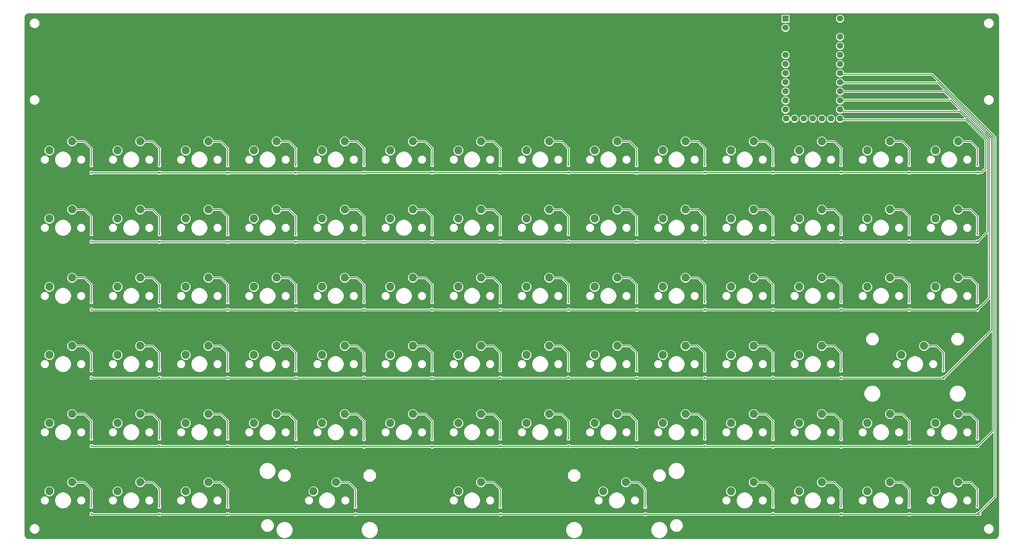
<source format=gbr>
G04 #@! TF.GenerationSoftware,KiCad,Pcbnew,5.1.9-73d0e3b20d~88~ubuntu18.04.1*
G04 #@! TF.CreationDate,2021-04-10T14:05:51-05:00*
G04 #@! TF.ProjectId,keyboard,6b657962-6f61-4726-942e-6b696361645f,rev?*
G04 #@! TF.SameCoordinates,Original*
G04 #@! TF.FileFunction,Copper,L2,Bot*
G04 #@! TF.FilePolarity,Positive*
%FSLAX46Y46*%
G04 Gerber Fmt 4.6, Leading zero omitted, Abs format (unit mm)*
G04 Created by KiCad (PCBNEW 5.1.9-73d0e3b20d~88~ubuntu18.04.1) date 2021-04-10 14:05:51*
%MOMM*%
%LPD*%
G01*
G04 APERTURE LIST*
G04 #@! TA.AperFunction,ComponentPad*
%ADD10C,2.250000*%
G04 #@! TD*
G04 #@! TA.AperFunction,SMDPad,CuDef*
%ADD11R,0.450000X0.600000*%
G04 #@! TD*
G04 #@! TA.AperFunction,ComponentPad*
%ADD12C,1.752600*%
G04 #@! TD*
G04 #@! TA.AperFunction,ComponentPad*
%ADD13R,1.752600X1.752600*%
G04 #@! TD*
G04 #@! TA.AperFunction,Conductor*
%ADD14C,0.250000*%
G04 #@! TD*
G04 #@! TA.AperFunction,Conductor*
%ADD15C,0.254000*%
G04 #@! TD*
G04 #@! TA.AperFunction,Conductor*
%ADD16C,0.100000*%
G04 #@! TD*
G04 APERTURE END LIST*
D10*
X156527500Y-83820000D03*
X150177500Y-86360000D03*
X194627500Y-83820000D03*
X188277500Y-86360000D03*
X156527500Y-64770000D03*
X150177500Y-67310000D03*
X118427500Y-64770000D03*
X112077500Y-67310000D03*
X61277500Y-64770000D03*
X54927500Y-67310000D03*
D11*
X47625000Y-92768750D03*
X47625000Y-90668750D03*
X66675000Y-149918750D03*
X66675000Y-147818750D03*
X161925000Y-111818750D03*
X161925000Y-109718750D03*
X85725000Y-149918750D03*
X85725000Y-147818750D03*
X85725000Y-111818750D03*
X85725000Y-109718750D03*
X123825000Y-150050000D03*
X123825000Y-147950000D03*
X276225000Y-149918750D03*
X276225000Y-147818750D03*
X180975000Y-111818750D03*
X180975000Y-109718750D03*
X47625000Y-111750000D03*
X47625000Y-109650000D03*
X142875000Y-111762500D03*
X142875000Y-109662500D03*
X66675000Y-168968750D03*
X66675000Y-166868750D03*
X295275000Y-149918750D03*
X295275000Y-147818750D03*
X202406250Y-168968750D03*
X202406250Y-166868750D03*
X161925000Y-168968750D03*
X161925000Y-166868750D03*
X121443750Y-168968750D03*
X121443750Y-166868750D03*
X238125000Y-150050000D03*
X238125000Y-147950000D03*
X47625000Y-149918750D03*
X47625000Y-147818750D03*
X257175000Y-150050000D03*
X257175000Y-147950000D03*
X238125000Y-130787500D03*
X238125000Y-128687500D03*
X85725000Y-130868750D03*
X85725000Y-128768750D03*
X295275000Y-168887500D03*
X295275000Y-166787500D03*
X123825000Y-111750000D03*
X123825000Y-109650000D03*
X257175000Y-130868750D03*
X257175000Y-128768750D03*
X66675000Y-111750000D03*
X66675000Y-109650000D03*
X238125000Y-111818750D03*
X238125000Y-109718750D03*
X276225000Y-111818750D03*
X276225000Y-109718750D03*
X219075000Y-111818750D03*
X219075000Y-109718750D03*
X161925000Y-149918750D03*
X161925000Y-147818750D03*
X257175000Y-92768750D03*
X257175000Y-90668750D03*
X238125000Y-168900000D03*
X238125000Y-166800000D03*
X180975000Y-149918750D03*
X180975000Y-147818750D03*
X257175000Y-168968750D03*
X257175000Y-166868750D03*
X219075000Y-130868750D03*
X219075000Y-128768750D03*
X200025000Y-130868750D03*
X200025000Y-128768750D03*
X180975000Y-130800000D03*
X180975000Y-128700000D03*
X200025000Y-111818750D03*
X200025000Y-109718750D03*
X161925000Y-130800000D03*
X161925000Y-128700000D03*
X142875000Y-130868750D03*
X142875000Y-128768750D03*
X123825000Y-130787500D03*
X123825000Y-128687500D03*
X295275000Y-73468750D03*
X295275000Y-71368750D03*
X276225000Y-73468750D03*
X276225000Y-71368750D03*
X257175000Y-73468750D03*
X257175000Y-71368750D03*
X238125000Y-73468750D03*
X238125000Y-71368750D03*
X219075000Y-73468750D03*
X219075000Y-71368750D03*
X200000000Y-73550000D03*
X200000000Y-71450000D03*
X180975000Y-73468750D03*
X180975000Y-71368750D03*
X161925000Y-73468750D03*
X161925000Y-71368750D03*
X142875000Y-73468750D03*
X142875000Y-71368750D03*
X123825000Y-73468750D03*
X123825000Y-71368750D03*
X104775000Y-73550000D03*
X104775000Y-71450000D03*
X85725000Y-73550000D03*
X85725000Y-71450000D03*
X66675000Y-73500000D03*
X66675000Y-71400000D03*
X47600000Y-73550000D03*
X47600000Y-71450000D03*
X276225000Y-92768750D03*
X276225000Y-90668750D03*
X285750000Y-130800000D03*
X285750000Y-128700000D03*
X104775000Y-111818750D03*
X104775000Y-109718750D03*
X276225000Y-168968750D03*
X276225000Y-166868750D03*
X219075000Y-149918750D03*
X219075000Y-147818750D03*
X104775000Y-130868750D03*
X104775000Y-128768750D03*
X47625000Y-168900000D03*
X47625000Y-166800000D03*
X47625000Y-130800000D03*
X47625000Y-128700000D03*
X200025000Y-150050000D03*
X200025000Y-147950000D03*
X257175000Y-111750000D03*
X257175000Y-109650000D03*
X104775000Y-150050000D03*
X104775000Y-147950000D03*
X295275000Y-111762500D03*
X295275000Y-109662500D03*
X295275000Y-92712500D03*
X295275000Y-90612500D03*
X142875000Y-150050000D03*
X142875000Y-147950000D03*
X85725000Y-168912500D03*
X85725000Y-166812500D03*
X66675000Y-130800000D03*
X66675000Y-128700000D03*
X219075000Y-92768750D03*
X219075000Y-90668750D03*
X200025000Y-92768750D03*
X200025000Y-90668750D03*
X180975000Y-92768750D03*
X180975000Y-90668750D03*
X161925000Y-92768750D03*
X161925000Y-90668750D03*
X142875000Y-92800000D03*
X142875000Y-90700000D03*
X123825000Y-92800000D03*
X123825000Y-90700000D03*
X104750000Y-92800000D03*
X104750000Y-90700000D03*
X85725000Y-92800000D03*
X85725000Y-90700000D03*
X66675000Y-92800000D03*
X66675000Y-90700000D03*
X238125000Y-92768750D03*
X238125000Y-90668750D03*
D10*
X194627500Y-64770000D03*
X188277500Y-67310000D03*
X251777500Y-64770000D03*
X245427500Y-67310000D03*
X289877500Y-64770000D03*
X283527500Y-67310000D03*
X156527500Y-160020000D03*
X150177500Y-162560000D03*
D12*
X244157500Y-58420000D03*
X246697500Y-58420000D03*
X249237500Y-58420000D03*
X251777500Y-58420000D03*
X254317500Y-58420000D03*
X256857500Y-30480000D03*
X241846100Y-58420000D03*
X256857500Y-33020000D03*
X256857500Y-35560000D03*
X256857500Y-38100000D03*
X256857500Y-40640000D03*
X256857500Y-43180000D03*
X256857500Y-45720000D03*
X256857500Y-48260000D03*
X256857500Y-50800000D03*
X256857500Y-53340000D03*
X256857500Y-55880000D03*
X256857500Y-58420000D03*
X241617500Y-55880000D03*
X241617500Y-53340000D03*
X241617500Y-50800000D03*
X241617500Y-48260000D03*
X241617500Y-45720000D03*
X241617500Y-43180000D03*
X241617500Y-40640000D03*
X241617500Y-38100000D03*
X241617500Y-35560000D03*
X241617500Y-33020000D03*
D13*
X241617500Y-30480000D03*
D10*
X42227500Y-83820000D03*
X35877500Y-86360000D03*
X61277500Y-140970000D03*
X54927500Y-143510000D03*
X156527500Y-102870000D03*
X150177500Y-105410000D03*
X80327500Y-140970000D03*
X73977500Y-143510000D03*
X80327500Y-102870000D03*
X73977500Y-105410000D03*
X118427500Y-140970000D03*
X112077500Y-143510000D03*
X270827500Y-140970000D03*
X264477500Y-143510000D03*
X175577500Y-102870000D03*
X169227500Y-105410000D03*
X42227500Y-102870000D03*
X35877500Y-105410000D03*
X137477500Y-102870000D03*
X131127500Y-105410000D03*
X61277500Y-160020000D03*
X54927500Y-162560000D03*
X289877500Y-140970000D03*
X283527500Y-143510000D03*
X197008750Y-160020000D03*
X190658750Y-162560000D03*
X116046250Y-160020000D03*
X109696250Y-162560000D03*
X232727500Y-140970000D03*
X226377500Y-143510000D03*
X42227500Y-140970000D03*
X35877500Y-143510000D03*
X251777500Y-140970000D03*
X245427500Y-143510000D03*
X232727500Y-121920000D03*
X226377500Y-124460000D03*
X80327500Y-121920000D03*
X73977500Y-124460000D03*
X289877500Y-160020000D03*
X283527500Y-162560000D03*
X118427500Y-102870000D03*
X112077500Y-105410000D03*
X251777500Y-121920000D03*
X245427500Y-124460000D03*
X61277500Y-102870000D03*
X54927500Y-105410000D03*
X232727500Y-102870000D03*
X226377500Y-105410000D03*
X270827500Y-102870000D03*
X264477500Y-105410000D03*
X213677500Y-102870000D03*
X207327500Y-105410000D03*
X156527500Y-140970000D03*
X150177500Y-143510000D03*
X251777500Y-83820000D03*
X245427500Y-86360000D03*
X232727500Y-160020000D03*
X226377500Y-162560000D03*
X175577500Y-140970000D03*
X169227500Y-143510000D03*
X251777500Y-160020000D03*
X245427500Y-162560000D03*
X213677500Y-121920000D03*
X207327500Y-124460000D03*
X194627500Y-121920000D03*
X188277500Y-124460000D03*
X175577500Y-121920000D03*
X169227500Y-124460000D03*
X194627500Y-102870000D03*
X188277500Y-105410000D03*
X156527500Y-121920000D03*
X150177500Y-124460000D03*
X137477500Y-121920000D03*
X131127500Y-124460000D03*
X118427500Y-121920000D03*
X112077500Y-124460000D03*
X270827500Y-64770000D03*
X264477500Y-67310000D03*
X232727500Y-64770000D03*
X226377500Y-67310000D03*
X213677500Y-64770000D03*
X207327500Y-67310000D03*
X175577500Y-64770000D03*
X169227500Y-67310000D03*
X137477500Y-64770000D03*
X131127500Y-67310000D03*
X99377500Y-64770000D03*
X93027500Y-67310000D03*
X80327500Y-64770000D03*
X73977500Y-67310000D03*
X42227500Y-64770000D03*
X35877500Y-67310000D03*
X270827500Y-83820000D03*
X264477500Y-86360000D03*
X280352500Y-121920000D03*
X274002500Y-124460000D03*
X99377500Y-102870000D03*
X93027500Y-105410000D03*
X270827500Y-160020000D03*
X264477500Y-162560000D03*
X213677500Y-140970000D03*
X207327500Y-143510000D03*
X99377500Y-121920000D03*
X93027500Y-124460000D03*
X42227500Y-160020000D03*
X35877500Y-162560000D03*
X42227500Y-121920000D03*
X35877500Y-124460000D03*
X194627500Y-140970000D03*
X188277500Y-143510000D03*
X251777500Y-102870000D03*
X245427500Y-105410000D03*
X99377500Y-140970000D03*
X93027500Y-143510000D03*
X289877500Y-102870000D03*
X283527500Y-105410000D03*
X289877500Y-83820000D03*
X283527500Y-86360000D03*
X137477500Y-140970000D03*
X131127500Y-143510000D03*
X80327500Y-160020000D03*
X73977500Y-162560000D03*
X61277500Y-121920000D03*
X54927500Y-124460000D03*
X213677500Y-83820000D03*
X207327500Y-86360000D03*
X175577500Y-83820000D03*
X169227500Y-86360000D03*
X137477500Y-83820000D03*
X131127500Y-86360000D03*
X118427500Y-83820000D03*
X112077500Y-86360000D03*
X99377500Y-83820000D03*
X93027500Y-86360000D03*
X80327500Y-83820000D03*
X73977500Y-86360000D03*
X61277500Y-83820000D03*
X54927500Y-86360000D03*
X232727500Y-83820000D03*
X226377500Y-86360000D03*
D14*
X66675000Y-71181250D02*
X66675000Y-66675000D01*
X64770000Y-64770000D02*
X61277500Y-64770000D01*
X66675000Y-66675000D02*
X64770000Y-64770000D01*
X83820000Y-64770000D02*
X80327500Y-64770000D01*
X85725000Y-71181250D02*
X85725000Y-66675000D01*
X85725000Y-66675000D02*
X83820000Y-64770000D01*
X102870000Y-64770000D02*
X99377500Y-64770000D01*
X104775000Y-71450000D02*
X104775000Y-66675000D01*
X104775000Y-66675000D02*
X102870000Y-64770000D01*
X121920000Y-64770000D02*
X118427500Y-64770000D01*
X123825000Y-71368750D02*
X123825000Y-66675000D01*
X123825000Y-66675000D02*
X121920000Y-64770000D01*
X140970000Y-64770000D02*
X137477500Y-64770000D01*
X142875000Y-71368750D02*
X142875000Y-66675000D01*
X142875000Y-66675000D02*
X140970000Y-64770000D01*
X160020000Y-64770000D02*
X156527500Y-64770000D01*
X161925000Y-71368750D02*
X161925000Y-66675000D01*
X161925000Y-66675000D02*
X160020000Y-64770000D01*
X179070000Y-64770000D02*
X175577500Y-64770000D01*
X180975000Y-71368750D02*
X180975000Y-66675000D01*
X180975000Y-66675000D02*
X179070000Y-64770000D01*
X200000000Y-71450000D02*
X200000000Y-66700000D01*
X198070000Y-64770000D02*
X194627500Y-64770000D01*
X200000000Y-66700000D02*
X198070000Y-64770000D01*
X219075000Y-71368750D02*
X219075000Y-66675000D01*
X217170000Y-64770000D02*
X213677500Y-64770000D01*
X219075000Y-66675000D02*
X217170000Y-64770000D01*
X236220000Y-64770000D02*
X232727500Y-64770000D01*
X238125000Y-71368750D02*
X238125000Y-66675000D01*
X238125000Y-66675000D02*
X236220000Y-64770000D01*
X255270000Y-64770000D02*
X251777500Y-64770000D01*
X257175000Y-71368750D02*
X257175000Y-66675000D01*
X257175000Y-66675000D02*
X255270000Y-64770000D01*
X274320000Y-64770000D02*
X270827500Y-64770000D01*
X276225000Y-71368750D02*
X276225000Y-66675000D01*
X276225000Y-66675000D02*
X274320000Y-64770000D01*
X295275000Y-71368750D02*
X295275000Y-66675000D01*
X293370000Y-64770000D02*
X289877500Y-64770000D01*
X295275000Y-66675000D02*
X293370000Y-64770000D01*
X64770000Y-83820000D02*
X61277500Y-83820000D01*
X66675000Y-90700000D02*
X66675000Y-85725000D01*
X66675000Y-85725000D02*
X64770000Y-83820000D01*
X85725000Y-90700000D02*
X85725000Y-85725000D01*
X83820000Y-83820000D02*
X80327500Y-83820000D01*
X85725000Y-85725000D02*
X83820000Y-83820000D01*
X102870000Y-83820000D02*
X99377500Y-83820000D01*
X104750000Y-90700000D02*
X104750000Y-85700000D01*
X104750000Y-85700000D02*
X102870000Y-83820000D01*
X121920000Y-83820000D02*
X118427500Y-83820000D01*
X123825000Y-90700000D02*
X123825000Y-85725000D01*
X123825000Y-85725000D02*
X121920000Y-83820000D01*
X140970000Y-83820000D02*
X137477500Y-83820000D01*
X142875000Y-90700000D02*
X142875000Y-85725000D01*
X142875000Y-85725000D02*
X140970000Y-83820000D01*
X160020000Y-83820000D02*
X156527500Y-83820000D01*
X161925000Y-90668750D02*
X161925000Y-85725000D01*
X161925000Y-85725000D02*
X160020000Y-83820000D01*
X180975000Y-90668750D02*
X180975000Y-85725000D01*
X179070000Y-83820000D02*
X175577500Y-83820000D01*
X180975000Y-85725000D02*
X179070000Y-83820000D01*
X198120000Y-83820000D02*
X194627500Y-83820000D01*
X200025000Y-90668750D02*
X200025000Y-85725000D01*
X200025000Y-85725000D02*
X198120000Y-83820000D01*
X217170000Y-83820000D02*
X213677500Y-83820000D01*
X219075000Y-90668750D02*
X219075000Y-85725000D01*
X219075000Y-85725000D02*
X217170000Y-83820000D01*
X236220000Y-83820000D02*
X232727500Y-83820000D01*
X238125000Y-90668750D02*
X238125000Y-85725000D01*
X238125000Y-85725000D02*
X236220000Y-83820000D01*
X257175000Y-147950000D02*
X257175000Y-142875000D01*
X255270000Y-140970000D02*
X251777500Y-140970000D01*
X257175000Y-142875000D02*
X255270000Y-140970000D01*
X119538750Y-160020000D02*
X116046250Y-160020000D01*
X121443750Y-166868750D02*
X121443750Y-161925000D01*
X121443750Y-161925000D02*
X119538750Y-160020000D01*
X160020000Y-160020000D02*
X156527500Y-160020000D01*
X161925000Y-166868750D02*
X161925000Y-161925000D01*
X161925000Y-161925000D02*
X160020000Y-160020000D01*
X200501250Y-160020000D02*
X197008750Y-160020000D01*
X202406250Y-166868750D02*
X202406250Y-161925000D01*
X202406250Y-161925000D02*
X200501250Y-160020000D01*
X295218750Y-92868750D02*
X295275000Y-92812500D01*
X47625000Y-92868750D02*
X295218750Y-92868750D01*
X257333750Y-56356250D02*
X256857500Y-55880000D01*
X290355160Y-56356250D02*
X257333750Y-56356250D01*
X298106259Y-64107349D02*
X290355160Y-56356250D01*
X295275000Y-92812500D02*
X298106259Y-89981241D01*
X298106259Y-89981241D02*
X298106259Y-64107349D01*
X64770000Y-121920000D02*
X61277500Y-121920000D01*
X66675000Y-128700000D02*
X66675000Y-123825000D01*
X66675000Y-123825000D02*
X64770000Y-121920000D01*
X285681250Y-130900000D02*
X285750000Y-130968750D01*
X47625000Y-130900000D02*
X285681250Y-130900000D01*
X285750000Y-130968750D02*
X299243750Y-117475000D01*
X299243750Y-63972020D02*
X286071730Y-50800000D01*
X299243750Y-117475000D02*
X299243750Y-63972020D01*
X286071730Y-50800000D02*
X259556250Y-50800000D01*
X259556250Y-50800000D02*
X256857500Y-50800000D01*
X83820000Y-160020000D02*
X80327500Y-160020000D01*
X85725000Y-166812500D02*
X85725000Y-161925000D01*
X85725000Y-161925000D02*
X83820000Y-160020000D01*
X47625000Y-169000000D02*
X296000000Y-169000000D01*
X257175000Y-46037500D02*
X256857500Y-45720000D01*
X282582050Y-46037500D02*
X257175000Y-46037500D01*
X300143768Y-63599218D02*
X282582050Y-46037500D01*
X295275000Y-168987500D02*
X300143768Y-164118732D01*
X300143768Y-164118732D02*
X300143768Y-63599218D01*
X140970000Y-140970000D02*
X137477500Y-140970000D01*
X142875000Y-147950000D02*
X142875000Y-142875000D01*
X142875000Y-142875000D02*
X140970000Y-140970000D01*
X47625000Y-150018750D02*
X295275000Y-150018750D01*
X257016250Y-48418750D02*
X256857500Y-48260000D01*
X284326890Y-48418750D02*
X257016250Y-48418750D01*
X295275000Y-150018750D02*
X299693759Y-145599991D01*
X299693759Y-63785619D02*
X284326890Y-48418750D01*
X299693759Y-145599991D02*
X299693759Y-63785619D01*
X295275000Y-90612500D02*
X295275000Y-85725000D01*
X293370000Y-83820000D02*
X289877500Y-83820000D01*
X295275000Y-85725000D02*
X293370000Y-83820000D01*
X293370000Y-102870000D02*
X289877500Y-102870000D01*
X295275000Y-109662500D02*
X295275000Y-104775000D01*
X295275000Y-104775000D02*
X293370000Y-102870000D01*
X295262500Y-111850000D02*
X295275000Y-111862500D01*
X47625000Y-111850000D02*
X295262500Y-111850000D01*
X257016250Y-53181250D02*
X256857500Y-53340000D01*
X298556268Y-63920948D02*
X287816570Y-53181250D01*
X295275000Y-111862500D02*
X298556269Y-108581231D01*
X287816570Y-53181250D02*
X257016250Y-53181250D01*
X298556269Y-108581231D02*
X298556268Y-63920948D01*
X102870000Y-140970000D02*
X99377500Y-140970000D01*
X104775000Y-147950000D02*
X104775000Y-142875000D01*
X104775000Y-142875000D02*
X102870000Y-140970000D01*
X255270000Y-102870000D02*
X251777500Y-102870000D01*
X257175000Y-109650000D02*
X257175000Y-104775000D01*
X257175000Y-104775000D02*
X255270000Y-102870000D01*
X200025000Y-147950000D02*
X200025000Y-142875000D01*
X198120000Y-140970000D02*
X194627500Y-140970000D01*
X200025000Y-142875000D02*
X198120000Y-140970000D01*
X47625000Y-128700000D02*
X47625000Y-123825000D01*
X45720000Y-121920000D02*
X42227500Y-121920000D01*
X47625000Y-123825000D02*
X45720000Y-121920000D01*
X45720000Y-160020000D02*
X42227500Y-160020000D01*
X47625000Y-166800000D02*
X47625000Y-161925000D01*
X47625000Y-161925000D02*
X45720000Y-160020000D01*
X102870000Y-121920000D02*
X99377500Y-121920000D01*
X104775000Y-128768750D02*
X104775000Y-123825000D01*
X104775000Y-123825000D02*
X102870000Y-121920000D01*
X217170000Y-140970000D02*
X213677500Y-140970000D01*
X219075000Y-147818750D02*
X219075000Y-142875000D01*
X219075000Y-142875000D02*
X217170000Y-140970000D01*
X276225000Y-166868750D02*
X276225000Y-161925000D01*
X274320000Y-160020000D02*
X270827500Y-160020000D01*
X276225000Y-161925000D02*
X274320000Y-160020000D01*
X102870000Y-102870000D02*
X99377500Y-102870000D01*
X104775000Y-109718750D02*
X104775000Y-104775000D01*
X104775000Y-104775000D02*
X102870000Y-102870000D01*
X283845000Y-121920000D02*
X280352500Y-121920000D01*
X285750000Y-128700000D02*
X285750000Y-123825000D01*
X285750000Y-123825000D02*
X283845000Y-121920000D01*
X274320000Y-83820000D02*
X270827500Y-83820000D01*
X276225000Y-90668750D02*
X276225000Y-85725000D01*
X276225000Y-85725000D02*
X274320000Y-83820000D01*
X47625000Y-71181250D02*
X47625000Y-66675000D01*
X45720000Y-64770000D02*
X42227500Y-64770000D01*
X47625000Y-66675000D02*
X45720000Y-64770000D01*
X297656250Y-72231250D02*
X297656250Y-64293750D01*
X297656250Y-64293750D02*
X292100000Y-58737500D01*
X257175000Y-58737500D02*
X256857500Y-58420000D01*
X292100000Y-58737500D02*
X257175000Y-58737500D01*
X66625000Y-73550000D02*
X66675000Y-73500000D01*
X47600000Y-73550000D02*
X66625000Y-73550000D01*
X85675000Y-73500000D02*
X85725000Y-73550000D01*
X66675000Y-73500000D02*
X85675000Y-73500000D01*
X85725000Y-73550000D02*
X104775000Y-73550000D01*
X123743750Y-73550000D02*
X123825000Y-73468750D01*
X104775000Y-73550000D02*
X123743750Y-73550000D01*
X123825000Y-73468750D02*
X142875000Y-73468750D01*
X142875000Y-73468750D02*
X161925000Y-73468750D01*
X161925000Y-73468750D02*
X180975000Y-73468750D01*
X199918750Y-73468750D02*
X200000000Y-73550000D01*
X180975000Y-73468750D02*
X199918750Y-73468750D01*
X218993750Y-73550000D02*
X219075000Y-73468750D01*
X200000000Y-73550000D02*
X218993750Y-73550000D01*
X219075000Y-73468750D02*
X238125000Y-73468750D01*
X238125000Y-73468750D02*
X257175000Y-73468750D01*
X257175000Y-73468750D02*
X276225000Y-73468750D01*
X276225000Y-73468750D02*
X295275000Y-73468750D01*
X296418750Y-73468750D02*
X297656250Y-72231250D01*
X295275000Y-73468750D02*
X296418750Y-73468750D01*
X121920000Y-121920000D02*
X118427500Y-121920000D01*
X123825000Y-128687500D02*
X123825000Y-123825000D01*
X123825000Y-123825000D02*
X121920000Y-121920000D01*
X140970000Y-121920000D02*
X137477500Y-121920000D01*
X142875000Y-128768750D02*
X142875000Y-123825000D01*
X142875000Y-123825000D02*
X140970000Y-121920000D01*
X161925000Y-128700000D02*
X161925000Y-123825000D01*
X160020000Y-121920000D02*
X156527500Y-121920000D01*
X161925000Y-123825000D02*
X160020000Y-121920000D01*
X198120000Y-102870000D02*
X194627500Y-102870000D01*
X200025000Y-109718750D02*
X200025000Y-104775000D01*
X200025000Y-104775000D02*
X198120000Y-102870000D01*
X180975000Y-128700000D02*
X180975000Y-123825000D01*
X179070000Y-121920000D02*
X175577500Y-121920000D01*
X180975000Y-123825000D02*
X179070000Y-121920000D01*
X198120000Y-121920000D02*
X194627500Y-121920000D01*
X200025000Y-128768750D02*
X200025000Y-123825000D01*
X200025000Y-123825000D02*
X198120000Y-121920000D01*
X217170000Y-121920000D02*
X213677500Y-121920000D01*
X219075000Y-128768750D02*
X219075000Y-123825000D01*
X219075000Y-123825000D02*
X217170000Y-121920000D01*
X255270000Y-160020000D02*
X251777500Y-160020000D01*
X257175000Y-166868750D02*
X257175000Y-161925000D01*
X257175000Y-161925000D02*
X255270000Y-160020000D01*
X179070000Y-140970000D02*
X175577500Y-140970000D01*
X180975000Y-147818750D02*
X180975000Y-142875000D01*
X180975000Y-142875000D02*
X179070000Y-140970000D01*
X236220000Y-160020000D02*
X232727500Y-160020000D01*
X238125000Y-166800000D02*
X238125000Y-161925000D01*
X238125000Y-161925000D02*
X236220000Y-160020000D01*
X255270000Y-83820000D02*
X251777500Y-83820000D01*
X257175000Y-90668750D02*
X257175000Y-85725000D01*
X257175000Y-85725000D02*
X255270000Y-83820000D01*
X160020000Y-140970000D02*
X156527500Y-140970000D01*
X161925000Y-147818750D02*
X161925000Y-142875000D01*
X161925000Y-142875000D02*
X160020000Y-140970000D01*
X217170000Y-102870000D02*
X213677500Y-102870000D01*
X219075000Y-109718750D02*
X219075000Y-104775000D01*
X219075000Y-104775000D02*
X217170000Y-102870000D01*
X276225000Y-109718750D02*
X276225000Y-104775000D01*
X274320000Y-102870000D02*
X270827500Y-102870000D01*
X276225000Y-104775000D02*
X274320000Y-102870000D01*
X238125000Y-109718750D02*
X238125000Y-104775000D01*
X236220000Y-102870000D02*
X232727500Y-102870000D01*
X238125000Y-104775000D02*
X236220000Y-102870000D01*
X64770000Y-102870000D02*
X61277500Y-102870000D01*
X66675000Y-109650000D02*
X66675000Y-104775000D01*
X66675000Y-104775000D02*
X64770000Y-102870000D01*
X255270000Y-121920000D02*
X251777500Y-121920000D01*
X257175000Y-128768750D02*
X257175000Y-123825000D01*
X257175000Y-123825000D02*
X255270000Y-121920000D01*
X121920000Y-102870000D02*
X118427500Y-102870000D01*
X123825000Y-109650000D02*
X123825000Y-104775000D01*
X123825000Y-104775000D02*
X121920000Y-102870000D01*
X293370000Y-160020000D02*
X289877500Y-160020000D01*
X295275000Y-166787500D02*
X295275000Y-161925000D01*
X295275000Y-161925000D02*
X293370000Y-160020000D01*
X83820000Y-121920000D02*
X80327500Y-121920000D01*
X85725000Y-128768750D02*
X85725000Y-123825000D01*
X85725000Y-123825000D02*
X83820000Y-121920000D01*
X236220000Y-121920000D02*
X232727500Y-121920000D01*
X238125000Y-128687500D02*
X238125000Y-123825000D01*
X238125000Y-123825000D02*
X236220000Y-121920000D01*
X45720000Y-140970000D02*
X42227500Y-140970000D01*
X47625000Y-147818750D02*
X47625000Y-142875000D01*
X47625000Y-142875000D02*
X45720000Y-140970000D01*
X236220000Y-140970000D02*
X232727500Y-140970000D01*
X238125000Y-147950000D02*
X238125000Y-142875000D01*
X238125000Y-142875000D02*
X236220000Y-140970000D01*
X293370000Y-140970000D02*
X289877500Y-140970000D01*
X295275000Y-147818750D02*
X295275000Y-142875000D01*
X295275000Y-142875000D02*
X293370000Y-140970000D01*
X64770000Y-160020000D02*
X61277500Y-160020000D01*
X66675000Y-166868750D02*
X66675000Y-161925000D01*
X66675000Y-161925000D02*
X64770000Y-160020000D01*
X140970000Y-102870000D02*
X137477500Y-102870000D01*
X142875000Y-109662500D02*
X142875000Y-104775000D01*
X142875000Y-104775000D02*
X140970000Y-102870000D01*
X45720000Y-102870000D02*
X42227500Y-102870000D01*
X47625000Y-109650000D02*
X47625000Y-104775000D01*
X47625000Y-104775000D02*
X45720000Y-102870000D01*
X179070000Y-102870000D02*
X175577500Y-102870000D01*
X180975000Y-109718750D02*
X180975000Y-104775000D01*
X180975000Y-104775000D02*
X179070000Y-102870000D01*
X274320000Y-140970000D02*
X270827500Y-140970000D01*
X276225000Y-147818750D02*
X276225000Y-142875000D01*
X276225000Y-142875000D02*
X274320000Y-140970000D01*
X121920000Y-140970000D02*
X118427500Y-140970000D01*
X123825000Y-147950000D02*
X123825000Y-142875000D01*
X123825000Y-142875000D02*
X121920000Y-140970000D01*
X83820000Y-102870000D02*
X80327500Y-102870000D01*
X85725000Y-109718750D02*
X85725000Y-104775000D01*
X85725000Y-104775000D02*
X83820000Y-102870000D01*
X83820000Y-140970000D02*
X80327500Y-140970000D01*
X85725000Y-147818750D02*
X85725000Y-142875000D01*
X85725000Y-142875000D02*
X83820000Y-140970000D01*
X160020000Y-102870000D02*
X156527500Y-102870000D01*
X161925000Y-109718750D02*
X161925000Y-104775000D01*
X161925000Y-104775000D02*
X160020000Y-102870000D01*
X64770000Y-140970000D02*
X61277500Y-140970000D01*
X66675000Y-147818750D02*
X66675000Y-142875000D01*
X66675000Y-142875000D02*
X64770000Y-140970000D01*
X47625000Y-90668750D02*
X47625000Y-85725000D01*
X45720000Y-83820000D02*
X42227500Y-83820000D01*
X47625000Y-85725000D02*
X45720000Y-83820000D01*
D15*
X300252749Y-29075393D02*
X300459803Y-29137905D01*
X300650779Y-29239449D01*
X300818384Y-29376144D01*
X300956250Y-29542796D01*
X301059120Y-29733048D01*
X301123078Y-29939664D01*
X301148000Y-30176786D01*
X301148001Y-174601664D01*
X301124607Y-174840250D01*
X301062093Y-175047306D01*
X300960553Y-175238276D01*
X300823856Y-175405885D01*
X300657204Y-175543750D01*
X300466952Y-175646620D01*
X300260336Y-175710578D01*
X300023214Y-175735500D01*
X30185826Y-175735500D01*
X29947250Y-175712107D01*
X29740194Y-175649593D01*
X29549224Y-175548053D01*
X29381615Y-175411356D01*
X29243750Y-175244704D01*
X29140880Y-175054452D01*
X29076922Y-174847836D01*
X29052000Y-174610714D01*
X29052000Y-172892028D01*
X30273000Y-172892028D01*
X30273000Y-173182972D01*
X30329760Y-173468325D01*
X30441099Y-173737122D01*
X30602739Y-173979033D01*
X30808467Y-174184761D01*
X31050378Y-174346401D01*
X31319175Y-174457740D01*
X31604528Y-174514500D01*
X31895472Y-174514500D01*
X32180825Y-174457740D01*
X32449622Y-174346401D01*
X32691533Y-174184761D01*
X32897261Y-173979033D01*
X33058901Y-173737122D01*
X33170240Y-173468325D01*
X33227000Y-173182972D01*
X33227000Y-172892028D01*
X33170240Y-172606675D01*
X33058901Y-172337878D01*
X32897261Y-172095967D01*
X32699062Y-171897768D01*
X94936500Y-171897768D01*
X94936500Y-172272232D01*
X95009554Y-172639501D01*
X95152856Y-172985461D01*
X95360897Y-173296817D01*
X95625683Y-173561603D01*
X95937039Y-173769644D01*
X96282999Y-173912946D01*
X96650268Y-173986000D01*
X97024732Y-173986000D01*
X97392001Y-173912946D01*
X97737961Y-173769644D01*
X98049317Y-173561603D01*
X98314103Y-173296817D01*
X98431254Y-173121487D01*
X99229100Y-173121487D01*
X99229100Y-173588513D01*
X99320212Y-174046566D01*
X99498935Y-174478042D01*
X99758402Y-174866361D01*
X100088639Y-175196598D01*
X100476958Y-175456065D01*
X100908434Y-175634788D01*
X101366487Y-175725900D01*
X101833513Y-175725900D01*
X102291566Y-175634788D01*
X102723042Y-175456065D01*
X103111361Y-175196598D01*
X103441598Y-174866361D01*
X103701065Y-174478042D01*
X103879788Y-174046566D01*
X103970900Y-173588513D01*
X103970900Y-173121487D01*
X123041600Y-173121487D01*
X123041600Y-173588513D01*
X123132712Y-174046566D01*
X123311435Y-174478042D01*
X123570902Y-174866361D01*
X123901139Y-175196598D01*
X124289458Y-175456065D01*
X124720934Y-175634788D01*
X125178987Y-175725900D01*
X125646013Y-175725900D01*
X126104066Y-175634788D01*
X126535542Y-175456065D01*
X126923861Y-175196598D01*
X127254098Y-174866361D01*
X127513565Y-174478042D01*
X127692288Y-174046566D01*
X127783400Y-173588513D01*
X127783400Y-173121487D01*
X180191600Y-173121487D01*
X180191600Y-173588513D01*
X180282712Y-174046566D01*
X180461435Y-174478042D01*
X180720902Y-174866361D01*
X181051139Y-175196598D01*
X181439458Y-175456065D01*
X181870934Y-175634788D01*
X182328987Y-175725900D01*
X182796013Y-175725900D01*
X183254066Y-175634788D01*
X183685542Y-175456065D01*
X184073861Y-175196598D01*
X184404098Y-174866361D01*
X184663565Y-174478042D01*
X184842288Y-174046566D01*
X184933400Y-173588513D01*
X184933400Y-173121487D01*
X204004100Y-173121487D01*
X204004100Y-173588513D01*
X204095212Y-174046566D01*
X204273935Y-174478042D01*
X204533402Y-174866361D01*
X204863639Y-175196598D01*
X205251958Y-175456065D01*
X205683434Y-175634788D01*
X206141487Y-175725900D01*
X206608513Y-175725900D01*
X207066566Y-175634788D01*
X207498042Y-175456065D01*
X207886361Y-175196598D01*
X208216598Y-174866361D01*
X208476065Y-174478042D01*
X208654788Y-174046566D01*
X208745900Y-173588513D01*
X208745900Y-173121487D01*
X208654788Y-172663434D01*
X208476065Y-172231958D01*
X208252766Y-171897768D01*
X209236500Y-171897768D01*
X209236500Y-172272232D01*
X209309554Y-172639501D01*
X209452856Y-172985461D01*
X209660897Y-173296817D01*
X209925683Y-173561603D01*
X210237039Y-173769644D01*
X210582999Y-173912946D01*
X210950268Y-173986000D01*
X211324732Y-173986000D01*
X211692001Y-173912946D01*
X212037961Y-173769644D01*
X212349317Y-173561603D01*
X212614103Y-173296817D01*
X212822144Y-172985461D01*
X212860845Y-172892028D01*
X296973000Y-172892028D01*
X296973000Y-173182972D01*
X297029760Y-173468325D01*
X297141099Y-173737122D01*
X297302739Y-173979033D01*
X297508467Y-174184761D01*
X297750378Y-174346401D01*
X298019175Y-174457740D01*
X298304528Y-174514500D01*
X298595472Y-174514500D01*
X298880825Y-174457740D01*
X299149622Y-174346401D01*
X299391533Y-174184761D01*
X299597261Y-173979033D01*
X299758901Y-173737122D01*
X299870240Y-173468325D01*
X299927000Y-173182972D01*
X299927000Y-172892028D01*
X299870240Y-172606675D01*
X299758901Y-172337878D01*
X299597261Y-172095967D01*
X299391533Y-171890239D01*
X299149622Y-171728599D01*
X298880825Y-171617260D01*
X298595472Y-171560500D01*
X298304528Y-171560500D01*
X298019175Y-171617260D01*
X297750378Y-171728599D01*
X297508467Y-171890239D01*
X297302739Y-172095967D01*
X297141099Y-172337878D01*
X297029760Y-172606675D01*
X296973000Y-172892028D01*
X212860845Y-172892028D01*
X212965446Y-172639501D01*
X213038500Y-172272232D01*
X213038500Y-171897768D01*
X212965446Y-171530499D01*
X212822144Y-171184539D01*
X212614103Y-170873183D01*
X212349317Y-170608397D01*
X212037961Y-170400356D01*
X211692001Y-170257054D01*
X211324732Y-170184000D01*
X210950268Y-170184000D01*
X210582999Y-170257054D01*
X210237039Y-170400356D01*
X209925683Y-170608397D01*
X209660897Y-170873183D01*
X209452856Y-171184539D01*
X209309554Y-171530499D01*
X209236500Y-171897768D01*
X208252766Y-171897768D01*
X208216598Y-171843639D01*
X207886361Y-171513402D01*
X207498042Y-171253935D01*
X207066566Y-171075212D01*
X206608513Y-170984100D01*
X206141487Y-170984100D01*
X205683434Y-171075212D01*
X205251958Y-171253935D01*
X204863639Y-171513402D01*
X204533402Y-171843639D01*
X204273935Y-172231958D01*
X204095212Y-172663434D01*
X204004100Y-173121487D01*
X184933400Y-173121487D01*
X184842288Y-172663434D01*
X184663565Y-172231958D01*
X184404098Y-171843639D01*
X184073861Y-171513402D01*
X183685542Y-171253935D01*
X183254066Y-171075212D01*
X182796013Y-170984100D01*
X182328987Y-170984100D01*
X181870934Y-171075212D01*
X181439458Y-171253935D01*
X181051139Y-171513402D01*
X180720902Y-171843639D01*
X180461435Y-172231958D01*
X180282712Y-172663434D01*
X180191600Y-173121487D01*
X127783400Y-173121487D01*
X127692288Y-172663434D01*
X127513565Y-172231958D01*
X127254098Y-171843639D01*
X126923861Y-171513402D01*
X126535542Y-171253935D01*
X126104066Y-171075212D01*
X125646013Y-170984100D01*
X125178987Y-170984100D01*
X124720934Y-171075212D01*
X124289458Y-171253935D01*
X123901139Y-171513402D01*
X123570902Y-171843639D01*
X123311435Y-172231958D01*
X123132712Y-172663434D01*
X123041600Y-173121487D01*
X103970900Y-173121487D01*
X103879788Y-172663434D01*
X103701065Y-172231958D01*
X103441598Y-171843639D01*
X103111361Y-171513402D01*
X102723042Y-171253935D01*
X102291566Y-171075212D01*
X101833513Y-170984100D01*
X101366487Y-170984100D01*
X100908434Y-171075212D01*
X100476958Y-171253935D01*
X100088639Y-171513402D01*
X99758402Y-171843639D01*
X99498935Y-172231958D01*
X99320212Y-172663434D01*
X99229100Y-173121487D01*
X98431254Y-173121487D01*
X98522144Y-172985461D01*
X98665446Y-172639501D01*
X98738500Y-172272232D01*
X98738500Y-171897768D01*
X98665446Y-171530499D01*
X98522144Y-171184539D01*
X98314103Y-170873183D01*
X98049317Y-170608397D01*
X97737961Y-170400356D01*
X97392001Y-170257054D01*
X97024732Y-170184000D01*
X96650268Y-170184000D01*
X96282999Y-170257054D01*
X95937039Y-170400356D01*
X95625683Y-170608397D01*
X95360897Y-170873183D01*
X95152856Y-171184539D01*
X95009554Y-171530499D01*
X94936500Y-171897768D01*
X32699062Y-171897768D01*
X32691533Y-171890239D01*
X32449622Y-171728599D01*
X32180825Y-171617260D01*
X31895472Y-171560500D01*
X31604528Y-171560500D01*
X31319175Y-171617260D01*
X31050378Y-171728599D01*
X30808467Y-171890239D01*
X30602739Y-172095967D01*
X30441099Y-172337878D01*
X30329760Y-172606675D01*
X30273000Y-172892028D01*
X29052000Y-172892028D01*
X29052000Y-164976689D01*
X33355500Y-164976689D01*
X33355500Y-165223311D01*
X33403614Y-165465195D01*
X33497992Y-165693044D01*
X33635008Y-165898104D01*
X33809396Y-166072492D01*
X34014456Y-166209508D01*
X34242305Y-166303886D01*
X34484189Y-166352000D01*
X34730811Y-166352000D01*
X34972695Y-166303886D01*
X35200544Y-166209508D01*
X35405604Y-166072492D01*
X35579992Y-165898104D01*
X35717008Y-165693044D01*
X35811386Y-165465195D01*
X35859500Y-165223311D01*
X35859500Y-164976689D01*
X35837580Y-164866487D01*
X37316600Y-164866487D01*
X37316600Y-165333513D01*
X37407712Y-165791566D01*
X37586435Y-166223042D01*
X37845902Y-166611361D01*
X38176139Y-166941598D01*
X38564458Y-167201065D01*
X38995934Y-167379788D01*
X39453987Y-167470900D01*
X39921013Y-167470900D01*
X40379066Y-167379788D01*
X40810542Y-167201065D01*
X41198861Y-166941598D01*
X41529098Y-166611361D01*
X41788565Y-166223042D01*
X41967288Y-165791566D01*
X42058400Y-165333513D01*
X42058400Y-164976689D01*
X43515500Y-164976689D01*
X43515500Y-165223311D01*
X43563614Y-165465195D01*
X43657992Y-165693044D01*
X43795008Y-165898104D01*
X43969396Y-166072492D01*
X44174456Y-166209508D01*
X44402305Y-166303886D01*
X44644189Y-166352000D01*
X44890811Y-166352000D01*
X45132695Y-166303886D01*
X45360544Y-166209508D01*
X45565604Y-166072492D01*
X45739992Y-165898104D01*
X45877008Y-165693044D01*
X45971386Y-165465195D01*
X46019500Y-165223311D01*
X46019500Y-164976689D01*
X45971386Y-164734805D01*
X45877008Y-164506956D01*
X45739992Y-164301896D01*
X45565604Y-164127508D01*
X45360544Y-163990492D01*
X45132695Y-163896114D01*
X44890811Y-163848000D01*
X44644189Y-163848000D01*
X44402305Y-163896114D01*
X44174456Y-163990492D01*
X43969396Y-164127508D01*
X43795008Y-164301896D01*
X43657992Y-164506956D01*
X43563614Y-164734805D01*
X43515500Y-164976689D01*
X42058400Y-164976689D01*
X42058400Y-164866487D01*
X41967288Y-164408434D01*
X41788565Y-163976958D01*
X41529098Y-163588639D01*
X41198861Y-163258402D01*
X40810542Y-162998935D01*
X40379066Y-162820212D01*
X39921013Y-162729100D01*
X39453987Y-162729100D01*
X38995934Y-162820212D01*
X38564458Y-162998935D01*
X38176139Y-163258402D01*
X37845902Y-163588639D01*
X37586435Y-163976958D01*
X37407712Y-164408434D01*
X37316600Y-164866487D01*
X35837580Y-164866487D01*
X35811386Y-164734805D01*
X35717008Y-164506956D01*
X35579992Y-164301896D01*
X35405604Y-164127508D01*
X35200544Y-163990492D01*
X34972695Y-163896114D01*
X34730811Y-163848000D01*
X34484189Y-163848000D01*
X34242305Y-163896114D01*
X34014456Y-163990492D01*
X33809396Y-164127508D01*
X33635008Y-164301896D01*
X33497992Y-164506956D01*
X33403614Y-164734805D01*
X33355500Y-164976689D01*
X29052000Y-164976689D01*
X29052000Y-162412066D01*
X34375500Y-162412066D01*
X34375500Y-162707934D01*
X34433221Y-162998117D01*
X34546444Y-163271464D01*
X34710820Y-163517469D01*
X34920031Y-163726680D01*
X35166036Y-163891056D01*
X35439383Y-164004279D01*
X35729566Y-164062000D01*
X36025434Y-164062000D01*
X36315617Y-164004279D01*
X36588964Y-163891056D01*
X36834969Y-163726680D01*
X37044180Y-163517469D01*
X37208556Y-163271464D01*
X37321779Y-162998117D01*
X37379500Y-162707934D01*
X37379500Y-162412066D01*
X37321779Y-162121883D01*
X37208556Y-161848536D01*
X37044180Y-161602531D01*
X36834969Y-161393320D01*
X36588964Y-161228944D01*
X36315617Y-161115721D01*
X36025434Y-161058000D01*
X35729566Y-161058000D01*
X35439383Y-161115721D01*
X35166036Y-161228944D01*
X34920031Y-161393320D01*
X34710820Y-161602531D01*
X34546444Y-161848536D01*
X34433221Y-162121883D01*
X34375500Y-162412066D01*
X29052000Y-162412066D01*
X29052000Y-159872066D01*
X40725500Y-159872066D01*
X40725500Y-160167934D01*
X40783221Y-160458117D01*
X40896444Y-160731464D01*
X41060820Y-160977469D01*
X41270031Y-161186680D01*
X41516036Y-161351056D01*
X41789383Y-161464279D01*
X42079566Y-161522000D01*
X42375434Y-161522000D01*
X42665617Y-161464279D01*
X42938964Y-161351056D01*
X43184969Y-161186680D01*
X43394180Y-160977469D01*
X43558556Y-160731464D01*
X43645318Y-160522000D01*
X45512066Y-160522000D01*
X47123001Y-162132937D01*
X47123000Y-166243257D01*
X47085019Y-166289537D01*
X47050012Y-166355030D01*
X47028455Y-166426095D01*
X47021176Y-166500000D01*
X47021176Y-167100000D01*
X47028455Y-167173905D01*
X47050012Y-167244970D01*
X47085019Y-167310463D01*
X47132131Y-167367869D01*
X47189537Y-167414981D01*
X47255030Y-167449988D01*
X47326095Y-167471545D01*
X47400000Y-167478824D01*
X47850000Y-167478824D01*
X47923905Y-167471545D01*
X47994970Y-167449988D01*
X48060463Y-167414981D01*
X48117869Y-167367869D01*
X48164981Y-167310463D01*
X48199988Y-167244970D01*
X48221545Y-167173905D01*
X48228824Y-167100000D01*
X48228824Y-166500000D01*
X48221545Y-166426095D01*
X48199988Y-166355030D01*
X48164981Y-166289537D01*
X48127000Y-166243257D01*
X48127000Y-164976689D01*
X52405500Y-164976689D01*
X52405500Y-165223311D01*
X52453614Y-165465195D01*
X52547992Y-165693044D01*
X52685008Y-165898104D01*
X52859396Y-166072492D01*
X53064456Y-166209508D01*
X53292305Y-166303886D01*
X53534189Y-166352000D01*
X53780811Y-166352000D01*
X54022695Y-166303886D01*
X54250544Y-166209508D01*
X54455604Y-166072492D01*
X54629992Y-165898104D01*
X54767008Y-165693044D01*
X54861386Y-165465195D01*
X54909500Y-165223311D01*
X54909500Y-164976689D01*
X54887580Y-164866487D01*
X56366600Y-164866487D01*
X56366600Y-165333513D01*
X56457712Y-165791566D01*
X56636435Y-166223042D01*
X56895902Y-166611361D01*
X57226139Y-166941598D01*
X57614458Y-167201065D01*
X58045934Y-167379788D01*
X58503987Y-167470900D01*
X58971013Y-167470900D01*
X59429066Y-167379788D01*
X59860542Y-167201065D01*
X60248861Y-166941598D01*
X60579098Y-166611361D01*
X60838565Y-166223042D01*
X61017288Y-165791566D01*
X61108400Y-165333513D01*
X61108400Y-164976689D01*
X62565500Y-164976689D01*
X62565500Y-165223311D01*
X62613614Y-165465195D01*
X62707992Y-165693044D01*
X62845008Y-165898104D01*
X63019396Y-166072492D01*
X63224456Y-166209508D01*
X63452305Y-166303886D01*
X63694189Y-166352000D01*
X63940811Y-166352000D01*
X64182695Y-166303886D01*
X64410544Y-166209508D01*
X64615604Y-166072492D01*
X64789992Y-165898104D01*
X64927008Y-165693044D01*
X65021386Y-165465195D01*
X65069500Y-165223311D01*
X65069500Y-164976689D01*
X65021386Y-164734805D01*
X64927008Y-164506956D01*
X64789992Y-164301896D01*
X64615604Y-164127508D01*
X64410544Y-163990492D01*
X64182695Y-163896114D01*
X63940811Y-163848000D01*
X63694189Y-163848000D01*
X63452305Y-163896114D01*
X63224456Y-163990492D01*
X63019396Y-164127508D01*
X62845008Y-164301896D01*
X62707992Y-164506956D01*
X62613614Y-164734805D01*
X62565500Y-164976689D01*
X61108400Y-164976689D01*
X61108400Y-164866487D01*
X61017288Y-164408434D01*
X60838565Y-163976958D01*
X60579098Y-163588639D01*
X60248861Y-163258402D01*
X59860542Y-162998935D01*
X59429066Y-162820212D01*
X58971013Y-162729100D01*
X58503987Y-162729100D01*
X58045934Y-162820212D01*
X57614458Y-162998935D01*
X57226139Y-163258402D01*
X56895902Y-163588639D01*
X56636435Y-163976958D01*
X56457712Y-164408434D01*
X56366600Y-164866487D01*
X54887580Y-164866487D01*
X54861386Y-164734805D01*
X54767008Y-164506956D01*
X54629992Y-164301896D01*
X54455604Y-164127508D01*
X54250544Y-163990492D01*
X54022695Y-163896114D01*
X53780811Y-163848000D01*
X53534189Y-163848000D01*
X53292305Y-163896114D01*
X53064456Y-163990492D01*
X52859396Y-164127508D01*
X52685008Y-164301896D01*
X52547992Y-164506956D01*
X52453614Y-164734805D01*
X52405500Y-164976689D01*
X48127000Y-164976689D01*
X48127000Y-162412066D01*
X53425500Y-162412066D01*
X53425500Y-162707934D01*
X53483221Y-162998117D01*
X53596444Y-163271464D01*
X53760820Y-163517469D01*
X53970031Y-163726680D01*
X54216036Y-163891056D01*
X54489383Y-164004279D01*
X54779566Y-164062000D01*
X55075434Y-164062000D01*
X55365617Y-164004279D01*
X55638964Y-163891056D01*
X55884969Y-163726680D01*
X56094180Y-163517469D01*
X56258556Y-163271464D01*
X56371779Y-162998117D01*
X56429500Y-162707934D01*
X56429500Y-162412066D01*
X56371779Y-162121883D01*
X56258556Y-161848536D01*
X56094180Y-161602531D01*
X55884969Y-161393320D01*
X55638964Y-161228944D01*
X55365617Y-161115721D01*
X55075434Y-161058000D01*
X54779566Y-161058000D01*
X54489383Y-161115721D01*
X54216036Y-161228944D01*
X53970031Y-161393320D01*
X53760820Y-161602531D01*
X53596444Y-161848536D01*
X53483221Y-162121883D01*
X53425500Y-162412066D01*
X48127000Y-162412066D01*
X48127000Y-161949643D01*
X48129427Y-161925000D01*
X48127000Y-161900357D01*
X48127000Y-161900347D01*
X48119736Y-161826591D01*
X48091031Y-161731964D01*
X48044417Y-161644755D01*
X48038934Y-161638074D01*
X47997400Y-161587464D01*
X47997392Y-161587456D01*
X47981684Y-161568316D01*
X47962543Y-161552607D01*
X46282001Y-159872066D01*
X59775500Y-159872066D01*
X59775500Y-160167934D01*
X59833221Y-160458117D01*
X59946444Y-160731464D01*
X60110820Y-160977469D01*
X60320031Y-161186680D01*
X60566036Y-161351056D01*
X60839383Y-161464279D01*
X61129566Y-161522000D01*
X61425434Y-161522000D01*
X61715617Y-161464279D01*
X61988964Y-161351056D01*
X62234969Y-161186680D01*
X62444180Y-160977469D01*
X62608556Y-160731464D01*
X62695318Y-160522000D01*
X64562066Y-160522000D01*
X66173001Y-162132937D01*
X66173000Y-166312007D01*
X66135019Y-166358287D01*
X66100012Y-166423780D01*
X66078455Y-166494845D01*
X66071176Y-166568750D01*
X66071176Y-167168750D01*
X66078455Y-167242655D01*
X66100012Y-167313720D01*
X66135019Y-167379213D01*
X66182131Y-167436619D01*
X66239537Y-167483731D01*
X66305030Y-167518738D01*
X66376095Y-167540295D01*
X66450000Y-167547574D01*
X66900000Y-167547574D01*
X66973905Y-167540295D01*
X67044970Y-167518738D01*
X67110463Y-167483731D01*
X67167869Y-167436619D01*
X67214981Y-167379213D01*
X67249988Y-167313720D01*
X67271545Y-167242655D01*
X67278824Y-167168750D01*
X67278824Y-166568750D01*
X67271545Y-166494845D01*
X67249988Y-166423780D01*
X67214981Y-166358287D01*
X67177000Y-166312007D01*
X67177000Y-164976689D01*
X71455500Y-164976689D01*
X71455500Y-165223311D01*
X71503614Y-165465195D01*
X71597992Y-165693044D01*
X71735008Y-165898104D01*
X71909396Y-166072492D01*
X72114456Y-166209508D01*
X72342305Y-166303886D01*
X72584189Y-166352000D01*
X72830811Y-166352000D01*
X73072695Y-166303886D01*
X73300544Y-166209508D01*
X73505604Y-166072492D01*
X73679992Y-165898104D01*
X73817008Y-165693044D01*
X73911386Y-165465195D01*
X73959500Y-165223311D01*
X73959500Y-164976689D01*
X73937580Y-164866487D01*
X75416600Y-164866487D01*
X75416600Y-165333513D01*
X75507712Y-165791566D01*
X75686435Y-166223042D01*
X75945902Y-166611361D01*
X76276139Y-166941598D01*
X76664458Y-167201065D01*
X77095934Y-167379788D01*
X77553987Y-167470900D01*
X78021013Y-167470900D01*
X78479066Y-167379788D01*
X78910542Y-167201065D01*
X79298861Y-166941598D01*
X79629098Y-166611361D01*
X79888565Y-166223042D01*
X80067288Y-165791566D01*
X80158400Y-165333513D01*
X80158400Y-164976689D01*
X81615500Y-164976689D01*
X81615500Y-165223311D01*
X81663614Y-165465195D01*
X81757992Y-165693044D01*
X81895008Y-165898104D01*
X82069396Y-166072492D01*
X82274456Y-166209508D01*
X82502305Y-166303886D01*
X82744189Y-166352000D01*
X82990811Y-166352000D01*
X83232695Y-166303886D01*
X83460544Y-166209508D01*
X83665604Y-166072492D01*
X83839992Y-165898104D01*
X83977008Y-165693044D01*
X84071386Y-165465195D01*
X84119500Y-165223311D01*
X84119500Y-164976689D01*
X84071386Y-164734805D01*
X83977008Y-164506956D01*
X83839992Y-164301896D01*
X83665604Y-164127508D01*
X83460544Y-163990492D01*
X83232695Y-163896114D01*
X82990811Y-163848000D01*
X82744189Y-163848000D01*
X82502305Y-163896114D01*
X82274456Y-163990492D01*
X82069396Y-164127508D01*
X81895008Y-164301896D01*
X81757992Y-164506956D01*
X81663614Y-164734805D01*
X81615500Y-164976689D01*
X80158400Y-164976689D01*
X80158400Y-164866487D01*
X80067288Y-164408434D01*
X79888565Y-163976958D01*
X79629098Y-163588639D01*
X79298861Y-163258402D01*
X78910542Y-162998935D01*
X78479066Y-162820212D01*
X78021013Y-162729100D01*
X77553987Y-162729100D01*
X77095934Y-162820212D01*
X76664458Y-162998935D01*
X76276139Y-163258402D01*
X75945902Y-163588639D01*
X75686435Y-163976958D01*
X75507712Y-164408434D01*
X75416600Y-164866487D01*
X73937580Y-164866487D01*
X73911386Y-164734805D01*
X73817008Y-164506956D01*
X73679992Y-164301896D01*
X73505604Y-164127508D01*
X73300544Y-163990492D01*
X73072695Y-163896114D01*
X72830811Y-163848000D01*
X72584189Y-163848000D01*
X72342305Y-163896114D01*
X72114456Y-163990492D01*
X71909396Y-164127508D01*
X71735008Y-164301896D01*
X71597992Y-164506956D01*
X71503614Y-164734805D01*
X71455500Y-164976689D01*
X67177000Y-164976689D01*
X67177000Y-162412066D01*
X72475500Y-162412066D01*
X72475500Y-162707934D01*
X72533221Y-162998117D01*
X72646444Y-163271464D01*
X72810820Y-163517469D01*
X73020031Y-163726680D01*
X73266036Y-163891056D01*
X73539383Y-164004279D01*
X73829566Y-164062000D01*
X74125434Y-164062000D01*
X74415617Y-164004279D01*
X74688964Y-163891056D01*
X74934969Y-163726680D01*
X75144180Y-163517469D01*
X75308556Y-163271464D01*
X75421779Y-162998117D01*
X75479500Y-162707934D01*
X75479500Y-162412066D01*
X75421779Y-162121883D01*
X75308556Y-161848536D01*
X75144180Y-161602531D01*
X74934969Y-161393320D01*
X74688964Y-161228944D01*
X74415617Y-161115721D01*
X74125434Y-161058000D01*
X73829566Y-161058000D01*
X73539383Y-161115721D01*
X73266036Y-161228944D01*
X73020031Y-161393320D01*
X72810820Y-161602531D01*
X72646444Y-161848536D01*
X72533221Y-162121883D01*
X72475500Y-162412066D01*
X67177000Y-162412066D01*
X67177000Y-161949643D01*
X67179427Y-161925000D01*
X67177000Y-161900357D01*
X67177000Y-161900347D01*
X67169736Y-161826591D01*
X67141031Y-161731964D01*
X67094417Y-161644755D01*
X67088934Y-161638074D01*
X67047400Y-161587464D01*
X67047392Y-161587456D01*
X67031684Y-161568316D01*
X67012543Y-161552607D01*
X65332001Y-159872066D01*
X78825500Y-159872066D01*
X78825500Y-160167934D01*
X78883221Y-160458117D01*
X78996444Y-160731464D01*
X79160820Y-160977469D01*
X79370031Y-161186680D01*
X79616036Y-161351056D01*
X79889383Y-161464279D01*
X80179566Y-161522000D01*
X80475434Y-161522000D01*
X80765617Y-161464279D01*
X81038964Y-161351056D01*
X81284969Y-161186680D01*
X81494180Y-160977469D01*
X81658556Y-160731464D01*
X81745318Y-160522000D01*
X83612066Y-160522000D01*
X85223001Y-162132937D01*
X85223000Y-166255757D01*
X85185019Y-166302037D01*
X85150012Y-166367530D01*
X85128455Y-166438595D01*
X85121176Y-166512500D01*
X85121176Y-167112500D01*
X85128455Y-167186405D01*
X85150012Y-167257470D01*
X85185019Y-167322963D01*
X85232131Y-167380369D01*
X85289537Y-167427481D01*
X85355030Y-167462488D01*
X85426095Y-167484045D01*
X85500000Y-167491324D01*
X85950000Y-167491324D01*
X86023905Y-167484045D01*
X86094970Y-167462488D01*
X86160463Y-167427481D01*
X86217869Y-167380369D01*
X86264981Y-167322963D01*
X86299988Y-167257470D01*
X86321545Y-167186405D01*
X86328824Y-167112500D01*
X86328824Y-166512500D01*
X86321545Y-166438595D01*
X86299988Y-166367530D01*
X86264981Y-166302037D01*
X86227000Y-166255757D01*
X86227000Y-164976689D01*
X107174250Y-164976689D01*
X107174250Y-165223311D01*
X107222364Y-165465195D01*
X107316742Y-165693044D01*
X107453758Y-165898104D01*
X107628146Y-166072492D01*
X107833206Y-166209508D01*
X108061055Y-166303886D01*
X108302939Y-166352000D01*
X108549561Y-166352000D01*
X108791445Y-166303886D01*
X109019294Y-166209508D01*
X109224354Y-166072492D01*
X109398742Y-165898104D01*
X109535758Y-165693044D01*
X109630136Y-165465195D01*
X109678250Y-165223311D01*
X109678250Y-164976689D01*
X109656330Y-164866487D01*
X111135350Y-164866487D01*
X111135350Y-165333513D01*
X111226462Y-165791566D01*
X111405185Y-166223042D01*
X111664652Y-166611361D01*
X111994889Y-166941598D01*
X112383208Y-167201065D01*
X112814684Y-167379788D01*
X113272737Y-167470900D01*
X113739763Y-167470900D01*
X114197816Y-167379788D01*
X114629292Y-167201065D01*
X115017611Y-166941598D01*
X115347848Y-166611361D01*
X115607315Y-166223042D01*
X115786038Y-165791566D01*
X115877150Y-165333513D01*
X115877150Y-164976689D01*
X117334250Y-164976689D01*
X117334250Y-165223311D01*
X117382364Y-165465195D01*
X117476742Y-165693044D01*
X117613758Y-165898104D01*
X117788146Y-166072492D01*
X117993206Y-166209508D01*
X118221055Y-166303886D01*
X118462939Y-166352000D01*
X118709561Y-166352000D01*
X118951445Y-166303886D01*
X119179294Y-166209508D01*
X119384354Y-166072492D01*
X119558742Y-165898104D01*
X119695758Y-165693044D01*
X119790136Y-165465195D01*
X119838250Y-165223311D01*
X119838250Y-164976689D01*
X119790136Y-164734805D01*
X119695758Y-164506956D01*
X119558742Y-164301896D01*
X119384354Y-164127508D01*
X119179294Y-163990492D01*
X118951445Y-163896114D01*
X118709561Y-163848000D01*
X118462939Y-163848000D01*
X118221055Y-163896114D01*
X117993206Y-163990492D01*
X117788146Y-164127508D01*
X117613758Y-164301896D01*
X117476742Y-164506956D01*
X117382364Y-164734805D01*
X117334250Y-164976689D01*
X115877150Y-164976689D01*
X115877150Y-164866487D01*
X115786038Y-164408434D01*
X115607315Y-163976958D01*
X115347848Y-163588639D01*
X115017611Y-163258402D01*
X114629292Y-162998935D01*
X114197816Y-162820212D01*
X113739763Y-162729100D01*
X113272737Y-162729100D01*
X112814684Y-162820212D01*
X112383208Y-162998935D01*
X111994889Y-163258402D01*
X111664652Y-163588639D01*
X111405185Y-163976958D01*
X111226462Y-164408434D01*
X111135350Y-164866487D01*
X109656330Y-164866487D01*
X109630136Y-164734805D01*
X109535758Y-164506956D01*
X109398742Y-164301896D01*
X109224354Y-164127508D01*
X109019294Y-163990492D01*
X108791445Y-163896114D01*
X108549561Y-163848000D01*
X108302939Y-163848000D01*
X108061055Y-163896114D01*
X107833206Y-163990492D01*
X107628146Y-164127508D01*
X107453758Y-164301896D01*
X107316742Y-164506956D01*
X107222364Y-164734805D01*
X107174250Y-164976689D01*
X86227000Y-164976689D01*
X86227000Y-162412066D01*
X108194250Y-162412066D01*
X108194250Y-162707934D01*
X108251971Y-162998117D01*
X108365194Y-163271464D01*
X108529570Y-163517469D01*
X108738781Y-163726680D01*
X108984786Y-163891056D01*
X109258133Y-164004279D01*
X109548316Y-164062000D01*
X109844184Y-164062000D01*
X110134367Y-164004279D01*
X110407714Y-163891056D01*
X110653719Y-163726680D01*
X110862930Y-163517469D01*
X111027306Y-163271464D01*
X111140529Y-162998117D01*
X111198250Y-162707934D01*
X111198250Y-162412066D01*
X111140529Y-162121883D01*
X111027306Y-161848536D01*
X110862930Y-161602531D01*
X110653719Y-161393320D01*
X110407714Y-161228944D01*
X110134367Y-161115721D01*
X109844184Y-161058000D01*
X109548316Y-161058000D01*
X109258133Y-161115721D01*
X108984786Y-161228944D01*
X108738781Y-161393320D01*
X108529570Y-161602531D01*
X108365194Y-161848536D01*
X108251971Y-162121883D01*
X108194250Y-162412066D01*
X86227000Y-162412066D01*
X86227000Y-161949643D01*
X86229427Y-161925000D01*
X86227000Y-161900357D01*
X86227000Y-161900347D01*
X86219736Y-161826591D01*
X86191031Y-161731964D01*
X86144417Y-161644755D01*
X86138934Y-161638074D01*
X86097400Y-161587464D01*
X86097392Y-161587456D01*
X86081684Y-161568316D01*
X86062543Y-161552607D01*
X84192401Y-159682467D01*
X84176684Y-159663316D01*
X84100245Y-159600583D01*
X84013036Y-159553969D01*
X83918409Y-159525264D01*
X83844653Y-159518000D01*
X83844643Y-159518000D01*
X83820000Y-159515573D01*
X83795357Y-159518000D01*
X81745318Y-159518000D01*
X81658556Y-159308536D01*
X81494180Y-159062531D01*
X81284969Y-158853320D01*
X81038964Y-158688944D01*
X80765617Y-158575721D01*
X80475434Y-158518000D01*
X80179566Y-158518000D01*
X79889383Y-158575721D01*
X79616036Y-158688944D01*
X79370031Y-158853320D01*
X79160820Y-159062531D01*
X78996444Y-159308536D01*
X78883221Y-159581883D01*
X78825500Y-159872066D01*
X65332001Y-159872066D01*
X65142401Y-159682467D01*
X65126684Y-159663316D01*
X65050245Y-159600583D01*
X64963036Y-159553969D01*
X64868409Y-159525264D01*
X64794653Y-159518000D01*
X64794643Y-159518000D01*
X64770000Y-159515573D01*
X64745357Y-159518000D01*
X62695318Y-159518000D01*
X62608556Y-159308536D01*
X62444180Y-159062531D01*
X62234969Y-158853320D01*
X61988964Y-158688944D01*
X61715617Y-158575721D01*
X61425434Y-158518000D01*
X61129566Y-158518000D01*
X60839383Y-158575721D01*
X60566036Y-158688944D01*
X60320031Y-158853320D01*
X60110820Y-159062531D01*
X59946444Y-159308536D01*
X59833221Y-159581883D01*
X59775500Y-159872066D01*
X46282001Y-159872066D01*
X46092401Y-159682467D01*
X46076684Y-159663316D01*
X46000245Y-159600583D01*
X45913036Y-159553969D01*
X45818409Y-159525264D01*
X45744653Y-159518000D01*
X45744643Y-159518000D01*
X45720000Y-159515573D01*
X45695357Y-159518000D01*
X43645318Y-159518000D01*
X43558556Y-159308536D01*
X43394180Y-159062531D01*
X43184969Y-158853320D01*
X42938964Y-158688944D01*
X42665617Y-158575721D01*
X42375434Y-158518000D01*
X42079566Y-158518000D01*
X41789383Y-158575721D01*
X41516036Y-158688944D01*
X41270031Y-158853320D01*
X41060820Y-159062531D01*
X40896444Y-159308536D01*
X40783221Y-159581883D01*
X40725500Y-159872066D01*
X29052000Y-159872066D01*
X29052000Y-156611487D01*
X94466600Y-156611487D01*
X94466600Y-157078513D01*
X94557712Y-157536566D01*
X94736435Y-157968042D01*
X94995902Y-158356361D01*
X95326139Y-158686598D01*
X95714458Y-158946065D01*
X96145934Y-159124788D01*
X96603987Y-159215900D01*
X97071013Y-159215900D01*
X97529066Y-159124788D01*
X97960542Y-158946065D01*
X98348861Y-158686598D01*
X98679098Y-158356361D01*
X98938565Y-157968042D01*
X98955247Y-157927768D01*
X99699000Y-157927768D01*
X99699000Y-158302232D01*
X99772054Y-158669501D01*
X99915356Y-159015461D01*
X100123397Y-159326817D01*
X100388183Y-159591603D01*
X100699539Y-159799644D01*
X101045499Y-159942946D01*
X101412768Y-160016000D01*
X101787232Y-160016000D01*
X102154501Y-159942946D01*
X102325619Y-159872066D01*
X114544250Y-159872066D01*
X114544250Y-160167934D01*
X114601971Y-160458117D01*
X114715194Y-160731464D01*
X114879570Y-160977469D01*
X115088781Y-161186680D01*
X115334786Y-161351056D01*
X115608133Y-161464279D01*
X115898316Y-161522000D01*
X116194184Y-161522000D01*
X116484367Y-161464279D01*
X116757714Y-161351056D01*
X117003719Y-161186680D01*
X117212930Y-160977469D01*
X117377306Y-160731464D01*
X117464068Y-160522000D01*
X119330816Y-160522000D01*
X120941751Y-162132937D01*
X120941750Y-166312007D01*
X120903769Y-166358287D01*
X120868762Y-166423780D01*
X120847205Y-166494845D01*
X120839926Y-166568750D01*
X120839926Y-167168750D01*
X120847205Y-167242655D01*
X120868762Y-167313720D01*
X120903769Y-167379213D01*
X120950881Y-167436619D01*
X121008287Y-167483731D01*
X121073780Y-167518738D01*
X121144845Y-167540295D01*
X121218750Y-167547574D01*
X121668750Y-167547574D01*
X121742655Y-167540295D01*
X121813720Y-167518738D01*
X121879213Y-167483731D01*
X121936619Y-167436619D01*
X121983731Y-167379213D01*
X122018738Y-167313720D01*
X122040295Y-167242655D01*
X122047574Y-167168750D01*
X122047574Y-166568750D01*
X122040295Y-166494845D01*
X122018738Y-166423780D01*
X121983731Y-166358287D01*
X121945750Y-166312007D01*
X121945750Y-164976689D01*
X147655500Y-164976689D01*
X147655500Y-165223311D01*
X147703614Y-165465195D01*
X147797992Y-165693044D01*
X147935008Y-165898104D01*
X148109396Y-166072492D01*
X148314456Y-166209508D01*
X148542305Y-166303886D01*
X148784189Y-166352000D01*
X149030811Y-166352000D01*
X149272695Y-166303886D01*
X149500544Y-166209508D01*
X149705604Y-166072492D01*
X149879992Y-165898104D01*
X150017008Y-165693044D01*
X150111386Y-165465195D01*
X150159500Y-165223311D01*
X150159500Y-164976689D01*
X150137580Y-164866487D01*
X151616600Y-164866487D01*
X151616600Y-165333513D01*
X151707712Y-165791566D01*
X151886435Y-166223042D01*
X152145902Y-166611361D01*
X152476139Y-166941598D01*
X152864458Y-167201065D01*
X153295934Y-167379788D01*
X153753987Y-167470900D01*
X154221013Y-167470900D01*
X154679066Y-167379788D01*
X155110542Y-167201065D01*
X155498861Y-166941598D01*
X155829098Y-166611361D01*
X156088565Y-166223042D01*
X156267288Y-165791566D01*
X156358400Y-165333513D01*
X156358400Y-164976689D01*
X157815500Y-164976689D01*
X157815500Y-165223311D01*
X157863614Y-165465195D01*
X157957992Y-165693044D01*
X158095008Y-165898104D01*
X158269396Y-166072492D01*
X158474456Y-166209508D01*
X158702305Y-166303886D01*
X158944189Y-166352000D01*
X159190811Y-166352000D01*
X159432695Y-166303886D01*
X159660544Y-166209508D01*
X159865604Y-166072492D01*
X160039992Y-165898104D01*
X160177008Y-165693044D01*
X160271386Y-165465195D01*
X160319500Y-165223311D01*
X160319500Y-164976689D01*
X160271386Y-164734805D01*
X160177008Y-164506956D01*
X160039992Y-164301896D01*
X159865604Y-164127508D01*
X159660544Y-163990492D01*
X159432695Y-163896114D01*
X159190811Y-163848000D01*
X158944189Y-163848000D01*
X158702305Y-163896114D01*
X158474456Y-163990492D01*
X158269396Y-164127508D01*
X158095008Y-164301896D01*
X157957992Y-164506956D01*
X157863614Y-164734805D01*
X157815500Y-164976689D01*
X156358400Y-164976689D01*
X156358400Y-164866487D01*
X156267288Y-164408434D01*
X156088565Y-163976958D01*
X155829098Y-163588639D01*
X155498861Y-163258402D01*
X155110542Y-162998935D01*
X154679066Y-162820212D01*
X154221013Y-162729100D01*
X153753987Y-162729100D01*
X153295934Y-162820212D01*
X152864458Y-162998935D01*
X152476139Y-163258402D01*
X152145902Y-163588639D01*
X151886435Y-163976958D01*
X151707712Y-164408434D01*
X151616600Y-164866487D01*
X150137580Y-164866487D01*
X150111386Y-164734805D01*
X150017008Y-164506956D01*
X149879992Y-164301896D01*
X149705604Y-164127508D01*
X149500544Y-163990492D01*
X149272695Y-163896114D01*
X149030811Y-163848000D01*
X148784189Y-163848000D01*
X148542305Y-163896114D01*
X148314456Y-163990492D01*
X148109396Y-164127508D01*
X147935008Y-164301896D01*
X147797992Y-164506956D01*
X147703614Y-164734805D01*
X147655500Y-164976689D01*
X121945750Y-164976689D01*
X121945750Y-162412066D01*
X148675500Y-162412066D01*
X148675500Y-162707934D01*
X148733221Y-162998117D01*
X148846444Y-163271464D01*
X149010820Y-163517469D01*
X149220031Y-163726680D01*
X149466036Y-163891056D01*
X149739383Y-164004279D01*
X150029566Y-164062000D01*
X150325434Y-164062000D01*
X150615617Y-164004279D01*
X150888964Y-163891056D01*
X151134969Y-163726680D01*
X151344180Y-163517469D01*
X151508556Y-163271464D01*
X151621779Y-162998117D01*
X151679500Y-162707934D01*
X151679500Y-162412066D01*
X151621779Y-162121883D01*
X151508556Y-161848536D01*
X151344180Y-161602531D01*
X151134969Y-161393320D01*
X150888964Y-161228944D01*
X150615617Y-161115721D01*
X150325434Y-161058000D01*
X150029566Y-161058000D01*
X149739383Y-161115721D01*
X149466036Y-161228944D01*
X149220031Y-161393320D01*
X149010820Y-161602531D01*
X148846444Y-161848536D01*
X148733221Y-162121883D01*
X148675500Y-162412066D01*
X121945750Y-162412066D01*
X121945750Y-161949643D01*
X121948177Y-161925000D01*
X121945750Y-161900357D01*
X121945750Y-161900347D01*
X121938486Y-161826591D01*
X121909781Y-161731964D01*
X121863167Y-161644755D01*
X121857684Y-161638074D01*
X121816150Y-161587464D01*
X121816142Y-161587456D01*
X121800434Y-161568316D01*
X121781293Y-161552607D01*
X119911151Y-159682467D01*
X119895434Y-159663316D01*
X119818995Y-159600583D01*
X119731786Y-159553969D01*
X119637159Y-159525264D01*
X119563403Y-159518000D01*
X119563393Y-159518000D01*
X119538750Y-159515573D01*
X119514107Y-159518000D01*
X117464068Y-159518000D01*
X117377306Y-159308536D01*
X117212930Y-159062531D01*
X117003719Y-158853320D01*
X116757714Y-158688944D01*
X116484367Y-158575721D01*
X116194184Y-158518000D01*
X115898316Y-158518000D01*
X115608133Y-158575721D01*
X115334786Y-158688944D01*
X115088781Y-158853320D01*
X114879570Y-159062531D01*
X114715194Y-159308536D01*
X114601971Y-159581883D01*
X114544250Y-159872066D01*
X102325619Y-159872066D01*
X102500461Y-159799644D01*
X102811817Y-159591603D01*
X103076603Y-159326817D01*
X103284644Y-159015461D01*
X103427946Y-158669501D01*
X103501000Y-158302232D01*
X103501000Y-157927768D01*
X123511500Y-157927768D01*
X123511500Y-158302232D01*
X123584554Y-158669501D01*
X123727856Y-159015461D01*
X123935897Y-159326817D01*
X124200683Y-159591603D01*
X124512039Y-159799644D01*
X124857999Y-159942946D01*
X125225268Y-160016000D01*
X125599732Y-160016000D01*
X125967001Y-159942946D01*
X126138119Y-159872066D01*
X155025500Y-159872066D01*
X155025500Y-160167934D01*
X155083221Y-160458117D01*
X155196444Y-160731464D01*
X155360820Y-160977469D01*
X155570031Y-161186680D01*
X155816036Y-161351056D01*
X156089383Y-161464279D01*
X156379566Y-161522000D01*
X156675434Y-161522000D01*
X156965617Y-161464279D01*
X157238964Y-161351056D01*
X157484969Y-161186680D01*
X157694180Y-160977469D01*
X157858556Y-160731464D01*
X157945318Y-160522000D01*
X159812066Y-160522000D01*
X161423001Y-162132937D01*
X161423000Y-166312007D01*
X161385019Y-166358287D01*
X161350012Y-166423780D01*
X161328455Y-166494845D01*
X161321176Y-166568750D01*
X161321176Y-167168750D01*
X161328455Y-167242655D01*
X161350012Y-167313720D01*
X161385019Y-167379213D01*
X161432131Y-167436619D01*
X161489537Y-167483731D01*
X161555030Y-167518738D01*
X161626095Y-167540295D01*
X161700000Y-167547574D01*
X162150000Y-167547574D01*
X162223905Y-167540295D01*
X162294970Y-167518738D01*
X162360463Y-167483731D01*
X162417869Y-167436619D01*
X162464981Y-167379213D01*
X162499988Y-167313720D01*
X162521545Y-167242655D01*
X162528824Y-167168750D01*
X162528824Y-166568750D01*
X162521545Y-166494845D01*
X162499988Y-166423780D01*
X162464981Y-166358287D01*
X162427000Y-166312007D01*
X162427000Y-164976689D01*
X188136750Y-164976689D01*
X188136750Y-165223311D01*
X188184864Y-165465195D01*
X188279242Y-165693044D01*
X188416258Y-165898104D01*
X188590646Y-166072492D01*
X188795706Y-166209508D01*
X189023555Y-166303886D01*
X189265439Y-166352000D01*
X189512061Y-166352000D01*
X189753945Y-166303886D01*
X189981794Y-166209508D01*
X190186854Y-166072492D01*
X190361242Y-165898104D01*
X190498258Y-165693044D01*
X190592636Y-165465195D01*
X190640750Y-165223311D01*
X190640750Y-164976689D01*
X190618830Y-164866487D01*
X192097850Y-164866487D01*
X192097850Y-165333513D01*
X192188962Y-165791566D01*
X192367685Y-166223042D01*
X192627152Y-166611361D01*
X192957389Y-166941598D01*
X193345708Y-167201065D01*
X193777184Y-167379788D01*
X194235237Y-167470900D01*
X194702263Y-167470900D01*
X195160316Y-167379788D01*
X195591792Y-167201065D01*
X195980111Y-166941598D01*
X196310348Y-166611361D01*
X196569815Y-166223042D01*
X196748538Y-165791566D01*
X196839650Y-165333513D01*
X196839650Y-164976689D01*
X198296750Y-164976689D01*
X198296750Y-165223311D01*
X198344864Y-165465195D01*
X198439242Y-165693044D01*
X198576258Y-165898104D01*
X198750646Y-166072492D01*
X198955706Y-166209508D01*
X199183555Y-166303886D01*
X199425439Y-166352000D01*
X199672061Y-166352000D01*
X199913945Y-166303886D01*
X200141794Y-166209508D01*
X200346854Y-166072492D01*
X200521242Y-165898104D01*
X200658258Y-165693044D01*
X200752636Y-165465195D01*
X200800750Y-165223311D01*
X200800750Y-164976689D01*
X200752636Y-164734805D01*
X200658258Y-164506956D01*
X200521242Y-164301896D01*
X200346854Y-164127508D01*
X200141794Y-163990492D01*
X199913945Y-163896114D01*
X199672061Y-163848000D01*
X199425439Y-163848000D01*
X199183555Y-163896114D01*
X198955706Y-163990492D01*
X198750646Y-164127508D01*
X198576258Y-164301896D01*
X198439242Y-164506956D01*
X198344864Y-164734805D01*
X198296750Y-164976689D01*
X196839650Y-164976689D01*
X196839650Y-164866487D01*
X196748538Y-164408434D01*
X196569815Y-163976958D01*
X196310348Y-163588639D01*
X195980111Y-163258402D01*
X195591792Y-162998935D01*
X195160316Y-162820212D01*
X194702263Y-162729100D01*
X194235237Y-162729100D01*
X193777184Y-162820212D01*
X193345708Y-162998935D01*
X192957389Y-163258402D01*
X192627152Y-163588639D01*
X192367685Y-163976958D01*
X192188962Y-164408434D01*
X192097850Y-164866487D01*
X190618830Y-164866487D01*
X190592636Y-164734805D01*
X190498258Y-164506956D01*
X190361242Y-164301896D01*
X190186854Y-164127508D01*
X189981794Y-163990492D01*
X189753945Y-163896114D01*
X189512061Y-163848000D01*
X189265439Y-163848000D01*
X189023555Y-163896114D01*
X188795706Y-163990492D01*
X188590646Y-164127508D01*
X188416258Y-164301896D01*
X188279242Y-164506956D01*
X188184864Y-164734805D01*
X188136750Y-164976689D01*
X162427000Y-164976689D01*
X162427000Y-162412066D01*
X189156750Y-162412066D01*
X189156750Y-162707934D01*
X189214471Y-162998117D01*
X189327694Y-163271464D01*
X189492070Y-163517469D01*
X189701281Y-163726680D01*
X189947286Y-163891056D01*
X190220633Y-164004279D01*
X190510816Y-164062000D01*
X190806684Y-164062000D01*
X191096867Y-164004279D01*
X191370214Y-163891056D01*
X191616219Y-163726680D01*
X191825430Y-163517469D01*
X191989806Y-163271464D01*
X192103029Y-162998117D01*
X192160750Y-162707934D01*
X192160750Y-162412066D01*
X192103029Y-162121883D01*
X191989806Y-161848536D01*
X191825430Y-161602531D01*
X191616219Y-161393320D01*
X191370214Y-161228944D01*
X191096867Y-161115721D01*
X190806684Y-161058000D01*
X190510816Y-161058000D01*
X190220633Y-161115721D01*
X189947286Y-161228944D01*
X189701281Y-161393320D01*
X189492070Y-161602531D01*
X189327694Y-161848536D01*
X189214471Y-162121883D01*
X189156750Y-162412066D01*
X162427000Y-162412066D01*
X162427000Y-161949643D01*
X162429427Y-161925000D01*
X162427000Y-161900357D01*
X162427000Y-161900347D01*
X162419736Y-161826591D01*
X162391031Y-161731964D01*
X162344417Y-161644755D01*
X162338934Y-161638074D01*
X162297400Y-161587464D01*
X162297392Y-161587456D01*
X162281684Y-161568316D01*
X162262543Y-161552607D01*
X160392401Y-159682467D01*
X160376684Y-159663316D01*
X160300245Y-159600583D01*
X160213036Y-159553969D01*
X160118409Y-159525264D01*
X160044653Y-159518000D01*
X160044643Y-159518000D01*
X160020000Y-159515573D01*
X159995357Y-159518000D01*
X157945318Y-159518000D01*
X157858556Y-159308536D01*
X157694180Y-159062531D01*
X157484969Y-158853320D01*
X157238964Y-158688944D01*
X156965617Y-158575721D01*
X156675434Y-158518000D01*
X156379566Y-158518000D01*
X156089383Y-158575721D01*
X155816036Y-158688944D01*
X155570031Y-158853320D01*
X155360820Y-159062531D01*
X155196444Y-159308536D01*
X155083221Y-159581883D01*
X155025500Y-159872066D01*
X126138119Y-159872066D01*
X126312961Y-159799644D01*
X126624317Y-159591603D01*
X126889103Y-159326817D01*
X127097144Y-159015461D01*
X127240446Y-158669501D01*
X127313500Y-158302232D01*
X127313500Y-157927768D01*
X180661500Y-157927768D01*
X180661500Y-158302232D01*
X180734554Y-158669501D01*
X180877856Y-159015461D01*
X181085897Y-159326817D01*
X181350683Y-159591603D01*
X181662039Y-159799644D01*
X182007999Y-159942946D01*
X182375268Y-160016000D01*
X182749732Y-160016000D01*
X183117001Y-159942946D01*
X183288119Y-159872066D01*
X195506750Y-159872066D01*
X195506750Y-160167934D01*
X195564471Y-160458117D01*
X195677694Y-160731464D01*
X195842070Y-160977469D01*
X196051281Y-161186680D01*
X196297286Y-161351056D01*
X196570633Y-161464279D01*
X196860816Y-161522000D01*
X197156684Y-161522000D01*
X197446867Y-161464279D01*
X197720214Y-161351056D01*
X197966219Y-161186680D01*
X198175430Y-160977469D01*
X198339806Y-160731464D01*
X198426568Y-160522000D01*
X200293316Y-160522000D01*
X201904251Y-162132937D01*
X201904250Y-166312007D01*
X201866269Y-166358287D01*
X201831262Y-166423780D01*
X201809705Y-166494845D01*
X201802426Y-166568750D01*
X201802426Y-167168750D01*
X201809705Y-167242655D01*
X201831262Y-167313720D01*
X201866269Y-167379213D01*
X201913381Y-167436619D01*
X201970787Y-167483731D01*
X202036280Y-167518738D01*
X202107345Y-167540295D01*
X202181250Y-167547574D01*
X202631250Y-167547574D01*
X202705155Y-167540295D01*
X202776220Y-167518738D01*
X202841713Y-167483731D01*
X202899119Y-167436619D01*
X202946231Y-167379213D01*
X202981238Y-167313720D01*
X203002795Y-167242655D01*
X203010074Y-167168750D01*
X203010074Y-166568750D01*
X203002795Y-166494845D01*
X202981238Y-166423780D01*
X202946231Y-166358287D01*
X202908250Y-166312007D01*
X202908250Y-164976689D01*
X223855500Y-164976689D01*
X223855500Y-165223311D01*
X223903614Y-165465195D01*
X223997992Y-165693044D01*
X224135008Y-165898104D01*
X224309396Y-166072492D01*
X224514456Y-166209508D01*
X224742305Y-166303886D01*
X224984189Y-166352000D01*
X225230811Y-166352000D01*
X225472695Y-166303886D01*
X225700544Y-166209508D01*
X225905604Y-166072492D01*
X226079992Y-165898104D01*
X226217008Y-165693044D01*
X226311386Y-165465195D01*
X226359500Y-165223311D01*
X226359500Y-164976689D01*
X226337580Y-164866487D01*
X227816600Y-164866487D01*
X227816600Y-165333513D01*
X227907712Y-165791566D01*
X228086435Y-166223042D01*
X228345902Y-166611361D01*
X228676139Y-166941598D01*
X229064458Y-167201065D01*
X229495934Y-167379788D01*
X229953987Y-167470900D01*
X230421013Y-167470900D01*
X230879066Y-167379788D01*
X231310542Y-167201065D01*
X231698861Y-166941598D01*
X232029098Y-166611361D01*
X232288565Y-166223042D01*
X232467288Y-165791566D01*
X232558400Y-165333513D01*
X232558400Y-164976689D01*
X234015500Y-164976689D01*
X234015500Y-165223311D01*
X234063614Y-165465195D01*
X234157992Y-165693044D01*
X234295008Y-165898104D01*
X234469396Y-166072492D01*
X234674456Y-166209508D01*
X234902305Y-166303886D01*
X235144189Y-166352000D01*
X235390811Y-166352000D01*
X235632695Y-166303886D01*
X235860544Y-166209508D01*
X236065604Y-166072492D01*
X236239992Y-165898104D01*
X236377008Y-165693044D01*
X236471386Y-165465195D01*
X236519500Y-165223311D01*
X236519500Y-164976689D01*
X236471386Y-164734805D01*
X236377008Y-164506956D01*
X236239992Y-164301896D01*
X236065604Y-164127508D01*
X235860544Y-163990492D01*
X235632695Y-163896114D01*
X235390811Y-163848000D01*
X235144189Y-163848000D01*
X234902305Y-163896114D01*
X234674456Y-163990492D01*
X234469396Y-164127508D01*
X234295008Y-164301896D01*
X234157992Y-164506956D01*
X234063614Y-164734805D01*
X234015500Y-164976689D01*
X232558400Y-164976689D01*
X232558400Y-164866487D01*
X232467288Y-164408434D01*
X232288565Y-163976958D01*
X232029098Y-163588639D01*
X231698861Y-163258402D01*
X231310542Y-162998935D01*
X230879066Y-162820212D01*
X230421013Y-162729100D01*
X229953987Y-162729100D01*
X229495934Y-162820212D01*
X229064458Y-162998935D01*
X228676139Y-163258402D01*
X228345902Y-163588639D01*
X228086435Y-163976958D01*
X227907712Y-164408434D01*
X227816600Y-164866487D01*
X226337580Y-164866487D01*
X226311386Y-164734805D01*
X226217008Y-164506956D01*
X226079992Y-164301896D01*
X225905604Y-164127508D01*
X225700544Y-163990492D01*
X225472695Y-163896114D01*
X225230811Y-163848000D01*
X224984189Y-163848000D01*
X224742305Y-163896114D01*
X224514456Y-163990492D01*
X224309396Y-164127508D01*
X224135008Y-164301896D01*
X223997992Y-164506956D01*
X223903614Y-164734805D01*
X223855500Y-164976689D01*
X202908250Y-164976689D01*
X202908250Y-162412066D01*
X224875500Y-162412066D01*
X224875500Y-162707934D01*
X224933221Y-162998117D01*
X225046444Y-163271464D01*
X225210820Y-163517469D01*
X225420031Y-163726680D01*
X225666036Y-163891056D01*
X225939383Y-164004279D01*
X226229566Y-164062000D01*
X226525434Y-164062000D01*
X226815617Y-164004279D01*
X227088964Y-163891056D01*
X227334969Y-163726680D01*
X227544180Y-163517469D01*
X227708556Y-163271464D01*
X227821779Y-162998117D01*
X227879500Y-162707934D01*
X227879500Y-162412066D01*
X227821779Y-162121883D01*
X227708556Y-161848536D01*
X227544180Y-161602531D01*
X227334969Y-161393320D01*
X227088964Y-161228944D01*
X226815617Y-161115721D01*
X226525434Y-161058000D01*
X226229566Y-161058000D01*
X225939383Y-161115721D01*
X225666036Y-161228944D01*
X225420031Y-161393320D01*
X225210820Y-161602531D01*
X225046444Y-161848536D01*
X224933221Y-162121883D01*
X224875500Y-162412066D01*
X202908250Y-162412066D01*
X202908250Y-161949643D01*
X202910677Y-161925000D01*
X202908250Y-161900357D01*
X202908250Y-161900347D01*
X202900986Y-161826591D01*
X202872281Y-161731964D01*
X202825667Y-161644755D01*
X202820184Y-161638074D01*
X202778650Y-161587464D01*
X202778642Y-161587456D01*
X202762934Y-161568316D01*
X202743793Y-161552607D01*
X200873651Y-159682467D01*
X200857934Y-159663316D01*
X200781495Y-159600583D01*
X200694286Y-159553969D01*
X200599659Y-159525264D01*
X200525903Y-159518000D01*
X200525893Y-159518000D01*
X200501250Y-159515573D01*
X200476607Y-159518000D01*
X198426568Y-159518000D01*
X198339806Y-159308536D01*
X198175430Y-159062531D01*
X197966219Y-158853320D01*
X197720214Y-158688944D01*
X197446867Y-158575721D01*
X197156684Y-158518000D01*
X196860816Y-158518000D01*
X196570633Y-158575721D01*
X196297286Y-158688944D01*
X196051281Y-158853320D01*
X195842070Y-159062531D01*
X195677694Y-159308536D01*
X195564471Y-159581883D01*
X195506750Y-159872066D01*
X183288119Y-159872066D01*
X183462961Y-159799644D01*
X183774317Y-159591603D01*
X184039103Y-159326817D01*
X184247144Y-159015461D01*
X184390446Y-158669501D01*
X184463500Y-158302232D01*
X184463500Y-157927768D01*
X204474000Y-157927768D01*
X204474000Y-158302232D01*
X204547054Y-158669501D01*
X204690356Y-159015461D01*
X204898397Y-159326817D01*
X205163183Y-159591603D01*
X205474539Y-159799644D01*
X205820499Y-159942946D01*
X206187768Y-160016000D01*
X206562232Y-160016000D01*
X206929501Y-159942946D01*
X207100619Y-159872066D01*
X231225500Y-159872066D01*
X231225500Y-160167934D01*
X231283221Y-160458117D01*
X231396444Y-160731464D01*
X231560820Y-160977469D01*
X231770031Y-161186680D01*
X232016036Y-161351056D01*
X232289383Y-161464279D01*
X232579566Y-161522000D01*
X232875434Y-161522000D01*
X233165617Y-161464279D01*
X233438964Y-161351056D01*
X233684969Y-161186680D01*
X233894180Y-160977469D01*
X234058556Y-160731464D01*
X234145318Y-160522000D01*
X236012066Y-160522000D01*
X237623001Y-162132937D01*
X237623000Y-166243257D01*
X237585019Y-166289537D01*
X237550012Y-166355030D01*
X237528455Y-166426095D01*
X237521176Y-166500000D01*
X237521176Y-167100000D01*
X237528455Y-167173905D01*
X237550012Y-167244970D01*
X237585019Y-167310463D01*
X237632131Y-167367869D01*
X237689537Y-167414981D01*
X237755030Y-167449988D01*
X237826095Y-167471545D01*
X237900000Y-167478824D01*
X238350000Y-167478824D01*
X238423905Y-167471545D01*
X238494970Y-167449988D01*
X238560463Y-167414981D01*
X238617869Y-167367869D01*
X238664981Y-167310463D01*
X238699988Y-167244970D01*
X238721545Y-167173905D01*
X238728824Y-167100000D01*
X238728824Y-166500000D01*
X238721545Y-166426095D01*
X238699988Y-166355030D01*
X238664981Y-166289537D01*
X238627000Y-166243257D01*
X238627000Y-164976689D01*
X242905500Y-164976689D01*
X242905500Y-165223311D01*
X242953614Y-165465195D01*
X243047992Y-165693044D01*
X243185008Y-165898104D01*
X243359396Y-166072492D01*
X243564456Y-166209508D01*
X243792305Y-166303886D01*
X244034189Y-166352000D01*
X244280811Y-166352000D01*
X244522695Y-166303886D01*
X244750544Y-166209508D01*
X244955604Y-166072492D01*
X245129992Y-165898104D01*
X245267008Y-165693044D01*
X245361386Y-165465195D01*
X245409500Y-165223311D01*
X245409500Y-164976689D01*
X245387580Y-164866487D01*
X246866600Y-164866487D01*
X246866600Y-165333513D01*
X246957712Y-165791566D01*
X247136435Y-166223042D01*
X247395902Y-166611361D01*
X247726139Y-166941598D01*
X248114458Y-167201065D01*
X248545934Y-167379788D01*
X249003987Y-167470900D01*
X249471013Y-167470900D01*
X249929066Y-167379788D01*
X250360542Y-167201065D01*
X250748861Y-166941598D01*
X251079098Y-166611361D01*
X251338565Y-166223042D01*
X251517288Y-165791566D01*
X251608400Y-165333513D01*
X251608400Y-164976689D01*
X253065500Y-164976689D01*
X253065500Y-165223311D01*
X253113614Y-165465195D01*
X253207992Y-165693044D01*
X253345008Y-165898104D01*
X253519396Y-166072492D01*
X253724456Y-166209508D01*
X253952305Y-166303886D01*
X254194189Y-166352000D01*
X254440811Y-166352000D01*
X254682695Y-166303886D01*
X254910544Y-166209508D01*
X255115604Y-166072492D01*
X255289992Y-165898104D01*
X255427008Y-165693044D01*
X255521386Y-165465195D01*
X255569500Y-165223311D01*
X255569500Y-164976689D01*
X255521386Y-164734805D01*
X255427008Y-164506956D01*
X255289992Y-164301896D01*
X255115604Y-164127508D01*
X254910544Y-163990492D01*
X254682695Y-163896114D01*
X254440811Y-163848000D01*
X254194189Y-163848000D01*
X253952305Y-163896114D01*
X253724456Y-163990492D01*
X253519396Y-164127508D01*
X253345008Y-164301896D01*
X253207992Y-164506956D01*
X253113614Y-164734805D01*
X253065500Y-164976689D01*
X251608400Y-164976689D01*
X251608400Y-164866487D01*
X251517288Y-164408434D01*
X251338565Y-163976958D01*
X251079098Y-163588639D01*
X250748861Y-163258402D01*
X250360542Y-162998935D01*
X249929066Y-162820212D01*
X249471013Y-162729100D01*
X249003987Y-162729100D01*
X248545934Y-162820212D01*
X248114458Y-162998935D01*
X247726139Y-163258402D01*
X247395902Y-163588639D01*
X247136435Y-163976958D01*
X246957712Y-164408434D01*
X246866600Y-164866487D01*
X245387580Y-164866487D01*
X245361386Y-164734805D01*
X245267008Y-164506956D01*
X245129992Y-164301896D01*
X244955604Y-164127508D01*
X244750544Y-163990492D01*
X244522695Y-163896114D01*
X244280811Y-163848000D01*
X244034189Y-163848000D01*
X243792305Y-163896114D01*
X243564456Y-163990492D01*
X243359396Y-164127508D01*
X243185008Y-164301896D01*
X243047992Y-164506956D01*
X242953614Y-164734805D01*
X242905500Y-164976689D01*
X238627000Y-164976689D01*
X238627000Y-162412066D01*
X243925500Y-162412066D01*
X243925500Y-162707934D01*
X243983221Y-162998117D01*
X244096444Y-163271464D01*
X244260820Y-163517469D01*
X244470031Y-163726680D01*
X244716036Y-163891056D01*
X244989383Y-164004279D01*
X245279566Y-164062000D01*
X245575434Y-164062000D01*
X245865617Y-164004279D01*
X246138964Y-163891056D01*
X246384969Y-163726680D01*
X246594180Y-163517469D01*
X246758556Y-163271464D01*
X246871779Y-162998117D01*
X246929500Y-162707934D01*
X246929500Y-162412066D01*
X246871779Y-162121883D01*
X246758556Y-161848536D01*
X246594180Y-161602531D01*
X246384969Y-161393320D01*
X246138964Y-161228944D01*
X245865617Y-161115721D01*
X245575434Y-161058000D01*
X245279566Y-161058000D01*
X244989383Y-161115721D01*
X244716036Y-161228944D01*
X244470031Y-161393320D01*
X244260820Y-161602531D01*
X244096444Y-161848536D01*
X243983221Y-162121883D01*
X243925500Y-162412066D01*
X238627000Y-162412066D01*
X238627000Y-161949643D01*
X238629427Y-161925000D01*
X238627000Y-161900357D01*
X238627000Y-161900347D01*
X238619736Y-161826591D01*
X238591031Y-161731964D01*
X238544417Y-161644755D01*
X238538934Y-161638074D01*
X238497400Y-161587464D01*
X238497392Y-161587456D01*
X238481684Y-161568316D01*
X238462543Y-161552607D01*
X236782001Y-159872066D01*
X250275500Y-159872066D01*
X250275500Y-160167934D01*
X250333221Y-160458117D01*
X250446444Y-160731464D01*
X250610820Y-160977469D01*
X250820031Y-161186680D01*
X251066036Y-161351056D01*
X251339383Y-161464279D01*
X251629566Y-161522000D01*
X251925434Y-161522000D01*
X252215617Y-161464279D01*
X252488964Y-161351056D01*
X252734969Y-161186680D01*
X252944180Y-160977469D01*
X253108556Y-160731464D01*
X253195318Y-160522000D01*
X255062066Y-160522000D01*
X256673001Y-162132937D01*
X256673000Y-166312007D01*
X256635019Y-166358287D01*
X256600012Y-166423780D01*
X256578455Y-166494845D01*
X256571176Y-166568750D01*
X256571176Y-167168750D01*
X256578455Y-167242655D01*
X256600012Y-167313720D01*
X256635019Y-167379213D01*
X256682131Y-167436619D01*
X256739537Y-167483731D01*
X256805030Y-167518738D01*
X256876095Y-167540295D01*
X256950000Y-167547574D01*
X257400000Y-167547574D01*
X257473905Y-167540295D01*
X257544970Y-167518738D01*
X257610463Y-167483731D01*
X257667869Y-167436619D01*
X257714981Y-167379213D01*
X257749988Y-167313720D01*
X257771545Y-167242655D01*
X257778824Y-167168750D01*
X257778824Y-166568750D01*
X257771545Y-166494845D01*
X257749988Y-166423780D01*
X257714981Y-166358287D01*
X257677000Y-166312007D01*
X257677000Y-164976689D01*
X261955500Y-164976689D01*
X261955500Y-165223311D01*
X262003614Y-165465195D01*
X262097992Y-165693044D01*
X262235008Y-165898104D01*
X262409396Y-166072492D01*
X262614456Y-166209508D01*
X262842305Y-166303886D01*
X263084189Y-166352000D01*
X263330811Y-166352000D01*
X263572695Y-166303886D01*
X263800544Y-166209508D01*
X264005604Y-166072492D01*
X264179992Y-165898104D01*
X264317008Y-165693044D01*
X264411386Y-165465195D01*
X264459500Y-165223311D01*
X264459500Y-164976689D01*
X264437580Y-164866487D01*
X265916600Y-164866487D01*
X265916600Y-165333513D01*
X266007712Y-165791566D01*
X266186435Y-166223042D01*
X266445902Y-166611361D01*
X266776139Y-166941598D01*
X267164458Y-167201065D01*
X267595934Y-167379788D01*
X268053987Y-167470900D01*
X268521013Y-167470900D01*
X268979066Y-167379788D01*
X269410542Y-167201065D01*
X269798861Y-166941598D01*
X270129098Y-166611361D01*
X270388565Y-166223042D01*
X270567288Y-165791566D01*
X270658400Y-165333513D01*
X270658400Y-164976689D01*
X272115500Y-164976689D01*
X272115500Y-165223311D01*
X272163614Y-165465195D01*
X272257992Y-165693044D01*
X272395008Y-165898104D01*
X272569396Y-166072492D01*
X272774456Y-166209508D01*
X273002305Y-166303886D01*
X273244189Y-166352000D01*
X273490811Y-166352000D01*
X273732695Y-166303886D01*
X273960544Y-166209508D01*
X274165604Y-166072492D01*
X274339992Y-165898104D01*
X274477008Y-165693044D01*
X274571386Y-165465195D01*
X274619500Y-165223311D01*
X274619500Y-164976689D01*
X274571386Y-164734805D01*
X274477008Y-164506956D01*
X274339992Y-164301896D01*
X274165604Y-164127508D01*
X273960544Y-163990492D01*
X273732695Y-163896114D01*
X273490811Y-163848000D01*
X273244189Y-163848000D01*
X273002305Y-163896114D01*
X272774456Y-163990492D01*
X272569396Y-164127508D01*
X272395008Y-164301896D01*
X272257992Y-164506956D01*
X272163614Y-164734805D01*
X272115500Y-164976689D01*
X270658400Y-164976689D01*
X270658400Y-164866487D01*
X270567288Y-164408434D01*
X270388565Y-163976958D01*
X270129098Y-163588639D01*
X269798861Y-163258402D01*
X269410542Y-162998935D01*
X268979066Y-162820212D01*
X268521013Y-162729100D01*
X268053987Y-162729100D01*
X267595934Y-162820212D01*
X267164458Y-162998935D01*
X266776139Y-163258402D01*
X266445902Y-163588639D01*
X266186435Y-163976958D01*
X266007712Y-164408434D01*
X265916600Y-164866487D01*
X264437580Y-164866487D01*
X264411386Y-164734805D01*
X264317008Y-164506956D01*
X264179992Y-164301896D01*
X264005604Y-164127508D01*
X263800544Y-163990492D01*
X263572695Y-163896114D01*
X263330811Y-163848000D01*
X263084189Y-163848000D01*
X262842305Y-163896114D01*
X262614456Y-163990492D01*
X262409396Y-164127508D01*
X262235008Y-164301896D01*
X262097992Y-164506956D01*
X262003614Y-164734805D01*
X261955500Y-164976689D01*
X257677000Y-164976689D01*
X257677000Y-162412066D01*
X262975500Y-162412066D01*
X262975500Y-162707934D01*
X263033221Y-162998117D01*
X263146444Y-163271464D01*
X263310820Y-163517469D01*
X263520031Y-163726680D01*
X263766036Y-163891056D01*
X264039383Y-164004279D01*
X264329566Y-164062000D01*
X264625434Y-164062000D01*
X264915617Y-164004279D01*
X265188964Y-163891056D01*
X265434969Y-163726680D01*
X265644180Y-163517469D01*
X265808556Y-163271464D01*
X265921779Y-162998117D01*
X265979500Y-162707934D01*
X265979500Y-162412066D01*
X265921779Y-162121883D01*
X265808556Y-161848536D01*
X265644180Y-161602531D01*
X265434969Y-161393320D01*
X265188964Y-161228944D01*
X264915617Y-161115721D01*
X264625434Y-161058000D01*
X264329566Y-161058000D01*
X264039383Y-161115721D01*
X263766036Y-161228944D01*
X263520031Y-161393320D01*
X263310820Y-161602531D01*
X263146444Y-161848536D01*
X263033221Y-162121883D01*
X262975500Y-162412066D01*
X257677000Y-162412066D01*
X257677000Y-161949643D01*
X257679427Y-161925000D01*
X257677000Y-161900357D01*
X257677000Y-161900347D01*
X257669736Y-161826591D01*
X257641031Y-161731964D01*
X257594417Y-161644755D01*
X257588934Y-161638074D01*
X257547400Y-161587464D01*
X257547392Y-161587456D01*
X257531684Y-161568316D01*
X257512543Y-161552607D01*
X255832001Y-159872066D01*
X269325500Y-159872066D01*
X269325500Y-160167934D01*
X269383221Y-160458117D01*
X269496444Y-160731464D01*
X269660820Y-160977469D01*
X269870031Y-161186680D01*
X270116036Y-161351056D01*
X270389383Y-161464279D01*
X270679566Y-161522000D01*
X270975434Y-161522000D01*
X271265617Y-161464279D01*
X271538964Y-161351056D01*
X271784969Y-161186680D01*
X271994180Y-160977469D01*
X272158556Y-160731464D01*
X272245318Y-160522000D01*
X274112066Y-160522000D01*
X275723001Y-162132937D01*
X275723000Y-166312007D01*
X275685019Y-166358287D01*
X275650012Y-166423780D01*
X275628455Y-166494845D01*
X275621176Y-166568750D01*
X275621176Y-167168750D01*
X275628455Y-167242655D01*
X275650012Y-167313720D01*
X275685019Y-167379213D01*
X275732131Y-167436619D01*
X275789537Y-167483731D01*
X275855030Y-167518738D01*
X275926095Y-167540295D01*
X276000000Y-167547574D01*
X276450000Y-167547574D01*
X276523905Y-167540295D01*
X276594970Y-167518738D01*
X276660463Y-167483731D01*
X276717869Y-167436619D01*
X276764981Y-167379213D01*
X276799988Y-167313720D01*
X276821545Y-167242655D01*
X276828824Y-167168750D01*
X276828824Y-166568750D01*
X276821545Y-166494845D01*
X276799988Y-166423780D01*
X276764981Y-166358287D01*
X276727000Y-166312007D01*
X276727000Y-164976689D01*
X281005500Y-164976689D01*
X281005500Y-165223311D01*
X281053614Y-165465195D01*
X281147992Y-165693044D01*
X281285008Y-165898104D01*
X281459396Y-166072492D01*
X281664456Y-166209508D01*
X281892305Y-166303886D01*
X282134189Y-166352000D01*
X282380811Y-166352000D01*
X282622695Y-166303886D01*
X282850544Y-166209508D01*
X283055604Y-166072492D01*
X283229992Y-165898104D01*
X283367008Y-165693044D01*
X283461386Y-165465195D01*
X283509500Y-165223311D01*
X283509500Y-164976689D01*
X283487580Y-164866487D01*
X284966600Y-164866487D01*
X284966600Y-165333513D01*
X285057712Y-165791566D01*
X285236435Y-166223042D01*
X285495902Y-166611361D01*
X285826139Y-166941598D01*
X286214458Y-167201065D01*
X286645934Y-167379788D01*
X287103987Y-167470900D01*
X287571013Y-167470900D01*
X288029066Y-167379788D01*
X288460542Y-167201065D01*
X288848861Y-166941598D01*
X289179098Y-166611361D01*
X289438565Y-166223042D01*
X289617288Y-165791566D01*
X289708400Y-165333513D01*
X289708400Y-164976689D01*
X291165500Y-164976689D01*
X291165500Y-165223311D01*
X291213614Y-165465195D01*
X291307992Y-165693044D01*
X291445008Y-165898104D01*
X291619396Y-166072492D01*
X291824456Y-166209508D01*
X292052305Y-166303886D01*
X292294189Y-166352000D01*
X292540811Y-166352000D01*
X292782695Y-166303886D01*
X293010544Y-166209508D01*
X293215604Y-166072492D01*
X293389992Y-165898104D01*
X293527008Y-165693044D01*
X293621386Y-165465195D01*
X293669500Y-165223311D01*
X293669500Y-164976689D01*
X293621386Y-164734805D01*
X293527008Y-164506956D01*
X293389992Y-164301896D01*
X293215604Y-164127508D01*
X293010544Y-163990492D01*
X292782695Y-163896114D01*
X292540811Y-163848000D01*
X292294189Y-163848000D01*
X292052305Y-163896114D01*
X291824456Y-163990492D01*
X291619396Y-164127508D01*
X291445008Y-164301896D01*
X291307992Y-164506956D01*
X291213614Y-164734805D01*
X291165500Y-164976689D01*
X289708400Y-164976689D01*
X289708400Y-164866487D01*
X289617288Y-164408434D01*
X289438565Y-163976958D01*
X289179098Y-163588639D01*
X288848861Y-163258402D01*
X288460542Y-162998935D01*
X288029066Y-162820212D01*
X287571013Y-162729100D01*
X287103987Y-162729100D01*
X286645934Y-162820212D01*
X286214458Y-162998935D01*
X285826139Y-163258402D01*
X285495902Y-163588639D01*
X285236435Y-163976958D01*
X285057712Y-164408434D01*
X284966600Y-164866487D01*
X283487580Y-164866487D01*
X283461386Y-164734805D01*
X283367008Y-164506956D01*
X283229992Y-164301896D01*
X283055604Y-164127508D01*
X282850544Y-163990492D01*
X282622695Y-163896114D01*
X282380811Y-163848000D01*
X282134189Y-163848000D01*
X281892305Y-163896114D01*
X281664456Y-163990492D01*
X281459396Y-164127508D01*
X281285008Y-164301896D01*
X281147992Y-164506956D01*
X281053614Y-164734805D01*
X281005500Y-164976689D01*
X276727000Y-164976689D01*
X276727000Y-162412066D01*
X282025500Y-162412066D01*
X282025500Y-162707934D01*
X282083221Y-162998117D01*
X282196444Y-163271464D01*
X282360820Y-163517469D01*
X282570031Y-163726680D01*
X282816036Y-163891056D01*
X283089383Y-164004279D01*
X283379566Y-164062000D01*
X283675434Y-164062000D01*
X283965617Y-164004279D01*
X284238964Y-163891056D01*
X284484969Y-163726680D01*
X284694180Y-163517469D01*
X284858556Y-163271464D01*
X284971779Y-162998117D01*
X285029500Y-162707934D01*
X285029500Y-162412066D01*
X284971779Y-162121883D01*
X284858556Y-161848536D01*
X284694180Y-161602531D01*
X284484969Y-161393320D01*
X284238964Y-161228944D01*
X283965617Y-161115721D01*
X283675434Y-161058000D01*
X283379566Y-161058000D01*
X283089383Y-161115721D01*
X282816036Y-161228944D01*
X282570031Y-161393320D01*
X282360820Y-161602531D01*
X282196444Y-161848536D01*
X282083221Y-162121883D01*
X282025500Y-162412066D01*
X276727000Y-162412066D01*
X276727000Y-161949643D01*
X276729427Y-161925000D01*
X276727000Y-161900357D01*
X276727000Y-161900347D01*
X276719736Y-161826591D01*
X276691031Y-161731964D01*
X276644417Y-161644755D01*
X276638934Y-161638074D01*
X276597400Y-161587464D01*
X276597392Y-161587456D01*
X276581684Y-161568316D01*
X276562543Y-161552607D01*
X274882001Y-159872066D01*
X288375500Y-159872066D01*
X288375500Y-160167934D01*
X288433221Y-160458117D01*
X288546444Y-160731464D01*
X288710820Y-160977469D01*
X288920031Y-161186680D01*
X289166036Y-161351056D01*
X289439383Y-161464279D01*
X289729566Y-161522000D01*
X290025434Y-161522000D01*
X290315617Y-161464279D01*
X290588964Y-161351056D01*
X290834969Y-161186680D01*
X291044180Y-160977469D01*
X291208556Y-160731464D01*
X291295318Y-160522000D01*
X293162066Y-160522000D01*
X294773001Y-162132937D01*
X294773000Y-166230757D01*
X294735019Y-166277037D01*
X294700012Y-166342530D01*
X294678455Y-166413595D01*
X294671176Y-166487500D01*
X294671176Y-167087500D01*
X294678455Y-167161405D01*
X294700012Y-167232470D01*
X294735019Y-167297963D01*
X294782131Y-167355369D01*
X294839537Y-167402481D01*
X294905030Y-167437488D01*
X294976095Y-167459045D01*
X295050000Y-167466324D01*
X295500000Y-167466324D01*
X295573905Y-167459045D01*
X295644970Y-167437488D01*
X295710463Y-167402481D01*
X295767869Y-167355369D01*
X295814981Y-167297963D01*
X295849988Y-167232470D01*
X295871545Y-167161405D01*
X295878824Y-167087500D01*
X295878824Y-166487500D01*
X295871545Y-166413595D01*
X295849988Y-166342530D01*
X295814981Y-166277037D01*
X295777000Y-166230757D01*
X295777000Y-161949643D01*
X295779427Y-161925000D01*
X295777000Y-161900357D01*
X295777000Y-161900347D01*
X295769736Y-161826591D01*
X295741031Y-161731964D01*
X295694417Y-161644755D01*
X295688934Y-161638074D01*
X295647400Y-161587464D01*
X295647392Y-161587456D01*
X295631684Y-161568316D01*
X295612543Y-161552607D01*
X293742401Y-159682467D01*
X293726684Y-159663316D01*
X293650245Y-159600583D01*
X293563036Y-159553969D01*
X293468409Y-159525264D01*
X293394653Y-159518000D01*
X293394643Y-159518000D01*
X293370000Y-159515573D01*
X293345357Y-159518000D01*
X291295318Y-159518000D01*
X291208556Y-159308536D01*
X291044180Y-159062531D01*
X290834969Y-158853320D01*
X290588964Y-158688944D01*
X290315617Y-158575721D01*
X290025434Y-158518000D01*
X289729566Y-158518000D01*
X289439383Y-158575721D01*
X289166036Y-158688944D01*
X288920031Y-158853320D01*
X288710820Y-159062531D01*
X288546444Y-159308536D01*
X288433221Y-159581883D01*
X288375500Y-159872066D01*
X274882001Y-159872066D01*
X274692401Y-159682467D01*
X274676684Y-159663316D01*
X274600245Y-159600583D01*
X274513036Y-159553969D01*
X274418409Y-159525264D01*
X274344653Y-159518000D01*
X274344643Y-159518000D01*
X274320000Y-159515573D01*
X274295357Y-159518000D01*
X272245318Y-159518000D01*
X272158556Y-159308536D01*
X271994180Y-159062531D01*
X271784969Y-158853320D01*
X271538964Y-158688944D01*
X271265617Y-158575721D01*
X270975434Y-158518000D01*
X270679566Y-158518000D01*
X270389383Y-158575721D01*
X270116036Y-158688944D01*
X269870031Y-158853320D01*
X269660820Y-159062531D01*
X269496444Y-159308536D01*
X269383221Y-159581883D01*
X269325500Y-159872066D01*
X255832001Y-159872066D01*
X255642401Y-159682467D01*
X255626684Y-159663316D01*
X255550245Y-159600583D01*
X255463036Y-159553969D01*
X255368409Y-159525264D01*
X255294653Y-159518000D01*
X255294643Y-159518000D01*
X255270000Y-159515573D01*
X255245357Y-159518000D01*
X253195318Y-159518000D01*
X253108556Y-159308536D01*
X252944180Y-159062531D01*
X252734969Y-158853320D01*
X252488964Y-158688944D01*
X252215617Y-158575721D01*
X251925434Y-158518000D01*
X251629566Y-158518000D01*
X251339383Y-158575721D01*
X251066036Y-158688944D01*
X250820031Y-158853320D01*
X250610820Y-159062531D01*
X250446444Y-159308536D01*
X250333221Y-159581883D01*
X250275500Y-159872066D01*
X236782001Y-159872066D01*
X236592401Y-159682467D01*
X236576684Y-159663316D01*
X236500245Y-159600583D01*
X236413036Y-159553969D01*
X236318409Y-159525264D01*
X236244653Y-159518000D01*
X236244643Y-159518000D01*
X236220000Y-159515573D01*
X236195357Y-159518000D01*
X234145318Y-159518000D01*
X234058556Y-159308536D01*
X233894180Y-159062531D01*
X233684969Y-158853320D01*
X233438964Y-158688944D01*
X233165617Y-158575721D01*
X232875434Y-158518000D01*
X232579566Y-158518000D01*
X232289383Y-158575721D01*
X232016036Y-158688944D01*
X231770031Y-158853320D01*
X231560820Y-159062531D01*
X231396444Y-159308536D01*
X231283221Y-159581883D01*
X231225500Y-159872066D01*
X207100619Y-159872066D01*
X207275461Y-159799644D01*
X207586817Y-159591603D01*
X207851603Y-159326817D01*
X208059644Y-159015461D01*
X208202946Y-158669501D01*
X208276000Y-158302232D01*
X208276000Y-157927768D01*
X208202946Y-157560499D01*
X208059644Y-157214539D01*
X207851603Y-156903183D01*
X207586817Y-156638397D01*
X207546544Y-156611487D01*
X208766600Y-156611487D01*
X208766600Y-157078513D01*
X208857712Y-157536566D01*
X209036435Y-157968042D01*
X209295902Y-158356361D01*
X209626139Y-158686598D01*
X210014458Y-158946065D01*
X210445934Y-159124788D01*
X210903987Y-159215900D01*
X211371013Y-159215900D01*
X211829066Y-159124788D01*
X212260542Y-158946065D01*
X212648861Y-158686598D01*
X212979098Y-158356361D01*
X213238565Y-157968042D01*
X213417288Y-157536566D01*
X213508400Y-157078513D01*
X213508400Y-156611487D01*
X213417288Y-156153434D01*
X213238565Y-155721958D01*
X212979098Y-155333639D01*
X212648861Y-155003402D01*
X212260542Y-154743935D01*
X211829066Y-154565212D01*
X211371013Y-154474100D01*
X210903987Y-154474100D01*
X210445934Y-154565212D01*
X210014458Y-154743935D01*
X209626139Y-155003402D01*
X209295902Y-155333639D01*
X209036435Y-155721958D01*
X208857712Y-156153434D01*
X208766600Y-156611487D01*
X207546544Y-156611487D01*
X207275461Y-156430356D01*
X206929501Y-156287054D01*
X206562232Y-156214000D01*
X206187768Y-156214000D01*
X205820499Y-156287054D01*
X205474539Y-156430356D01*
X205163183Y-156638397D01*
X204898397Y-156903183D01*
X204690356Y-157214539D01*
X204547054Y-157560499D01*
X204474000Y-157927768D01*
X184463500Y-157927768D01*
X184390446Y-157560499D01*
X184247144Y-157214539D01*
X184039103Y-156903183D01*
X183774317Y-156638397D01*
X183462961Y-156430356D01*
X183117001Y-156287054D01*
X182749732Y-156214000D01*
X182375268Y-156214000D01*
X182007999Y-156287054D01*
X181662039Y-156430356D01*
X181350683Y-156638397D01*
X181085897Y-156903183D01*
X180877856Y-157214539D01*
X180734554Y-157560499D01*
X180661500Y-157927768D01*
X127313500Y-157927768D01*
X127240446Y-157560499D01*
X127097144Y-157214539D01*
X126889103Y-156903183D01*
X126624317Y-156638397D01*
X126312961Y-156430356D01*
X125967001Y-156287054D01*
X125599732Y-156214000D01*
X125225268Y-156214000D01*
X124857999Y-156287054D01*
X124512039Y-156430356D01*
X124200683Y-156638397D01*
X123935897Y-156903183D01*
X123727856Y-157214539D01*
X123584554Y-157560499D01*
X123511500Y-157927768D01*
X103501000Y-157927768D01*
X103427946Y-157560499D01*
X103284644Y-157214539D01*
X103076603Y-156903183D01*
X102811817Y-156638397D01*
X102500461Y-156430356D01*
X102154501Y-156287054D01*
X101787232Y-156214000D01*
X101412768Y-156214000D01*
X101045499Y-156287054D01*
X100699539Y-156430356D01*
X100388183Y-156638397D01*
X100123397Y-156903183D01*
X99915356Y-157214539D01*
X99772054Y-157560499D01*
X99699000Y-157927768D01*
X98955247Y-157927768D01*
X99117288Y-157536566D01*
X99208400Y-157078513D01*
X99208400Y-156611487D01*
X99117288Y-156153434D01*
X98938565Y-155721958D01*
X98679098Y-155333639D01*
X98348861Y-155003402D01*
X97960542Y-154743935D01*
X97529066Y-154565212D01*
X97071013Y-154474100D01*
X96603987Y-154474100D01*
X96145934Y-154565212D01*
X95714458Y-154743935D01*
X95326139Y-155003402D01*
X94995902Y-155333639D01*
X94736435Y-155721958D01*
X94557712Y-156153434D01*
X94466600Y-156611487D01*
X29052000Y-156611487D01*
X29052000Y-145926689D01*
X33355500Y-145926689D01*
X33355500Y-146173311D01*
X33403614Y-146415195D01*
X33497992Y-146643044D01*
X33635008Y-146848104D01*
X33809396Y-147022492D01*
X34014456Y-147159508D01*
X34242305Y-147253886D01*
X34484189Y-147302000D01*
X34730811Y-147302000D01*
X34972695Y-147253886D01*
X35200544Y-147159508D01*
X35405604Y-147022492D01*
X35579992Y-146848104D01*
X35717008Y-146643044D01*
X35811386Y-146415195D01*
X35859500Y-146173311D01*
X35859500Y-145926689D01*
X35837580Y-145816487D01*
X37316600Y-145816487D01*
X37316600Y-146283513D01*
X37407712Y-146741566D01*
X37586435Y-147173042D01*
X37845902Y-147561361D01*
X38176139Y-147891598D01*
X38564458Y-148151065D01*
X38995934Y-148329788D01*
X39453987Y-148420900D01*
X39921013Y-148420900D01*
X40379066Y-148329788D01*
X40810542Y-148151065D01*
X41198861Y-147891598D01*
X41529098Y-147561361D01*
X41788565Y-147173042D01*
X41967288Y-146741566D01*
X42058400Y-146283513D01*
X42058400Y-145926689D01*
X43515500Y-145926689D01*
X43515500Y-146173311D01*
X43563614Y-146415195D01*
X43657992Y-146643044D01*
X43795008Y-146848104D01*
X43969396Y-147022492D01*
X44174456Y-147159508D01*
X44402305Y-147253886D01*
X44644189Y-147302000D01*
X44890811Y-147302000D01*
X45132695Y-147253886D01*
X45360544Y-147159508D01*
X45565604Y-147022492D01*
X45739992Y-146848104D01*
X45877008Y-146643044D01*
X45971386Y-146415195D01*
X46019500Y-146173311D01*
X46019500Y-145926689D01*
X45971386Y-145684805D01*
X45877008Y-145456956D01*
X45739992Y-145251896D01*
X45565604Y-145077508D01*
X45360544Y-144940492D01*
X45132695Y-144846114D01*
X44890811Y-144798000D01*
X44644189Y-144798000D01*
X44402305Y-144846114D01*
X44174456Y-144940492D01*
X43969396Y-145077508D01*
X43795008Y-145251896D01*
X43657992Y-145456956D01*
X43563614Y-145684805D01*
X43515500Y-145926689D01*
X42058400Y-145926689D01*
X42058400Y-145816487D01*
X41967288Y-145358434D01*
X41788565Y-144926958D01*
X41529098Y-144538639D01*
X41198861Y-144208402D01*
X40810542Y-143948935D01*
X40379066Y-143770212D01*
X39921013Y-143679100D01*
X39453987Y-143679100D01*
X38995934Y-143770212D01*
X38564458Y-143948935D01*
X38176139Y-144208402D01*
X37845902Y-144538639D01*
X37586435Y-144926958D01*
X37407712Y-145358434D01*
X37316600Y-145816487D01*
X35837580Y-145816487D01*
X35811386Y-145684805D01*
X35717008Y-145456956D01*
X35579992Y-145251896D01*
X35405604Y-145077508D01*
X35200544Y-144940492D01*
X34972695Y-144846114D01*
X34730811Y-144798000D01*
X34484189Y-144798000D01*
X34242305Y-144846114D01*
X34014456Y-144940492D01*
X33809396Y-145077508D01*
X33635008Y-145251896D01*
X33497992Y-145456956D01*
X33403614Y-145684805D01*
X33355500Y-145926689D01*
X29052000Y-145926689D01*
X29052000Y-143362066D01*
X34375500Y-143362066D01*
X34375500Y-143657934D01*
X34433221Y-143948117D01*
X34546444Y-144221464D01*
X34710820Y-144467469D01*
X34920031Y-144676680D01*
X35166036Y-144841056D01*
X35439383Y-144954279D01*
X35729566Y-145012000D01*
X36025434Y-145012000D01*
X36315617Y-144954279D01*
X36588964Y-144841056D01*
X36834969Y-144676680D01*
X37044180Y-144467469D01*
X37208556Y-144221464D01*
X37321779Y-143948117D01*
X37379500Y-143657934D01*
X37379500Y-143362066D01*
X37321779Y-143071883D01*
X37208556Y-142798536D01*
X37044180Y-142552531D01*
X36834969Y-142343320D01*
X36588964Y-142178944D01*
X36315617Y-142065721D01*
X36025434Y-142008000D01*
X35729566Y-142008000D01*
X35439383Y-142065721D01*
X35166036Y-142178944D01*
X34920031Y-142343320D01*
X34710820Y-142552531D01*
X34546444Y-142798536D01*
X34433221Y-143071883D01*
X34375500Y-143362066D01*
X29052000Y-143362066D01*
X29052000Y-140822066D01*
X40725500Y-140822066D01*
X40725500Y-141117934D01*
X40783221Y-141408117D01*
X40896444Y-141681464D01*
X41060820Y-141927469D01*
X41270031Y-142136680D01*
X41516036Y-142301056D01*
X41789383Y-142414279D01*
X42079566Y-142472000D01*
X42375434Y-142472000D01*
X42665617Y-142414279D01*
X42938964Y-142301056D01*
X43184969Y-142136680D01*
X43394180Y-141927469D01*
X43558556Y-141681464D01*
X43645318Y-141472000D01*
X45512066Y-141472000D01*
X47123001Y-143082937D01*
X47123000Y-147262007D01*
X47085019Y-147308287D01*
X47050012Y-147373780D01*
X47028455Y-147444845D01*
X47021176Y-147518750D01*
X47021176Y-148118750D01*
X47028455Y-148192655D01*
X47050012Y-148263720D01*
X47085019Y-148329213D01*
X47132131Y-148386619D01*
X47189537Y-148433731D01*
X47255030Y-148468738D01*
X47326095Y-148490295D01*
X47400000Y-148497574D01*
X47850000Y-148497574D01*
X47923905Y-148490295D01*
X47994970Y-148468738D01*
X48060463Y-148433731D01*
X48117869Y-148386619D01*
X48164981Y-148329213D01*
X48199988Y-148263720D01*
X48221545Y-148192655D01*
X48228824Y-148118750D01*
X48228824Y-147518750D01*
X48221545Y-147444845D01*
X48199988Y-147373780D01*
X48164981Y-147308287D01*
X48127000Y-147262007D01*
X48127000Y-145926689D01*
X52405500Y-145926689D01*
X52405500Y-146173311D01*
X52453614Y-146415195D01*
X52547992Y-146643044D01*
X52685008Y-146848104D01*
X52859396Y-147022492D01*
X53064456Y-147159508D01*
X53292305Y-147253886D01*
X53534189Y-147302000D01*
X53780811Y-147302000D01*
X54022695Y-147253886D01*
X54250544Y-147159508D01*
X54455604Y-147022492D01*
X54629992Y-146848104D01*
X54767008Y-146643044D01*
X54861386Y-146415195D01*
X54909500Y-146173311D01*
X54909500Y-145926689D01*
X54887580Y-145816487D01*
X56366600Y-145816487D01*
X56366600Y-146283513D01*
X56457712Y-146741566D01*
X56636435Y-147173042D01*
X56895902Y-147561361D01*
X57226139Y-147891598D01*
X57614458Y-148151065D01*
X58045934Y-148329788D01*
X58503987Y-148420900D01*
X58971013Y-148420900D01*
X59429066Y-148329788D01*
X59860542Y-148151065D01*
X60248861Y-147891598D01*
X60579098Y-147561361D01*
X60838565Y-147173042D01*
X61017288Y-146741566D01*
X61108400Y-146283513D01*
X61108400Y-145926689D01*
X62565500Y-145926689D01*
X62565500Y-146173311D01*
X62613614Y-146415195D01*
X62707992Y-146643044D01*
X62845008Y-146848104D01*
X63019396Y-147022492D01*
X63224456Y-147159508D01*
X63452305Y-147253886D01*
X63694189Y-147302000D01*
X63940811Y-147302000D01*
X64182695Y-147253886D01*
X64410544Y-147159508D01*
X64615604Y-147022492D01*
X64789992Y-146848104D01*
X64927008Y-146643044D01*
X65021386Y-146415195D01*
X65069500Y-146173311D01*
X65069500Y-145926689D01*
X65021386Y-145684805D01*
X64927008Y-145456956D01*
X64789992Y-145251896D01*
X64615604Y-145077508D01*
X64410544Y-144940492D01*
X64182695Y-144846114D01*
X63940811Y-144798000D01*
X63694189Y-144798000D01*
X63452305Y-144846114D01*
X63224456Y-144940492D01*
X63019396Y-145077508D01*
X62845008Y-145251896D01*
X62707992Y-145456956D01*
X62613614Y-145684805D01*
X62565500Y-145926689D01*
X61108400Y-145926689D01*
X61108400Y-145816487D01*
X61017288Y-145358434D01*
X60838565Y-144926958D01*
X60579098Y-144538639D01*
X60248861Y-144208402D01*
X59860542Y-143948935D01*
X59429066Y-143770212D01*
X58971013Y-143679100D01*
X58503987Y-143679100D01*
X58045934Y-143770212D01*
X57614458Y-143948935D01*
X57226139Y-144208402D01*
X56895902Y-144538639D01*
X56636435Y-144926958D01*
X56457712Y-145358434D01*
X56366600Y-145816487D01*
X54887580Y-145816487D01*
X54861386Y-145684805D01*
X54767008Y-145456956D01*
X54629992Y-145251896D01*
X54455604Y-145077508D01*
X54250544Y-144940492D01*
X54022695Y-144846114D01*
X53780811Y-144798000D01*
X53534189Y-144798000D01*
X53292305Y-144846114D01*
X53064456Y-144940492D01*
X52859396Y-145077508D01*
X52685008Y-145251896D01*
X52547992Y-145456956D01*
X52453614Y-145684805D01*
X52405500Y-145926689D01*
X48127000Y-145926689D01*
X48127000Y-143362066D01*
X53425500Y-143362066D01*
X53425500Y-143657934D01*
X53483221Y-143948117D01*
X53596444Y-144221464D01*
X53760820Y-144467469D01*
X53970031Y-144676680D01*
X54216036Y-144841056D01*
X54489383Y-144954279D01*
X54779566Y-145012000D01*
X55075434Y-145012000D01*
X55365617Y-144954279D01*
X55638964Y-144841056D01*
X55884969Y-144676680D01*
X56094180Y-144467469D01*
X56258556Y-144221464D01*
X56371779Y-143948117D01*
X56429500Y-143657934D01*
X56429500Y-143362066D01*
X56371779Y-143071883D01*
X56258556Y-142798536D01*
X56094180Y-142552531D01*
X55884969Y-142343320D01*
X55638964Y-142178944D01*
X55365617Y-142065721D01*
X55075434Y-142008000D01*
X54779566Y-142008000D01*
X54489383Y-142065721D01*
X54216036Y-142178944D01*
X53970031Y-142343320D01*
X53760820Y-142552531D01*
X53596444Y-142798536D01*
X53483221Y-143071883D01*
X53425500Y-143362066D01*
X48127000Y-143362066D01*
X48127000Y-142899643D01*
X48129427Y-142875000D01*
X48127000Y-142850357D01*
X48127000Y-142850347D01*
X48119736Y-142776591D01*
X48091031Y-142681964D01*
X48044417Y-142594755D01*
X48038934Y-142588074D01*
X47997400Y-142537464D01*
X47997392Y-142537456D01*
X47981684Y-142518316D01*
X47962543Y-142502607D01*
X46282001Y-140822066D01*
X59775500Y-140822066D01*
X59775500Y-141117934D01*
X59833221Y-141408117D01*
X59946444Y-141681464D01*
X60110820Y-141927469D01*
X60320031Y-142136680D01*
X60566036Y-142301056D01*
X60839383Y-142414279D01*
X61129566Y-142472000D01*
X61425434Y-142472000D01*
X61715617Y-142414279D01*
X61988964Y-142301056D01*
X62234969Y-142136680D01*
X62444180Y-141927469D01*
X62608556Y-141681464D01*
X62695318Y-141472000D01*
X64562066Y-141472000D01*
X66173001Y-143082937D01*
X66173000Y-147262007D01*
X66135019Y-147308287D01*
X66100012Y-147373780D01*
X66078455Y-147444845D01*
X66071176Y-147518750D01*
X66071176Y-148118750D01*
X66078455Y-148192655D01*
X66100012Y-148263720D01*
X66135019Y-148329213D01*
X66182131Y-148386619D01*
X66239537Y-148433731D01*
X66305030Y-148468738D01*
X66376095Y-148490295D01*
X66450000Y-148497574D01*
X66900000Y-148497574D01*
X66973905Y-148490295D01*
X67044970Y-148468738D01*
X67110463Y-148433731D01*
X67167869Y-148386619D01*
X67214981Y-148329213D01*
X67249988Y-148263720D01*
X67271545Y-148192655D01*
X67278824Y-148118750D01*
X67278824Y-147518750D01*
X67271545Y-147444845D01*
X67249988Y-147373780D01*
X67214981Y-147308287D01*
X67177000Y-147262007D01*
X67177000Y-145926689D01*
X71455500Y-145926689D01*
X71455500Y-146173311D01*
X71503614Y-146415195D01*
X71597992Y-146643044D01*
X71735008Y-146848104D01*
X71909396Y-147022492D01*
X72114456Y-147159508D01*
X72342305Y-147253886D01*
X72584189Y-147302000D01*
X72830811Y-147302000D01*
X73072695Y-147253886D01*
X73300544Y-147159508D01*
X73505604Y-147022492D01*
X73679992Y-146848104D01*
X73817008Y-146643044D01*
X73911386Y-146415195D01*
X73959500Y-146173311D01*
X73959500Y-145926689D01*
X73937580Y-145816487D01*
X75416600Y-145816487D01*
X75416600Y-146283513D01*
X75507712Y-146741566D01*
X75686435Y-147173042D01*
X75945902Y-147561361D01*
X76276139Y-147891598D01*
X76664458Y-148151065D01*
X77095934Y-148329788D01*
X77553987Y-148420900D01*
X78021013Y-148420900D01*
X78479066Y-148329788D01*
X78910542Y-148151065D01*
X79298861Y-147891598D01*
X79629098Y-147561361D01*
X79888565Y-147173042D01*
X80067288Y-146741566D01*
X80158400Y-146283513D01*
X80158400Y-145926689D01*
X81615500Y-145926689D01*
X81615500Y-146173311D01*
X81663614Y-146415195D01*
X81757992Y-146643044D01*
X81895008Y-146848104D01*
X82069396Y-147022492D01*
X82274456Y-147159508D01*
X82502305Y-147253886D01*
X82744189Y-147302000D01*
X82990811Y-147302000D01*
X83232695Y-147253886D01*
X83460544Y-147159508D01*
X83665604Y-147022492D01*
X83839992Y-146848104D01*
X83977008Y-146643044D01*
X84071386Y-146415195D01*
X84119500Y-146173311D01*
X84119500Y-145926689D01*
X84071386Y-145684805D01*
X83977008Y-145456956D01*
X83839992Y-145251896D01*
X83665604Y-145077508D01*
X83460544Y-144940492D01*
X83232695Y-144846114D01*
X82990811Y-144798000D01*
X82744189Y-144798000D01*
X82502305Y-144846114D01*
X82274456Y-144940492D01*
X82069396Y-145077508D01*
X81895008Y-145251896D01*
X81757992Y-145456956D01*
X81663614Y-145684805D01*
X81615500Y-145926689D01*
X80158400Y-145926689D01*
X80158400Y-145816487D01*
X80067288Y-145358434D01*
X79888565Y-144926958D01*
X79629098Y-144538639D01*
X79298861Y-144208402D01*
X78910542Y-143948935D01*
X78479066Y-143770212D01*
X78021013Y-143679100D01*
X77553987Y-143679100D01*
X77095934Y-143770212D01*
X76664458Y-143948935D01*
X76276139Y-144208402D01*
X75945902Y-144538639D01*
X75686435Y-144926958D01*
X75507712Y-145358434D01*
X75416600Y-145816487D01*
X73937580Y-145816487D01*
X73911386Y-145684805D01*
X73817008Y-145456956D01*
X73679992Y-145251896D01*
X73505604Y-145077508D01*
X73300544Y-144940492D01*
X73072695Y-144846114D01*
X72830811Y-144798000D01*
X72584189Y-144798000D01*
X72342305Y-144846114D01*
X72114456Y-144940492D01*
X71909396Y-145077508D01*
X71735008Y-145251896D01*
X71597992Y-145456956D01*
X71503614Y-145684805D01*
X71455500Y-145926689D01*
X67177000Y-145926689D01*
X67177000Y-143362066D01*
X72475500Y-143362066D01*
X72475500Y-143657934D01*
X72533221Y-143948117D01*
X72646444Y-144221464D01*
X72810820Y-144467469D01*
X73020031Y-144676680D01*
X73266036Y-144841056D01*
X73539383Y-144954279D01*
X73829566Y-145012000D01*
X74125434Y-145012000D01*
X74415617Y-144954279D01*
X74688964Y-144841056D01*
X74934969Y-144676680D01*
X75144180Y-144467469D01*
X75308556Y-144221464D01*
X75421779Y-143948117D01*
X75479500Y-143657934D01*
X75479500Y-143362066D01*
X75421779Y-143071883D01*
X75308556Y-142798536D01*
X75144180Y-142552531D01*
X74934969Y-142343320D01*
X74688964Y-142178944D01*
X74415617Y-142065721D01*
X74125434Y-142008000D01*
X73829566Y-142008000D01*
X73539383Y-142065721D01*
X73266036Y-142178944D01*
X73020031Y-142343320D01*
X72810820Y-142552531D01*
X72646444Y-142798536D01*
X72533221Y-143071883D01*
X72475500Y-143362066D01*
X67177000Y-143362066D01*
X67177000Y-142899643D01*
X67179427Y-142875000D01*
X67177000Y-142850357D01*
X67177000Y-142850347D01*
X67169736Y-142776591D01*
X67141031Y-142681964D01*
X67094417Y-142594755D01*
X67088934Y-142588074D01*
X67047400Y-142537464D01*
X67047392Y-142537456D01*
X67031684Y-142518316D01*
X67012543Y-142502607D01*
X65332001Y-140822066D01*
X78825500Y-140822066D01*
X78825500Y-141117934D01*
X78883221Y-141408117D01*
X78996444Y-141681464D01*
X79160820Y-141927469D01*
X79370031Y-142136680D01*
X79616036Y-142301056D01*
X79889383Y-142414279D01*
X80179566Y-142472000D01*
X80475434Y-142472000D01*
X80765617Y-142414279D01*
X81038964Y-142301056D01*
X81284969Y-142136680D01*
X81494180Y-141927469D01*
X81658556Y-141681464D01*
X81745318Y-141472000D01*
X83612066Y-141472000D01*
X85223001Y-143082937D01*
X85223000Y-147262007D01*
X85185019Y-147308287D01*
X85150012Y-147373780D01*
X85128455Y-147444845D01*
X85121176Y-147518750D01*
X85121176Y-148118750D01*
X85128455Y-148192655D01*
X85150012Y-148263720D01*
X85185019Y-148329213D01*
X85232131Y-148386619D01*
X85289537Y-148433731D01*
X85355030Y-148468738D01*
X85426095Y-148490295D01*
X85500000Y-148497574D01*
X85950000Y-148497574D01*
X86023905Y-148490295D01*
X86094970Y-148468738D01*
X86160463Y-148433731D01*
X86217869Y-148386619D01*
X86264981Y-148329213D01*
X86299988Y-148263720D01*
X86321545Y-148192655D01*
X86328824Y-148118750D01*
X86328824Y-147518750D01*
X86321545Y-147444845D01*
X86299988Y-147373780D01*
X86264981Y-147308287D01*
X86227000Y-147262007D01*
X86227000Y-145926689D01*
X90505500Y-145926689D01*
X90505500Y-146173311D01*
X90553614Y-146415195D01*
X90647992Y-146643044D01*
X90785008Y-146848104D01*
X90959396Y-147022492D01*
X91164456Y-147159508D01*
X91392305Y-147253886D01*
X91634189Y-147302000D01*
X91880811Y-147302000D01*
X92122695Y-147253886D01*
X92350544Y-147159508D01*
X92555604Y-147022492D01*
X92729992Y-146848104D01*
X92867008Y-146643044D01*
X92961386Y-146415195D01*
X93009500Y-146173311D01*
X93009500Y-145926689D01*
X92987580Y-145816487D01*
X94466600Y-145816487D01*
X94466600Y-146283513D01*
X94557712Y-146741566D01*
X94736435Y-147173042D01*
X94995902Y-147561361D01*
X95326139Y-147891598D01*
X95714458Y-148151065D01*
X96145934Y-148329788D01*
X96603987Y-148420900D01*
X97071013Y-148420900D01*
X97529066Y-148329788D01*
X97960542Y-148151065D01*
X98348861Y-147891598D01*
X98679098Y-147561361D01*
X98938565Y-147173042D01*
X99117288Y-146741566D01*
X99208400Y-146283513D01*
X99208400Y-145926689D01*
X100665500Y-145926689D01*
X100665500Y-146173311D01*
X100713614Y-146415195D01*
X100807992Y-146643044D01*
X100945008Y-146848104D01*
X101119396Y-147022492D01*
X101324456Y-147159508D01*
X101552305Y-147253886D01*
X101794189Y-147302000D01*
X102040811Y-147302000D01*
X102282695Y-147253886D01*
X102510544Y-147159508D01*
X102715604Y-147022492D01*
X102889992Y-146848104D01*
X103027008Y-146643044D01*
X103121386Y-146415195D01*
X103169500Y-146173311D01*
X103169500Y-145926689D01*
X103121386Y-145684805D01*
X103027008Y-145456956D01*
X102889992Y-145251896D01*
X102715604Y-145077508D01*
X102510544Y-144940492D01*
X102282695Y-144846114D01*
X102040811Y-144798000D01*
X101794189Y-144798000D01*
X101552305Y-144846114D01*
X101324456Y-144940492D01*
X101119396Y-145077508D01*
X100945008Y-145251896D01*
X100807992Y-145456956D01*
X100713614Y-145684805D01*
X100665500Y-145926689D01*
X99208400Y-145926689D01*
X99208400Y-145816487D01*
X99117288Y-145358434D01*
X98938565Y-144926958D01*
X98679098Y-144538639D01*
X98348861Y-144208402D01*
X97960542Y-143948935D01*
X97529066Y-143770212D01*
X97071013Y-143679100D01*
X96603987Y-143679100D01*
X96145934Y-143770212D01*
X95714458Y-143948935D01*
X95326139Y-144208402D01*
X94995902Y-144538639D01*
X94736435Y-144926958D01*
X94557712Y-145358434D01*
X94466600Y-145816487D01*
X92987580Y-145816487D01*
X92961386Y-145684805D01*
X92867008Y-145456956D01*
X92729992Y-145251896D01*
X92555604Y-145077508D01*
X92350544Y-144940492D01*
X92122695Y-144846114D01*
X91880811Y-144798000D01*
X91634189Y-144798000D01*
X91392305Y-144846114D01*
X91164456Y-144940492D01*
X90959396Y-145077508D01*
X90785008Y-145251896D01*
X90647992Y-145456956D01*
X90553614Y-145684805D01*
X90505500Y-145926689D01*
X86227000Y-145926689D01*
X86227000Y-143362066D01*
X91525500Y-143362066D01*
X91525500Y-143657934D01*
X91583221Y-143948117D01*
X91696444Y-144221464D01*
X91860820Y-144467469D01*
X92070031Y-144676680D01*
X92316036Y-144841056D01*
X92589383Y-144954279D01*
X92879566Y-145012000D01*
X93175434Y-145012000D01*
X93465617Y-144954279D01*
X93738964Y-144841056D01*
X93984969Y-144676680D01*
X94194180Y-144467469D01*
X94358556Y-144221464D01*
X94471779Y-143948117D01*
X94529500Y-143657934D01*
X94529500Y-143362066D01*
X94471779Y-143071883D01*
X94358556Y-142798536D01*
X94194180Y-142552531D01*
X93984969Y-142343320D01*
X93738964Y-142178944D01*
X93465617Y-142065721D01*
X93175434Y-142008000D01*
X92879566Y-142008000D01*
X92589383Y-142065721D01*
X92316036Y-142178944D01*
X92070031Y-142343320D01*
X91860820Y-142552531D01*
X91696444Y-142798536D01*
X91583221Y-143071883D01*
X91525500Y-143362066D01*
X86227000Y-143362066D01*
X86227000Y-142899643D01*
X86229427Y-142875000D01*
X86227000Y-142850357D01*
X86227000Y-142850347D01*
X86219736Y-142776591D01*
X86191031Y-142681964D01*
X86144417Y-142594755D01*
X86138934Y-142588074D01*
X86097400Y-142537464D01*
X86097392Y-142537456D01*
X86081684Y-142518316D01*
X86062543Y-142502607D01*
X84382001Y-140822066D01*
X97875500Y-140822066D01*
X97875500Y-141117934D01*
X97933221Y-141408117D01*
X98046444Y-141681464D01*
X98210820Y-141927469D01*
X98420031Y-142136680D01*
X98666036Y-142301056D01*
X98939383Y-142414279D01*
X99229566Y-142472000D01*
X99525434Y-142472000D01*
X99815617Y-142414279D01*
X100088964Y-142301056D01*
X100334969Y-142136680D01*
X100544180Y-141927469D01*
X100708556Y-141681464D01*
X100795318Y-141472000D01*
X102662066Y-141472000D01*
X104273001Y-143082937D01*
X104273000Y-147393257D01*
X104235019Y-147439537D01*
X104200012Y-147505030D01*
X104178455Y-147576095D01*
X104171176Y-147650000D01*
X104171176Y-148250000D01*
X104178455Y-148323905D01*
X104200012Y-148394970D01*
X104235019Y-148460463D01*
X104282131Y-148517869D01*
X104339537Y-148564981D01*
X104405030Y-148599988D01*
X104476095Y-148621545D01*
X104550000Y-148628824D01*
X105000000Y-148628824D01*
X105073905Y-148621545D01*
X105144970Y-148599988D01*
X105210463Y-148564981D01*
X105267869Y-148517869D01*
X105314981Y-148460463D01*
X105349988Y-148394970D01*
X105371545Y-148323905D01*
X105378824Y-148250000D01*
X105378824Y-147650000D01*
X105371545Y-147576095D01*
X105349988Y-147505030D01*
X105314981Y-147439537D01*
X105277000Y-147393257D01*
X105277000Y-145926689D01*
X109555500Y-145926689D01*
X109555500Y-146173311D01*
X109603614Y-146415195D01*
X109697992Y-146643044D01*
X109835008Y-146848104D01*
X110009396Y-147022492D01*
X110214456Y-147159508D01*
X110442305Y-147253886D01*
X110684189Y-147302000D01*
X110930811Y-147302000D01*
X111172695Y-147253886D01*
X111400544Y-147159508D01*
X111605604Y-147022492D01*
X111779992Y-146848104D01*
X111917008Y-146643044D01*
X112011386Y-146415195D01*
X112059500Y-146173311D01*
X112059500Y-145926689D01*
X112037580Y-145816487D01*
X113516600Y-145816487D01*
X113516600Y-146283513D01*
X113607712Y-146741566D01*
X113786435Y-147173042D01*
X114045902Y-147561361D01*
X114376139Y-147891598D01*
X114764458Y-148151065D01*
X115195934Y-148329788D01*
X115653987Y-148420900D01*
X116121013Y-148420900D01*
X116579066Y-148329788D01*
X117010542Y-148151065D01*
X117398861Y-147891598D01*
X117729098Y-147561361D01*
X117988565Y-147173042D01*
X118167288Y-146741566D01*
X118258400Y-146283513D01*
X118258400Y-145926689D01*
X119715500Y-145926689D01*
X119715500Y-146173311D01*
X119763614Y-146415195D01*
X119857992Y-146643044D01*
X119995008Y-146848104D01*
X120169396Y-147022492D01*
X120374456Y-147159508D01*
X120602305Y-147253886D01*
X120844189Y-147302000D01*
X121090811Y-147302000D01*
X121332695Y-147253886D01*
X121560544Y-147159508D01*
X121765604Y-147022492D01*
X121939992Y-146848104D01*
X122077008Y-146643044D01*
X122171386Y-146415195D01*
X122219500Y-146173311D01*
X122219500Y-145926689D01*
X122171386Y-145684805D01*
X122077008Y-145456956D01*
X121939992Y-145251896D01*
X121765604Y-145077508D01*
X121560544Y-144940492D01*
X121332695Y-144846114D01*
X121090811Y-144798000D01*
X120844189Y-144798000D01*
X120602305Y-144846114D01*
X120374456Y-144940492D01*
X120169396Y-145077508D01*
X119995008Y-145251896D01*
X119857992Y-145456956D01*
X119763614Y-145684805D01*
X119715500Y-145926689D01*
X118258400Y-145926689D01*
X118258400Y-145816487D01*
X118167288Y-145358434D01*
X117988565Y-144926958D01*
X117729098Y-144538639D01*
X117398861Y-144208402D01*
X117010542Y-143948935D01*
X116579066Y-143770212D01*
X116121013Y-143679100D01*
X115653987Y-143679100D01*
X115195934Y-143770212D01*
X114764458Y-143948935D01*
X114376139Y-144208402D01*
X114045902Y-144538639D01*
X113786435Y-144926958D01*
X113607712Y-145358434D01*
X113516600Y-145816487D01*
X112037580Y-145816487D01*
X112011386Y-145684805D01*
X111917008Y-145456956D01*
X111779992Y-145251896D01*
X111605604Y-145077508D01*
X111400544Y-144940492D01*
X111172695Y-144846114D01*
X110930811Y-144798000D01*
X110684189Y-144798000D01*
X110442305Y-144846114D01*
X110214456Y-144940492D01*
X110009396Y-145077508D01*
X109835008Y-145251896D01*
X109697992Y-145456956D01*
X109603614Y-145684805D01*
X109555500Y-145926689D01*
X105277000Y-145926689D01*
X105277000Y-143362066D01*
X110575500Y-143362066D01*
X110575500Y-143657934D01*
X110633221Y-143948117D01*
X110746444Y-144221464D01*
X110910820Y-144467469D01*
X111120031Y-144676680D01*
X111366036Y-144841056D01*
X111639383Y-144954279D01*
X111929566Y-145012000D01*
X112225434Y-145012000D01*
X112515617Y-144954279D01*
X112788964Y-144841056D01*
X113034969Y-144676680D01*
X113244180Y-144467469D01*
X113408556Y-144221464D01*
X113521779Y-143948117D01*
X113579500Y-143657934D01*
X113579500Y-143362066D01*
X113521779Y-143071883D01*
X113408556Y-142798536D01*
X113244180Y-142552531D01*
X113034969Y-142343320D01*
X112788964Y-142178944D01*
X112515617Y-142065721D01*
X112225434Y-142008000D01*
X111929566Y-142008000D01*
X111639383Y-142065721D01*
X111366036Y-142178944D01*
X111120031Y-142343320D01*
X110910820Y-142552531D01*
X110746444Y-142798536D01*
X110633221Y-143071883D01*
X110575500Y-143362066D01*
X105277000Y-143362066D01*
X105277000Y-142899643D01*
X105279427Y-142875000D01*
X105277000Y-142850357D01*
X105277000Y-142850347D01*
X105269736Y-142776591D01*
X105241031Y-142681964D01*
X105194417Y-142594755D01*
X105188934Y-142588074D01*
X105147400Y-142537464D01*
X105147392Y-142537456D01*
X105131684Y-142518316D01*
X105112543Y-142502607D01*
X103432001Y-140822066D01*
X116925500Y-140822066D01*
X116925500Y-141117934D01*
X116983221Y-141408117D01*
X117096444Y-141681464D01*
X117260820Y-141927469D01*
X117470031Y-142136680D01*
X117716036Y-142301056D01*
X117989383Y-142414279D01*
X118279566Y-142472000D01*
X118575434Y-142472000D01*
X118865617Y-142414279D01*
X119138964Y-142301056D01*
X119384969Y-142136680D01*
X119594180Y-141927469D01*
X119758556Y-141681464D01*
X119845318Y-141472000D01*
X121712066Y-141472000D01*
X123323001Y-143082937D01*
X123323000Y-147393257D01*
X123285019Y-147439537D01*
X123250012Y-147505030D01*
X123228455Y-147576095D01*
X123221176Y-147650000D01*
X123221176Y-148250000D01*
X123228455Y-148323905D01*
X123250012Y-148394970D01*
X123285019Y-148460463D01*
X123332131Y-148517869D01*
X123389537Y-148564981D01*
X123455030Y-148599988D01*
X123526095Y-148621545D01*
X123600000Y-148628824D01*
X124050000Y-148628824D01*
X124123905Y-148621545D01*
X124194970Y-148599988D01*
X124260463Y-148564981D01*
X124317869Y-148517869D01*
X124364981Y-148460463D01*
X124399988Y-148394970D01*
X124421545Y-148323905D01*
X124428824Y-148250000D01*
X124428824Y-147650000D01*
X124421545Y-147576095D01*
X124399988Y-147505030D01*
X124364981Y-147439537D01*
X124327000Y-147393257D01*
X124327000Y-145926689D01*
X128605500Y-145926689D01*
X128605500Y-146173311D01*
X128653614Y-146415195D01*
X128747992Y-146643044D01*
X128885008Y-146848104D01*
X129059396Y-147022492D01*
X129264456Y-147159508D01*
X129492305Y-147253886D01*
X129734189Y-147302000D01*
X129980811Y-147302000D01*
X130222695Y-147253886D01*
X130450544Y-147159508D01*
X130655604Y-147022492D01*
X130829992Y-146848104D01*
X130967008Y-146643044D01*
X131061386Y-146415195D01*
X131109500Y-146173311D01*
X131109500Y-145926689D01*
X131087580Y-145816487D01*
X132566600Y-145816487D01*
X132566600Y-146283513D01*
X132657712Y-146741566D01*
X132836435Y-147173042D01*
X133095902Y-147561361D01*
X133426139Y-147891598D01*
X133814458Y-148151065D01*
X134245934Y-148329788D01*
X134703987Y-148420900D01*
X135171013Y-148420900D01*
X135629066Y-148329788D01*
X136060542Y-148151065D01*
X136448861Y-147891598D01*
X136779098Y-147561361D01*
X137038565Y-147173042D01*
X137217288Y-146741566D01*
X137308400Y-146283513D01*
X137308400Y-145926689D01*
X138765500Y-145926689D01*
X138765500Y-146173311D01*
X138813614Y-146415195D01*
X138907992Y-146643044D01*
X139045008Y-146848104D01*
X139219396Y-147022492D01*
X139424456Y-147159508D01*
X139652305Y-147253886D01*
X139894189Y-147302000D01*
X140140811Y-147302000D01*
X140382695Y-147253886D01*
X140610544Y-147159508D01*
X140815604Y-147022492D01*
X140989992Y-146848104D01*
X141127008Y-146643044D01*
X141221386Y-146415195D01*
X141269500Y-146173311D01*
X141269500Y-145926689D01*
X141221386Y-145684805D01*
X141127008Y-145456956D01*
X140989992Y-145251896D01*
X140815604Y-145077508D01*
X140610544Y-144940492D01*
X140382695Y-144846114D01*
X140140811Y-144798000D01*
X139894189Y-144798000D01*
X139652305Y-144846114D01*
X139424456Y-144940492D01*
X139219396Y-145077508D01*
X139045008Y-145251896D01*
X138907992Y-145456956D01*
X138813614Y-145684805D01*
X138765500Y-145926689D01*
X137308400Y-145926689D01*
X137308400Y-145816487D01*
X137217288Y-145358434D01*
X137038565Y-144926958D01*
X136779098Y-144538639D01*
X136448861Y-144208402D01*
X136060542Y-143948935D01*
X135629066Y-143770212D01*
X135171013Y-143679100D01*
X134703987Y-143679100D01*
X134245934Y-143770212D01*
X133814458Y-143948935D01*
X133426139Y-144208402D01*
X133095902Y-144538639D01*
X132836435Y-144926958D01*
X132657712Y-145358434D01*
X132566600Y-145816487D01*
X131087580Y-145816487D01*
X131061386Y-145684805D01*
X130967008Y-145456956D01*
X130829992Y-145251896D01*
X130655604Y-145077508D01*
X130450544Y-144940492D01*
X130222695Y-144846114D01*
X129980811Y-144798000D01*
X129734189Y-144798000D01*
X129492305Y-144846114D01*
X129264456Y-144940492D01*
X129059396Y-145077508D01*
X128885008Y-145251896D01*
X128747992Y-145456956D01*
X128653614Y-145684805D01*
X128605500Y-145926689D01*
X124327000Y-145926689D01*
X124327000Y-143362066D01*
X129625500Y-143362066D01*
X129625500Y-143657934D01*
X129683221Y-143948117D01*
X129796444Y-144221464D01*
X129960820Y-144467469D01*
X130170031Y-144676680D01*
X130416036Y-144841056D01*
X130689383Y-144954279D01*
X130979566Y-145012000D01*
X131275434Y-145012000D01*
X131565617Y-144954279D01*
X131838964Y-144841056D01*
X132084969Y-144676680D01*
X132294180Y-144467469D01*
X132458556Y-144221464D01*
X132571779Y-143948117D01*
X132629500Y-143657934D01*
X132629500Y-143362066D01*
X132571779Y-143071883D01*
X132458556Y-142798536D01*
X132294180Y-142552531D01*
X132084969Y-142343320D01*
X131838964Y-142178944D01*
X131565617Y-142065721D01*
X131275434Y-142008000D01*
X130979566Y-142008000D01*
X130689383Y-142065721D01*
X130416036Y-142178944D01*
X130170031Y-142343320D01*
X129960820Y-142552531D01*
X129796444Y-142798536D01*
X129683221Y-143071883D01*
X129625500Y-143362066D01*
X124327000Y-143362066D01*
X124327000Y-142899643D01*
X124329427Y-142875000D01*
X124327000Y-142850357D01*
X124327000Y-142850347D01*
X124319736Y-142776591D01*
X124291031Y-142681964D01*
X124244417Y-142594755D01*
X124238934Y-142588074D01*
X124197400Y-142537464D01*
X124197392Y-142537456D01*
X124181684Y-142518316D01*
X124162543Y-142502607D01*
X122482001Y-140822066D01*
X135975500Y-140822066D01*
X135975500Y-141117934D01*
X136033221Y-141408117D01*
X136146444Y-141681464D01*
X136310820Y-141927469D01*
X136520031Y-142136680D01*
X136766036Y-142301056D01*
X137039383Y-142414279D01*
X137329566Y-142472000D01*
X137625434Y-142472000D01*
X137915617Y-142414279D01*
X138188964Y-142301056D01*
X138434969Y-142136680D01*
X138644180Y-141927469D01*
X138808556Y-141681464D01*
X138895318Y-141472000D01*
X140762066Y-141472000D01*
X142373001Y-143082937D01*
X142373000Y-147393257D01*
X142335019Y-147439537D01*
X142300012Y-147505030D01*
X142278455Y-147576095D01*
X142271176Y-147650000D01*
X142271176Y-148250000D01*
X142278455Y-148323905D01*
X142300012Y-148394970D01*
X142335019Y-148460463D01*
X142382131Y-148517869D01*
X142439537Y-148564981D01*
X142505030Y-148599988D01*
X142576095Y-148621545D01*
X142650000Y-148628824D01*
X143100000Y-148628824D01*
X143173905Y-148621545D01*
X143244970Y-148599988D01*
X143310463Y-148564981D01*
X143367869Y-148517869D01*
X143414981Y-148460463D01*
X143449988Y-148394970D01*
X143471545Y-148323905D01*
X143478824Y-148250000D01*
X143478824Y-147650000D01*
X143471545Y-147576095D01*
X143449988Y-147505030D01*
X143414981Y-147439537D01*
X143377000Y-147393257D01*
X143377000Y-145926689D01*
X147655500Y-145926689D01*
X147655500Y-146173311D01*
X147703614Y-146415195D01*
X147797992Y-146643044D01*
X147935008Y-146848104D01*
X148109396Y-147022492D01*
X148314456Y-147159508D01*
X148542305Y-147253886D01*
X148784189Y-147302000D01*
X149030811Y-147302000D01*
X149272695Y-147253886D01*
X149500544Y-147159508D01*
X149705604Y-147022492D01*
X149879992Y-146848104D01*
X150017008Y-146643044D01*
X150111386Y-146415195D01*
X150159500Y-146173311D01*
X150159500Y-145926689D01*
X150137580Y-145816487D01*
X151616600Y-145816487D01*
X151616600Y-146283513D01*
X151707712Y-146741566D01*
X151886435Y-147173042D01*
X152145902Y-147561361D01*
X152476139Y-147891598D01*
X152864458Y-148151065D01*
X153295934Y-148329788D01*
X153753987Y-148420900D01*
X154221013Y-148420900D01*
X154679066Y-148329788D01*
X155110542Y-148151065D01*
X155498861Y-147891598D01*
X155829098Y-147561361D01*
X156088565Y-147173042D01*
X156267288Y-146741566D01*
X156358400Y-146283513D01*
X156358400Y-145926689D01*
X157815500Y-145926689D01*
X157815500Y-146173311D01*
X157863614Y-146415195D01*
X157957992Y-146643044D01*
X158095008Y-146848104D01*
X158269396Y-147022492D01*
X158474456Y-147159508D01*
X158702305Y-147253886D01*
X158944189Y-147302000D01*
X159190811Y-147302000D01*
X159432695Y-147253886D01*
X159660544Y-147159508D01*
X159865604Y-147022492D01*
X160039992Y-146848104D01*
X160177008Y-146643044D01*
X160271386Y-146415195D01*
X160319500Y-146173311D01*
X160319500Y-145926689D01*
X160271386Y-145684805D01*
X160177008Y-145456956D01*
X160039992Y-145251896D01*
X159865604Y-145077508D01*
X159660544Y-144940492D01*
X159432695Y-144846114D01*
X159190811Y-144798000D01*
X158944189Y-144798000D01*
X158702305Y-144846114D01*
X158474456Y-144940492D01*
X158269396Y-145077508D01*
X158095008Y-145251896D01*
X157957992Y-145456956D01*
X157863614Y-145684805D01*
X157815500Y-145926689D01*
X156358400Y-145926689D01*
X156358400Y-145816487D01*
X156267288Y-145358434D01*
X156088565Y-144926958D01*
X155829098Y-144538639D01*
X155498861Y-144208402D01*
X155110542Y-143948935D01*
X154679066Y-143770212D01*
X154221013Y-143679100D01*
X153753987Y-143679100D01*
X153295934Y-143770212D01*
X152864458Y-143948935D01*
X152476139Y-144208402D01*
X152145902Y-144538639D01*
X151886435Y-144926958D01*
X151707712Y-145358434D01*
X151616600Y-145816487D01*
X150137580Y-145816487D01*
X150111386Y-145684805D01*
X150017008Y-145456956D01*
X149879992Y-145251896D01*
X149705604Y-145077508D01*
X149500544Y-144940492D01*
X149272695Y-144846114D01*
X149030811Y-144798000D01*
X148784189Y-144798000D01*
X148542305Y-144846114D01*
X148314456Y-144940492D01*
X148109396Y-145077508D01*
X147935008Y-145251896D01*
X147797992Y-145456956D01*
X147703614Y-145684805D01*
X147655500Y-145926689D01*
X143377000Y-145926689D01*
X143377000Y-143362066D01*
X148675500Y-143362066D01*
X148675500Y-143657934D01*
X148733221Y-143948117D01*
X148846444Y-144221464D01*
X149010820Y-144467469D01*
X149220031Y-144676680D01*
X149466036Y-144841056D01*
X149739383Y-144954279D01*
X150029566Y-145012000D01*
X150325434Y-145012000D01*
X150615617Y-144954279D01*
X150888964Y-144841056D01*
X151134969Y-144676680D01*
X151344180Y-144467469D01*
X151508556Y-144221464D01*
X151621779Y-143948117D01*
X151679500Y-143657934D01*
X151679500Y-143362066D01*
X151621779Y-143071883D01*
X151508556Y-142798536D01*
X151344180Y-142552531D01*
X151134969Y-142343320D01*
X150888964Y-142178944D01*
X150615617Y-142065721D01*
X150325434Y-142008000D01*
X150029566Y-142008000D01*
X149739383Y-142065721D01*
X149466036Y-142178944D01*
X149220031Y-142343320D01*
X149010820Y-142552531D01*
X148846444Y-142798536D01*
X148733221Y-143071883D01*
X148675500Y-143362066D01*
X143377000Y-143362066D01*
X143377000Y-142899643D01*
X143379427Y-142875000D01*
X143377000Y-142850357D01*
X143377000Y-142850347D01*
X143369736Y-142776591D01*
X143341031Y-142681964D01*
X143294417Y-142594755D01*
X143288934Y-142588074D01*
X143247400Y-142537464D01*
X143247392Y-142537456D01*
X143231684Y-142518316D01*
X143212543Y-142502607D01*
X141532001Y-140822066D01*
X155025500Y-140822066D01*
X155025500Y-141117934D01*
X155083221Y-141408117D01*
X155196444Y-141681464D01*
X155360820Y-141927469D01*
X155570031Y-142136680D01*
X155816036Y-142301056D01*
X156089383Y-142414279D01*
X156379566Y-142472000D01*
X156675434Y-142472000D01*
X156965617Y-142414279D01*
X157238964Y-142301056D01*
X157484969Y-142136680D01*
X157694180Y-141927469D01*
X157858556Y-141681464D01*
X157945318Y-141472000D01*
X159812066Y-141472000D01*
X161423001Y-143082937D01*
X161423000Y-147262007D01*
X161385019Y-147308287D01*
X161350012Y-147373780D01*
X161328455Y-147444845D01*
X161321176Y-147518750D01*
X161321176Y-148118750D01*
X161328455Y-148192655D01*
X161350012Y-148263720D01*
X161385019Y-148329213D01*
X161432131Y-148386619D01*
X161489537Y-148433731D01*
X161555030Y-148468738D01*
X161626095Y-148490295D01*
X161700000Y-148497574D01*
X162150000Y-148497574D01*
X162223905Y-148490295D01*
X162294970Y-148468738D01*
X162360463Y-148433731D01*
X162417869Y-148386619D01*
X162464981Y-148329213D01*
X162499988Y-148263720D01*
X162521545Y-148192655D01*
X162528824Y-148118750D01*
X162528824Y-147518750D01*
X162521545Y-147444845D01*
X162499988Y-147373780D01*
X162464981Y-147308287D01*
X162427000Y-147262007D01*
X162427000Y-145926689D01*
X166705500Y-145926689D01*
X166705500Y-146173311D01*
X166753614Y-146415195D01*
X166847992Y-146643044D01*
X166985008Y-146848104D01*
X167159396Y-147022492D01*
X167364456Y-147159508D01*
X167592305Y-147253886D01*
X167834189Y-147302000D01*
X168080811Y-147302000D01*
X168322695Y-147253886D01*
X168550544Y-147159508D01*
X168755604Y-147022492D01*
X168929992Y-146848104D01*
X169067008Y-146643044D01*
X169161386Y-146415195D01*
X169209500Y-146173311D01*
X169209500Y-145926689D01*
X169187580Y-145816487D01*
X170666600Y-145816487D01*
X170666600Y-146283513D01*
X170757712Y-146741566D01*
X170936435Y-147173042D01*
X171195902Y-147561361D01*
X171526139Y-147891598D01*
X171914458Y-148151065D01*
X172345934Y-148329788D01*
X172803987Y-148420900D01*
X173271013Y-148420900D01*
X173729066Y-148329788D01*
X174160542Y-148151065D01*
X174548861Y-147891598D01*
X174879098Y-147561361D01*
X175138565Y-147173042D01*
X175317288Y-146741566D01*
X175408400Y-146283513D01*
X175408400Y-145926689D01*
X176865500Y-145926689D01*
X176865500Y-146173311D01*
X176913614Y-146415195D01*
X177007992Y-146643044D01*
X177145008Y-146848104D01*
X177319396Y-147022492D01*
X177524456Y-147159508D01*
X177752305Y-147253886D01*
X177994189Y-147302000D01*
X178240811Y-147302000D01*
X178482695Y-147253886D01*
X178710544Y-147159508D01*
X178915604Y-147022492D01*
X179089992Y-146848104D01*
X179227008Y-146643044D01*
X179321386Y-146415195D01*
X179369500Y-146173311D01*
X179369500Y-145926689D01*
X179321386Y-145684805D01*
X179227008Y-145456956D01*
X179089992Y-145251896D01*
X178915604Y-145077508D01*
X178710544Y-144940492D01*
X178482695Y-144846114D01*
X178240811Y-144798000D01*
X177994189Y-144798000D01*
X177752305Y-144846114D01*
X177524456Y-144940492D01*
X177319396Y-145077508D01*
X177145008Y-145251896D01*
X177007992Y-145456956D01*
X176913614Y-145684805D01*
X176865500Y-145926689D01*
X175408400Y-145926689D01*
X175408400Y-145816487D01*
X175317288Y-145358434D01*
X175138565Y-144926958D01*
X174879098Y-144538639D01*
X174548861Y-144208402D01*
X174160542Y-143948935D01*
X173729066Y-143770212D01*
X173271013Y-143679100D01*
X172803987Y-143679100D01*
X172345934Y-143770212D01*
X171914458Y-143948935D01*
X171526139Y-144208402D01*
X171195902Y-144538639D01*
X170936435Y-144926958D01*
X170757712Y-145358434D01*
X170666600Y-145816487D01*
X169187580Y-145816487D01*
X169161386Y-145684805D01*
X169067008Y-145456956D01*
X168929992Y-145251896D01*
X168755604Y-145077508D01*
X168550544Y-144940492D01*
X168322695Y-144846114D01*
X168080811Y-144798000D01*
X167834189Y-144798000D01*
X167592305Y-144846114D01*
X167364456Y-144940492D01*
X167159396Y-145077508D01*
X166985008Y-145251896D01*
X166847992Y-145456956D01*
X166753614Y-145684805D01*
X166705500Y-145926689D01*
X162427000Y-145926689D01*
X162427000Y-143362066D01*
X167725500Y-143362066D01*
X167725500Y-143657934D01*
X167783221Y-143948117D01*
X167896444Y-144221464D01*
X168060820Y-144467469D01*
X168270031Y-144676680D01*
X168516036Y-144841056D01*
X168789383Y-144954279D01*
X169079566Y-145012000D01*
X169375434Y-145012000D01*
X169665617Y-144954279D01*
X169938964Y-144841056D01*
X170184969Y-144676680D01*
X170394180Y-144467469D01*
X170558556Y-144221464D01*
X170671779Y-143948117D01*
X170729500Y-143657934D01*
X170729500Y-143362066D01*
X170671779Y-143071883D01*
X170558556Y-142798536D01*
X170394180Y-142552531D01*
X170184969Y-142343320D01*
X169938964Y-142178944D01*
X169665617Y-142065721D01*
X169375434Y-142008000D01*
X169079566Y-142008000D01*
X168789383Y-142065721D01*
X168516036Y-142178944D01*
X168270031Y-142343320D01*
X168060820Y-142552531D01*
X167896444Y-142798536D01*
X167783221Y-143071883D01*
X167725500Y-143362066D01*
X162427000Y-143362066D01*
X162427000Y-142899643D01*
X162429427Y-142875000D01*
X162427000Y-142850357D01*
X162427000Y-142850347D01*
X162419736Y-142776591D01*
X162391031Y-142681964D01*
X162344417Y-142594755D01*
X162338934Y-142588074D01*
X162297400Y-142537464D01*
X162297392Y-142537456D01*
X162281684Y-142518316D01*
X162262543Y-142502607D01*
X160582001Y-140822066D01*
X174075500Y-140822066D01*
X174075500Y-141117934D01*
X174133221Y-141408117D01*
X174246444Y-141681464D01*
X174410820Y-141927469D01*
X174620031Y-142136680D01*
X174866036Y-142301056D01*
X175139383Y-142414279D01*
X175429566Y-142472000D01*
X175725434Y-142472000D01*
X176015617Y-142414279D01*
X176288964Y-142301056D01*
X176534969Y-142136680D01*
X176744180Y-141927469D01*
X176908556Y-141681464D01*
X176995318Y-141472000D01*
X178862066Y-141472000D01*
X180473001Y-143082937D01*
X180473000Y-147262007D01*
X180435019Y-147308287D01*
X180400012Y-147373780D01*
X180378455Y-147444845D01*
X180371176Y-147518750D01*
X180371176Y-148118750D01*
X180378455Y-148192655D01*
X180400012Y-148263720D01*
X180435019Y-148329213D01*
X180482131Y-148386619D01*
X180539537Y-148433731D01*
X180605030Y-148468738D01*
X180676095Y-148490295D01*
X180750000Y-148497574D01*
X181200000Y-148497574D01*
X181273905Y-148490295D01*
X181344970Y-148468738D01*
X181410463Y-148433731D01*
X181467869Y-148386619D01*
X181514981Y-148329213D01*
X181549988Y-148263720D01*
X181571545Y-148192655D01*
X181578824Y-148118750D01*
X181578824Y-147518750D01*
X181571545Y-147444845D01*
X181549988Y-147373780D01*
X181514981Y-147308287D01*
X181477000Y-147262007D01*
X181477000Y-145926689D01*
X185755500Y-145926689D01*
X185755500Y-146173311D01*
X185803614Y-146415195D01*
X185897992Y-146643044D01*
X186035008Y-146848104D01*
X186209396Y-147022492D01*
X186414456Y-147159508D01*
X186642305Y-147253886D01*
X186884189Y-147302000D01*
X187130811Y-147302000D01*
X187372695Y-147253886D01*
X187600544Y-147159508D01*
X187805604Y-147022492D01*
X187979992Y-146848104D01*
X188117008Y-146643044D01*
X188211386Y-146415195D01*
X188259500Y-146173311D01*
X188259500Y-145926689D01*
X188237580Y-145816487D01*
X189716600Y-145816487D01*
X189716600Y-146283513D01*
X189807712Y-146741566D01*
X189986435Y-147173042D01*
X190245902Y-147561361D01*
X190576139Y-147891598D01*
X190964458Y-148151065D01*
X191395934Y-148329788D01*
X191853987Y-148420900D01*
X192321013Y-148420900D01*
X192779066Y-148329788D01*
X193210542Y-148151065D01*
X193598861Y-147891598D01*
X193929098Y-147561361D01*
X194188565Y-147173042D01*
X194367288Y-146741566D01*
X194458400Y-146283513D01*
X194458400Y-145926689D01*
X195915500Y-145926689D01*
X195915500Y-146173311D01*
X195963614Y-146415195D01*
X196057992Y-146643044D01*
X196195008Y-146848104D01*
X196369396Y-147022492D01*
X196574456Y-147159508D01*
X196802305Y-147253886D01*
X197044189Y-147302000D01*
X197290811Y-147302000D01*
X197532695Y-147253886D01*
X197760544Y-147159508D01*
X197965604Y-147022492D01*
X198139992Y-146848104D01*
X198277008Y-146643044D01*
X198371386Y-146415195D01*
X198419500Y-146173311D01*
X198419500Y-145926689D01*
X198371386Y-145684805D01*
X198277008Y-145456956D01*
X198139992Y-145251896D01*
X197965604Y-145077508D01*
X197760544Y-144940492D01*
X197532695Y-144846114D01*
X197290811Y-144798000D01*
X197044189Y-144798000D01*
X196802305Y-144846114D01*
X196574456Y-144940492D01*
X196369396Y-145077508D01*
X196195008Y-145251896D01*
X196057992Y-145456956D01*
X195963614Y-145684805D01*
X195915500Y-145926689D01*
X194458400Y-145926689D01*
X194458400Y-145816487D01*
X194367288Y-145358434D01*
X194188565Y-144926958D01*
X193929098Y-144538639D01*
X193598861Y-144208402D01*
X193210542Y-143948935D01*
X192779066Y-143770212D01*
X192321013Y-143679100D01*
X191853987Y-143679100D01*
X191395934Y-143770212D01*
X190964458Y-143948935D01*
X190576139Y-144208402D01*
X190245902Y-144538639D01*
X189986435Y-144926958D01*
X189807712Y-145358434D01*
X189716600Y-145816487D01*
X188237580Y-145816487D01*
X188211386Y-145684805D01*
X188117008Y-145456956D01*
X187979992Y-145251896D01*
X187805604Y-145077508D01*
X187600544Y-144940492D01*
X187372695Y-144846114D01*
X187130811Y-144798000D01*
X186884189Y-144798000D01*
X186642305Y-144846114D01*
X186414456Y-144940492D01*
X186209396Y-145077508D01*
X186035008Y-145251896D01*
X185897992Y-145456956D01*
X185803614Y-145684805D01*
X185755500Y-145926689D01*
X181477000Y-145926689D01*
X181477000Y-143362066D01*
X186775500Y-143362066D01*
X186775500Y-143657934D01*
X186833221Y-143948117D01*
X186946444Y-144221464D01*
X187110820Y-144467469D01*
X187320031Y-144676680D01*
X187566036Y-144841056D01*
X187839383Y-144954279D01*
X188129566Y-145012000D01*
X188425434Y-145012000D01*
X188715617Y-144954279D01*
X188988964Y-144841056D01*
X189234969Y-144676680D01*
X189444180Y-144467469D01*
X189608556Y-144221464D01*
X189721779Y-143948117D01*
X189779500Y-143657934D01*
X189779500Y-143362066D01*
X189721779Y-143071883D01*
X189608556Y-142798536D01*
X189444180Y-142552531D01*
X189234969Y-142343320D01*
X188988964Y-142178944D01*
X188715617Y-142065721D01*
X188425434Y-142008000D01*
X188129566Y-142008000D01*
X187839383Y-142065721D01*
X187566036Y-142178944D01*
X187320031Y-142343320D01*
X187110820Y-142552531D01*
X186946444Y-142798536D01*
X186833221Y-143071883D01*
X186775500Y-143362066D01*
X181477000Y-143362066D01*
X181477000Y-142899643D01*
X181479427Y-142875000D01*
X181477000Y-142850357D01*
X181477000Y-142850347D01*
X181469736Y-142776591D01*
X181441031Y-142681964D01*
X181394417Y-142594755D01*
X181388934Y-142588074D01*
X181347400Y-142537464D01*
X181347392Y-142537456D01*
X181331684Y-142518316D01*
X181312543Y-142502607D01*
X179632001Y-140822066D01*
X193125500Y-140822066D01*
X193125500Y-141117934D01*
X193183221Y-141408117D01*
X193296444Y-141681464D01*
X193460820Y-141927469D01*
X193670031Y-142136680D01*
X193916036Y-142301056D01*
X194189383Y-142414279D01*
X194479566Y-142472000D01*
X194775434Y-142472000D01*
X195065617Y-142414279D01*
X195338964Y-142301056D01*
X195584969Y-142136680D01*
X195794180Y-141927469D01*
X195958556Y-141681464D01*
X196045318Y-141472000D01*
X197912066Y-141472000D01*
X199523001Y-143082937D01*
X199523000Y-147393257D01*
X199485019Y-147439537D01*
X199450012Y-147505030D01*
X199428455Y-147576095D01*
X199421176Y-147650000D01*
X199421176Y-148250000D01*
X199428455Y-148323905D01*
X199450012Y-148394970D01*
X199485019Y-148460463D01*
X199532131Y-148517869D01*
X199589537Y-148564981D01*
X199655030Y-148599988D01*
X199726095Y-148621545D01*
X199800000Y-148628824D01*
X200250000Y-148628824D01*
X200323905Y-148621545D01*
X200394970Y-148599988D01*
X200460463Y-148564981D01*
X200517869Y-148517869D01*
X200564981Y-148460463D01*
X200599988Y-148394970D01*
X200621545Y-148323905D01*
X200628824Y-148250000D01*
X200628824Y-147650000D01*
X200621545Y-147576095D01*
X200599988Y-147505030D01*
X200564981Y-147439537D01*
X200527000Y-147393257D01*
X200527000Y-145926689D01*
X204805500Y-145926689D01*
X204805500Y-146173311D01*
X204853614Y-146415195D01*
X204947992Y-146643044D01*
X205085008Y-146848104D01*
X205259396Y-147022492D01*
X205464456Y-147159508D01*
X205692305Y-147253886D01*
X205934189Y-147302000D01*
X206180811Y-147302000D01*
X206422695Y-147253886D01*
X206650544Y-147159508D01*
X206855604Y-147022492D01*
X207029992Y-146848104D01*
X207167008Y-146643044D01*
X207261386Y-146415195D01*
X207309500Y-146173311D01*
X207309500Y-145926689D01*
X207287580Y-145816487D01*
X208766600Y-145816487D01*
X208766600Y-146283513D01*
X208857712Y-146741566D01*
X209036435Y-147173042D01*
X209295902Y-147561361D01*
X209626139Y-147891598D01*
X210014458Y-148151065D01*
X210445934Y-148329788D01*
X210903987Y-148420900D01*
X211371013Y-148420900D01*
X211829066Y-148329788D01*
X212260542Y-148151065D01*
X212648861Y-147891598D01*
X212979098Y-147561361D01*
X213238565Y-147173042D01*
X213417288Y-146741566D01*
X213508400Y-146283513D01*
X213508400Y-145926689D01*
X214965500Y-145926689D01*
X214965500Y-146173311D01*
X215013614Y-146415195D01*
X215107992Y-146643044D01*
X215245008Y-146848104D01*
X215419396Y-147022492D01*
X215624456Y-147159508D01*
X215852305Y-147253886D01*
X216094189Y-147302000D01*
X216340811Y-147302000D01*
X216582695Y-147253886D01*
X216810544Y-147159508D01*
X217015604Y-147022492D01*
X217189992Y-146848104D01*
X217327008Y-146643044D01*
X217421386Y-146415195D01*
X217469500Y-146173311D01*
X217469500Y-145926689D01*
X217421386Y-145684805D01*
X217327008Y-145456956D01*
X217189992Y-145251896D01*
X217015604Y-145077508D01*
X216810544Y-144940492D01*
X216582695Y-144846114D01*
X216340811Y-144798000D01*
X216094189Y-144798000D01*
X215852305Y-144846114D01*
X215624456Y-144940492D01*
X215419396Y-145077508D01*
X215245008Y-145251896D01*
X215107992Y-145456956D01*
X215013614Y-145684805D01*
X214965500Y-145926689D01*
X213508400Y-145926689D01*
X213508400Y-145816487D01*
X213417288Y-145358434D01*
X213238565Y-144926958D01*
X212979098Y-144538639D01*
X212648861Y-144208402D01*
X212260542Y-143948935D01*
X211829066Y-143770212D01*
X211371013Y-143679100D01*
X210903987Y-143679100D01*
X210445934Y-143770212D01*
X210014458Y-143948935D01*
X209626139Y-144208402D01*
X209295902Y-144538639D01*
X209036435Y-144926958D01*
X208857712Y-145358434D01*
X208766600Y-145816487D01*
X207287580Y-145816487D01*
X207261386Y-145684805D01*
X207167008Y-145456956D01*
X207029992Y-145251896D01*
X206855604Y-145077508D01*
X206650544Y-144940492D01*
X206422695Y-144846114D01*
X206180811Y-144798000D01*
X205934189Y-144798000D01*
X205692305Y-144846114D01*
X205464456Y-144940492D01*
X205259396Y-145077508D01*
X205085008Y-145251896D01*
X204947992Y-145456956D01*
X204853614Y-145684805D01*
X204805500Y-145926689D01*
X200527000Y-145926689D01*
X200527000Y-143362066D01*
X205825500Y-143362066D01*
X205825500Y-143657934D01*
X205883221Y-143948117D01*
X205996444Y-144221464D01*
X206160820Y-144467469D01*
X206370031Y-144676680D01*
X206616036Y-144841056D01*
X206889383Y-144954279D01*
X207179566Y-145012000D01*
X207475434Y-145012000D01*
X207765617Y-144954279D01*
X208038964Y-144841056D01*
X208284969Y-144676680D01*
X208494180Y-144467469D01*
X208658556Y-144221464D01*
X208771779Y-143948117D01*
X208829500Y-143657934D01*
X208829500Y-143362066D01*
X208771779Y-143071883D01*
X208658556Y-142798536D01*
X208494180Y-142552531D01*
X208284969Y-142343320D01*
X208038964Y-142178944D01*
X207765617Y-142065721D01*
X207475434Y-142008000D01*
X207179566Y-142008000D01*
X206889383Y-142065721D01*
X206616036Y-142178944D01*
X206370031Y-142343320D01*
X206160820Y-142552531D01*
X205996444Y-142798536D01*
X205883221Y-143071883D01*
X205825500Y-143362066D01*
X200527000Y-143362066D01*
X200527000Y-142899643D01*
X200529427Y-142875000D01*
X200527000Y-142850357D01*
X200527000Y-142850347D01*
X200519736Y-142776591D01*
X200491031Y-142681964D01*
X200444417Y-142594755D01*
X200438934Y-142588074D01*
X200397400Y-142537464D01*
X200397392Y-142537456D01*
X200381684Y-142518316D01*
X200362543Y-142502607D01*
X198682001Y-140822066D01*
X212175500Y-140822066D01*
X212175500Y-141117934D01*
X212233221Y-141408117D01*
X212346444Y-141681464D01*
X212510820Y-141927469D01*
X212720031Y-142136680D01*
X212966036Y-142301056D01*
X213239383Y-142414279D01*
X213529566Y-142472000D01*
X213825434Y-142472000D01*
X214115617Y-142414279D01*
X214388964Y-142301056D01*
X214634969Y-142136680D01*
X214844180Y-141927469D01*
X215008556Y-141681464D01*
X215095318Y-141472000D01*
X216962066Y-141472000D01*
X218573001Y-143082937D01*
X218573000Y-147262007D01*
X218535019Y-147308287D01*
X218500012Y-147373780D01*
X218478455Y-147444845D01*
X218471176Y-147518750D01*
X218471176Y-148118750D01*
X218478455Y-148192655D01*
X218500012Y-148263720D01*
X218535019Y-148329213D01*
X218582131Y-148386619D01*
X218639537Y-148433731D01*
X218705030Y-148468738D01*
X218776095Y-148490295D01*
X218850000Y-148497574D01*
X219300000Y-148497574D01*
X219373905Y-148490295D01*
X219444970Y-148468738D01*
X219510463Y-148433731D01*
X219567869Y-148386619D01*
X219614981Y-148329213D01*
X219649988Y-148263720D01*
X219671545Y-148192655D01*
X219678824Y-148118750D01*
X219678824Y-147518750D01*
X219671545Y-147444845D01*
X219649988Y-147373780D01*
X219614981Y-147308287D01*
X219577000Y-147262007D01*
X219577000Y-145926689D01*
X223855500Y-145926689D01*
X223855500Y-146173311D01*
X223903614Y-146415195D01*
X223997992Y-146643044D01*
X224135008Y-146848104D01*
X224309396Y-147022492D01*
X224514456Y-147159508D01*
X224742305Y-147253886D01*
X224984189Y-147302000D01*
X225230811Y-147302000D01*
X225472695Y-147253886D01*
X225700544Y-147159508D01*
X225905604Y-147022492D01*
X226079992Y-146848104D01*
X226217008Y-146643044D01*
X226311386Y-146415195D01*
X226359500Y-146173311D01*
X226359500Y-145926689D01*
X226337580Y-145816487D01*
X227816600Y-145816487D01*
X227816600Y-146283513D01*
X227907712Y-146741566D01*
X228086435Y-147173042D01*
X228345902Y-147561361D01*
X228676139Y-147891598D01*
X229064458Y-148151065D01*
X229495934Y-148329788D01*
X229953987Y-148420900D01*
X230421013Y-148420900D01*
X230879066Y-148329788D01*
X231310542Y-148151065D01*
X231698861Y-147891598D01*
X232029098Y-147561361D01*
X232288565Y-147173042D01*
X232467288Y-146741566D01*
X232558400Y-146283513D01*
X232558400Y-145926689D01*
X234015500Y-145926689D01*
X234015500Y-146173311D01*
X234063614Y-146415195D01*
X234157992Y-146643044D01*
X234295008Y-146848104D01*
X234469396Y-147022492D01*
X234674456Y-147159508D01*
X234902305Y-147253886D01*
X235144189Y-147302000D01*
X235390811Y-147302000D01*
X235632695Y-147253886D01*
X235860544Y-147159508D01*
X236065604Y-147022492D01*
X236239992Y-146848104D01*
X236377008Y-146643044D01*
X236471386Y-146415195D01*
X236519500Y-146173311D01*
X236519500Y-145926689D01*
X236471386Y-145684805D01*
X236377008Y-145456956D01*
X236239992Y-145251896D01*
X236065604Y-145077508D01*
X235860544Y-144940492D01*
X235632695Y-144846114D01*
X235390811Y-144798000D01*
X235144189Y-144798000D01*
X234902305Y-144846114D01*
X234674456Y-144940492D01*
X234469396Y-145077508D01*
X234295008Y-145251896D01*
X234157992Y-145456956D01*
X234063614Y-145684805D01*
X234015500Y-145926689D01*
X232558400Y-145926689D01*
X232558400Y-145816487D01*
X232467288Y-145358434D01*
X232288565Y-144926958D01*
X232029098Y-144538639D01*
X231698861Y-144208402D01*
X231310542Y-143948935D01*
X230879066Y-143770212D01*
X230421013Y-143679100D01*
X229953987Y-143679100D01*
X229495934Y-143770212D01*
X229064458Y-143948935D01*
X228676139Y-144208402D01*
X228345902Y-144538639D01*
X228086435Y-144926958D01*
X227907712Y-145358434D01*
X227816600Y-145816487D01*
X226337580Y-145816487D01*
X226311386Y-145684805D01*
X226217008Y-145456956D01*
X226079992Y-145251896D01*
X225905604Y-145077508D01*
X225700544Y-144940492D01*
X225472695Y-144846114D01*
X225230811Y-144798000D01*
X224984189Y-144798000D01*
X224742305Y-144846114D01*
X224514456Y-144940492D01*
X224309396Y-145077508D01*
X224135008Y-145251896D01*
X223997992Y-145456956D01*
X223903614Y-145684805D01*
X223855500Y-145926689D01*
X219577000Y-145926689D01*
X219577000Y-143362066D01*
X224875500Y-143362066D01*
X224875500Y-143657934D01*
X224933221Y-143948117D01*
X225046444Y-144221464D01*
X225210820Y-144467469D01*
X225420031Y-144676680D01*
X225666036Y-144841056D01*
X225939383Y-144954279D01*
X226229566Y-145012000D01*
X226525434Y-145012000D01*
X226815617Y-144954279D01*
X227088964Y-144841056D01*
X227334969Y-144676680D01*
X227544180Y-144467469D01*
X227708556Y-144221464D01*
X227821779Y-143948117D01*
X227879500Y-143657934D01*
X227879500Y-143362066D01*
X227821779Y-143071883D01*
X227708556Y-142798536D01*
X227544180Y-142552531D01*
X227334969Y-142343320D01*
X227088964Y-142178944D01*
X226815617Y-142065721D01*
X226525434Y-142008000D01*
X226229566Y-142008000D01*
X225939383Y-142065721D01*
X225666036Y-142178944D01*
X225420031Y-142343320D01*
X225210820Y-142552531D01*
X225046444Y-142798536D01*
X224933221Y-143071883D01*
X224875500Y-143362066D01*
X219577000Y-143362066D01*
X219577000Y-142899643D01*
X219579427Y-142875000D01*
X219577000Y-142850357D01*
X219577000Y-142850347D01*
X219569736Y-142776591D01*
X219541031Y-142681964D01*
X219494417Y-142594755D01*
X219488934Y-142588074D01*
X219447400Y-142537464D01*
X219447392Y-142537456D01*
X219431684Y-142518316D01*
X219412543Y-142502607D01*
X217732001Y-140822066D01*
X231225500Y-140822066D01*
X231225500Y-141117934D01*
X231283221Y-141408117D01*
X231396444Y-141681464D01*
X231560820Y-141927469D01*
X231770031Y-142136680D01*
X232016036Y-142301056D01*
X232289383Y-142414279D01*
X232579566Y-142472000D01*
X232875434Y-142472000D01*
X233165617Y-142414279D01*
X233438964Y-142301056D01*
X233684969Y-142136680D01*
X233894180Y-141927469D01*
X234058556Y-141681464D01*
X234145318Y-141472000D01*
X236012066Y-141472000D01*
X237623001Y-143082937D01*
X237623000Y-147393257D01*
X237585019Y-147439537D01*
X237550012Y-147505030D01*
X237528455Y-147576095D01*
X237521176Y-147650000D01*
X237521176Y-148250000D01*
X237528455Y-148323905D01*
X237550012Y-148394970D01*
X237585019Y-148460463D01*
X237632131Y-148517869D01*
X237689537Y-148564981D01*
X237755030Y-148599988D01*
X237826095Y-148621545D01*
X237900000Y-148628824D01*
X238350000Y-148628824D01*
X238423905Y-148621545D01*
X238494970Y-148599988D01*
X238560463Y-148564981D01*
X238617869Y-148517869D01*
X238664981Y-148460463D01*
X238699988Y-148394970D01*
X238721545Y-148323905D01*
X238728824Y-148250000D01*
X238728824Y-147650000D01*
X238721545Y-147576095D01*
X238699988Y-147505030D01*
X238664981Y-147439537D01*
X238627000Y-147393257D01*
X238627000Y-145926689D01*
X242905500Y-145926689D01*
X242905500Y-146173311D01*
X242953614Y-146415195D01*
X243047992Y-146643044D01*
X243185008Y-146848104D01*
X243359396Y-147022492D01*
X243564456Y-147159508D01*
X243792305Y-147253886D01*
X244034189Y-147302000D01*
X244280811Y-147302000D01*
X244522695Y-147253886D01*
X244750544Y-147159508D01*
X244955604Y-147022492D01*
X245129992Y-146848104D01*
X245267008Y-146643044D01*
X245361386Y-146415195D01*
X245409500Y-146173311D01*
X245409500Y-145926689D01*
X245387580Y-145816487D01*
X246866600Y-145816487D01*
X246866600Y-146283513D01*
X246957712Y-146741566D01*
X247136435Y-147173042D01*
X247395902Y-147561361D01*
X247726139Y-147891598D01*
X248114458Y-148151065D01*
X248545934Y-148329788D01*
X249003987Y-148420900D01*
X249471013Y-148420900D01*
X249929066Y-148329788D01*
X250360542Y-148151065D01*
X250748861Y-147891598D01*
X251079098Y-147561361D01*
X251338565Y-147173042D01*
X251517288Y-146741566D01*
X251608400Y-146283513D01*
X251608400Y-145926689D01*
X253065500Y-145926689D01*
X253065500Y-146173311D01*
X253113614Y-146415195D01*
X253207992Y-146643044D01*
X253345008Y-146848104D01*
X253519396Y-147022492D01*
X253724456Y-147159508D01*
X253952305Y-147253886D01*
X254194189Y-147302000D01*
X254440811Y-147302000D01*
X254682695Y-147253886D01*
X254910544Y-147159508D01*
X255115604Y-147022492D01*
X255289992Y-146848104D01*
X255427008Y-146643044D01*
X255521386Y-146415195D01*
X255569500Y-146173311D01*
X255569500Y-145926689D01*
X255521386Y-145684805D01*
X255427008Y-145456956D01*
X255289992Y-145251896D01*
X255115604Y-145077508D01*
X254910544Y-144940492D01*
X254682695Y-144846114D01*
X254440811Y-144798000D01*
X254194189Y-144798000D01*
X253952305Y-144846114D01*
X253724456Y-144940492D01*
X253519396Y-145077508D01*
X253345008Y-145251896D01*
X253207992Y-145456956D01*
X253113614Y-145684805D01*
X253065500Y-145926689D01*
X251608400Y-145926689D01*
X251608400Y-145816487D01*
X251517288Y-145358434D01*
X251338565Y-144926958D01*
X251079098Y-144538639D01*
X250748861Y-144208402D01*
X250360542Y-143948935D01*
X249929066Y-143770212D01*
X249471013Y-143679100D01*
X249003987Y-143679100D01*
X248545934Y-143770212D01*
X248114458Y-143948935D01*
X247726139Y-144208402D01*
X247395902Y-144538639D01*
X247136435Y-144926958D01*
X246957712Y-145358434D01*
X246866600Y-145816487D01*
X245387580Y-145816487D01*
X245361386Y-145684805D01*
X245267008Y-145456956D01*
X245129992Y-145251896D01*
X244955604Y-145077508D01*
X244750544Y-144940492D01*
X244522695Y-144846114D01*
X244280811Y-144798000D01*
X244034189Y-144798000D01*
X243792305Y-144846114D01*
X243564456Y-144940492D01*
X243359396Y-145077508D01*
X243185008Y-145251896D01*
X243047992Y-145456956D01*
X242953614Y-145684805D01*
X242905500Y-145926689D01*
X238627000Y-145926689D01*
X238627000Y-143362066D01*
X243925500Y-143362066D01*
X243925500Y-143657934D01*
X243983221Y-143948117D01*
X244096444Y-144221464D01*
X244260820Y-144467469D01*
X244470031Y-144676680D01*
X244716036Y-144841056D01*
X244989383Y-144954279D01*
X245279566Y-145012000D01*
X245575434Y-145012000D01*
X245865617Y-144954279D01*
X246138964Y-144841056D01*
X246384969Y-144676680D01*
X246594180Y-144467469D01*
X246758556Y-144221464D01*
X246871779Y-143948117D01*
X246929500Y-143657934D01*
X246929500Y-143362066D01*
X246871779Y-143071883D01*
X246758556Y-142798536D01*
X246594180Y-142552531D01*
X246384969Y-142343320D01*
X246138964Y-142178944D01*
X245865617Y-142065721D01*
X245575434Y-142008000D01*
X245279566Y-142008000D01*
X244989383Y-142065721D01*
X244716036Y-142178944D01*
X244470031Y-142343320D01*
X244260820Y-142552531D01*
X244096444Y-142798536D01*
X243983221Y-143071883D01*
X243925500Y-143362066D01*
X238627000Y-143362066D01*
X238627000Y-142899643D01*
X238629427Y-142875000D01*
X238627000Y-142850357D01*
X238627000Y-142850347D01*
X238619736Y-142776591D01*
X238591031Y-142681964D01*
X238544417Y-142594755D01*
X238538934Y-142588074D01*
X238497400Y-142537464D01*
X238497392Y-142537456D01*
X238481684Y-142518316D01*
X238462543Y-142502607D01*
X236782001Y-140822066D01*
X250275500Y-140822066D01*
X250275500Y-141117934D01*
X250333221Y-141408117D01*
X250446444Y-141681464D01*
X250610820Y-141927469D01*
X250820031Y-142136680D01*
X251066036Y-142301056D01*
X251339383Y-142414279D01*
X251629566Y-142472000D01*
X251925434Y-142472000D01*
X252215617Y-142414279D01*
X252488964Y-142301056D01*
X252734969Y-142136680D01*
X252944180Y-141927469D01*
X253108556Y-141681464D01*
X253195318Y-141472000D01*
X255062066Y-141472000D01*
X256673001Y-143082937D01*
X256673000Y-147393257D01*
X256635019Y-147439537D01*
X256600012Y-147505030D01*
X256578455Y-147576095D01*
X256571176Y-147650000D01*
X256571176Y-148250000D01*
X256578455Y-148323905D01*
X256600012Y-148394970D01*
X256635019Y-148460463D01*
X256682131Y-148517869D01*
X256739537Y-148564981D01*
X256805030Y-148599988D01*
X256876095Y-148621545D01*
X256950000Y-148628824D01*
X257400000Y-148628824D01*
X257473905Y-148621545D01*
X257544970Y-148599988D01*
X257610463Y-148564981D01*
X257667869Y-148517869D01*
X257714981Y-148460463D01*
X257749988Y-148394970D01*
X257771545Y-148323905D01*
X257778824Y-148250000D01*
X257778824Y-147650000D01*
X257771545Y-147576095D01*
X257749988Y-147505030D01*
X257714981Y-147439537D01*
X257677000Y-147393257D01*
X257677000Y-145926689D01*
X261955500Y-145926689D01*
X261955500Y-146173311D01*
X262003614Y-146415195D01*
X262097992Y-146643044D01*
X262235008Y-146848104D01*
X262409396Y-147022492D01*
X262614456Y-147159508D01*
X262842305Y-147253886D01*
X263084189Y-147302000D01*
X263330811Y-147302000D01*
X263572695Y-147253886D01*
X263800544Y-147159508D01*
X264005604Y-147022492D01*
X264179992Y-146848104D01*
X264317008Y-146643044D01*
X264411386Y-146415195D01*
X264459500Y-146173311D01*
X264459500Y-145926689D01*
X264437580Y-145816487D01*
X265916600Y-145816487D01*
X265916600Y-146283513D01*
X266007712Y-146741566D01*
X266186435Y-147173042D01*
X266445902Y-147561361D01*
X266776139Y-147891598D01*
X267164458Y-148151065D01*
X267595934Y-148329788D01*
X268053987Y-148420900D01*
X268521013Y-148420900D01*
X268979066Y-148329788D01*
X269410542Y-148151065D01*
X269798861Y-147891598D01*
X270129098Y-147561361D01*
X270388565Y-147173042D01*
X270567288Y-146741566D01*
X270658400Y-146283513D01*
X270658400Y-145926689D01*
X272115500Y-145926689D01*
X272115500Y-146173311D01*
X272163614Y-146415195D01*
X272257992Y-146643044D01*
X272395008Y-146848104D01*
X272569396Y-147022492D01*
X272774456Y-147159508D01*
X273002305Y-147253886D01*
X273244189Y-147302000D01*
X273490811Y-147302000D01*
X273732695Y-147253886D01*
X273960544Y-147159508D01*
X274165604Y-147022492D01*
X274339992Y-146848104D01*
X274477008Y-146643044D01*
X274571386Y-146415195D01*
X274619500Y-146173311D01*
X274619500Y-145926689D01*
X274571386Y-145684805D01*
X274477008Y-145456956D01*
X274339992Y-145251896D01*
X274165604Y-145077508D01*
X273960544Y-144940492D01*
X273732695Y-144846114D01*
X273490811Y-144798000D01*
X273244189Y-144798000D01*
X273002305Y-144846114D01*
X272774456Y-144940492D01*
X272569396Y-145077508D01*
X272395008Y-145251896D01*
X272257992Y-145456956D01*
X272163614Y-145684805D01*
X272115500Y-145926689D01*
X270658400Y-145926689D01*
X270658400Y-145816487D01*
X270567288Y-145358434D01*
X270388565Y-144926958D01*
X270129098Y-144538639D01*
X269798861Y-144208402D01*
X269410542Y-143948935D01*
X268979066Y-143770212D01*
X268521013Y-143679100D01*
X268053987Y-143679100D01*
X267595934Y-143770212D01*
X267164458Y-143948935D01*
X266776139Y-144208402D01*
X266445902Y-144538639D01*
X266186435Y-144926958D01*
X266007712Y-145358434D01*
X265916600Y-145816487D01*
X264437580Y-145816487D01*
X264411386Y-145684805D01*
X264317008Y-145456956D01*
X264179992Y-145251896D01*
X264005604Y-145077508D01*
X263800544Y-144940492D01*
X263572695Y-144846114D01*
X263330811Y-144798000D01*
X263084189Y-144798000D01*
X262842305Y-144846114D01*
X262614456Y-144940492D01*
X262409396Y-145077508D01*
X262235008Y-145251896D01*
X262097992Y-145456956D01*
X262003614Y-145684805D01*
X261955500Y-145926689D01*
X257677000Y-145926689D01*
X257677000Y-143362066D01*
X262975500Y-143362066D01*
X262975500Y-143657934D01*
X263033221Y-143948117D01*
X263146444Y-144221464D01*
X263310820Y-144467469D01*
X263520031Y-144676680D01*
X263766036Y-144841056D01*
X264039383Y-144954279D01*
X264329566Y-145012000D01*
X264625434Y-145012000D01*
X264915617Y-144954279D01*
X265188964Y-144841056D01*
X265434969Y-144676680D01*
X265644180Y-144467469D01*
X265808556Y-144221464D01*
X265921779Y-143948117D01*
X265979500Y-143657934D01*
X265979500Y-143362066D01*
X265921779Y-143071883D01*
X265808556Y-142798536D01*
X265644180Y-142552531D01*
X265434969Y-142343320D01*
X265188964Y-142178944D01*
X264915617Y-142065721D01*
X264625434Y-142008000D01*
X264329566Y-142008000D01*
X264039383Y-142065721D01*
X263766036Y-142178944D01*
X263520031Y-142343320D01*
X263310820Y-142552531D01*
X263146444Y-142798536D01*
X263033221Y-143071883D01*
X262975500Y-143362066D01*
X257677000Y-143362066D01*
X257677000Y-142899643D01*
X257679427Y-142875000D01*
X257677000Y-142850357D01*
X257677000Y-142850347D01*
X257669736Y-142776591D01*
X257641031Y-142681964D01*
X257594417Y-142594755D01*
X257588934Y-142588074D01*
X257547400Y-142537464D01*
X257547392Y-142537456D01*
X257531684Y-142518316D01*
X257512543Y-142502607D01*
X255832001Y-140822066D01*
X269325500Y-140822066D01*
X269325500Y-141117934D01*
X269383221Y-141408117D01*
X269496444Y-141681464D01*
X269660820Y-141927469D01*
X269870031Y-142136680D01*
X270116036Y-142301056D01*
X270389383Y-142414279D01*
X270679566Y-142472000D01*
X270975434Y-142472000D01*
X271265617Y-142414279D01*
X271538964Y-142301056D01*
X271784969Y-142136680D01*
X271994180Y-141927469D01*
X272158556Y-141681464D01*
X272245318Y-141472000D01*
X274112066Y-141472000D01*
X275723001Y-143082937D01*
X275723000Y-147262007D01*
X275685019Y-147308287D01*
X275650012Y-147373780D01*
X275628455Y-147444845D01*
X275621176Y-147518750D01*
X275621176Y-148118750D01*
X275628455Y-148192655D01*
X275650012Y-148263720D01*
X275685019Y-148329213D01*
X275732131Y-148386619D01*
X275789537Y-148433731D01*
X275855030Y-148468738D01*
X275926095Y-148490295D01*
X276000000Y-148497574D01*
X276450000Y-148497574D01*
X276523905Y-148490295D01*
X276594970Y-148468738D01*
X276660463Y-148433731D01*
X276717869Y-148386619D01*
X276764981Y-148329213D01*
X276799988Y-148263720D01*
X276821545Y-148192655D01*
X276828824Y-148118750D01*
X276828824Y-147518750D01*
X276821545Y-147444845D01*
X276799988Y-147373780D01*
X276764981Y-147308287D01*
X276727000Y-147262007D01*
X276727000Y-145926689D01*
X281005500Y-145926689D01*
X281005500Y-146173311D01*
X281053614Y-146415195D01*
X281147992Y-146643044D01*
X281285008Y-146848104D01*
X281459396Y-147022492D01*
X281664456Y-147159508D01*
X281892305Y-147253886D01*
X282134189Y-147302000D01*
X282380811Y-147302000D01*
X282622695Y-147253886D01*
X282850544Y-147159508D01*
X283055604Y-147022492D01*
X283229992Y-146848104D01*
X283367008Y-146643044D01*
X283461386Y-146415195D01*
X283509500Y-146173311D01*
X283509500Y-145926689D01*
X283487580Y-145816487D01*
X284966600Y-145816487D01*
X284966600Y-146283513D01*
X285057712Y-146741566D01*
X285236435Y-147173042D01*
X285495902Y-147561361D01*
X285826139Y-147891598D01*
X286214458Y-148151065D01*
X286645934Y-148329788D01*
X287103987Y-148420900D01*
X287571013Y-148420900D01*
X288029066Y-148329788D01*
X288460542Y-148151065D01*
X288848861Y-147891598D01*
X289179098Y-147561361D01*
X289438565Y-147173042D01*
X289617288Y-146741566D01*
X289708400Y-146283513D01*
X289708400Y-145926689D01*
X291165500Y-145926689D01*
X291165500Y-146173311D01*
X291213614Y-146415195D01*
X291307992Y-146643044D01*
X291445008Y-146848104D01*
X291619396Y-147022492D01*
X291824456Y-147159508D01*
X292052305Y-147253886D01*
X292294189Y-147302000D01*
X292540811Y-147302000D01*
X292782695Y-147253886D01*
X293010544Y-147159508D01*
X293215604Y-147022492D01*
X293389992Y-146848104D01*
X293527008Y-146643044D01*
X293621386Y-146415195D01*
X293669500Y-146173311D01*
X293669500Y-145926689D01*
X293621386Y-145684805D01*
X293527008Y-145456956D01*
X293389992Y-145251896D01*
X293215604Y-145077508D01*
X293010544Y-144940492D01*
X292782695Y-144846114D01*
X292540811Y-144798000D01*
X292294189Y-144798000D01*
X292052305Y-144846114D01*
X291824456Y-144940492D01*
X291619396Y-145077508D01*
X291445008Y-145251896D01*
X291307992Y-145456956D01*
X291213614Y-145684805D01*
X291165500Y-145926689D01*
X289708400Y-145926689D01*
X289708400Y-145816487D01*
X289617288Y-145358434D01*
X289438565Y-144926958D01*
X289179098Y-144538639D01*
X288848861Y-144208402D01*
X288460542Y-143948935D01*
X288029066Y-143770212D01*
X287571013Y-143679100D01*
X287103987Y-143679100D01*
X286645934Y-143770212D01*
X286214458Y-143948935D01*
X285826139Y-144208402D01*
X285495902Y-144538639D01*
X285236435Y-144926958D01*
X285057712Y-145358434D01*
X284966600Y-145816487D01*
X283487580Y-145816487D01*
X283461386Y-145684805D01*
X283367008Y-145456956D01*
X283229992Y-145251896D01*
X283055604Y-145077508D01*
X282850544Y-144940492D01*
X282622695Y-144846114D01*
X282380811Y-144798000D01*
X282134189Y-144798000D01*
X281892305Y-144846114D01*
X281664456Y-144940492D01*
X281459396Y-145077508D01*
X281285008Y-145251896D01*
X281147992Y-145456956D01*
X281053614Y-145684805D01*
X281005500Y-145926689D01*
X276727000Y-145926689D01*
X276727000Y-143362066D01*
X282025500Y-143362066D01*
X282025500Y-143657934D01*
X282083221Y-143948117D01*
X282196444Y-144221464D01*
X282360820Y-144467469D01*
X282570031Y-144676680D01*
X282816036Y-144841056D01*
X283089383Y-144954279D01*
X283379566Y-145012000D01*
X283675434Y-145012000D01*
X283965617Y-144954279D01*
X284238964Y-144841056D01*
X284484969Y-144676680D01*
X284694180Y-144467469D01*
X284858556Y-144221464D01*
X284971779Y-143948117D01*
X285029500Y-143657934D01*
X285029500Y-143362066D01*
X284971779Y-143071883D01*
X284858556Y-142798536D01*
X284694180Y-142552531D01*
X284484969Y-142343320D01*
X284238964Y-142178944D01*
X283965617Y-142065721D01*
X283675434Y-142008000D01*
X283379566Y-142008000D01*
X283089383Y-142065721D01*
X282816036Y-142178944D01*
X282570031Y-142343320D01*
X282360820Y-142552531D01*
X282196444Y-142798536D01*
X282083221Y-143071883D01*
X282025500Y-143362066D01*
X276727000Y-143362066D01*
X276727000Y-142899643D01*
X276729427Y-142875000D01*
X276727000Y-142850357D01*
X276727000Y-142850347D01*
X276719736Y-142776591D01*
X276691031Y-142681964D01*
X276644417Y-142594755D01*
X276638934Y-142588074D01*
X276597400Y-142537464D01*
X276597392Y-142537456D01*
X276581684Y-142518316D01*
X276562543Y-142502607D01*
X274882001Y-140822066D01*
X288375500Y-140822066D01*
X288375500Y-141117934D01*
X288433221Y-141408117D01*
X288546444Y-141681464D01*
X288710820Y-141927469D01*
X288920031Y-142136680D01*
X289166036Y-142301056D01*
X289439383Y-142414279D01*
X289729566Y-142472000D01*
X290025434Y-142472000D01*
X290315617Y-142414279D01*
X290588964Y-142301056D01*
X290834969Y-142136680D01*
X291044180Y-141927469D01*
X291208556Y-141681464D01*
X291295318Y-141472000D01*
X293162066Y-141472000D01*
X294773001Y-143082937D01*
X294773000Y-147262007D01*
X294735019Y-147308287D01*
X294700012Y-147373780D01*
X294678455Y-147444845D01*
X294671176Y-147518750D01*
X294671176Y-148118750D01*
X294678455Y-148192655D01*
X294700012Y-148263720D01*
X294735019Y-148329213D01*
X294782131Y-148386619D01*
X294839537Y-148433731D01*
X294905030Y-148468738D01*
X294976095Y-148490295D01*
X295050000Y-148497574D01*
X295500000Y-148497574D01*
X295573905Y-148490295D01*
X295644970Y-148468738D01*
X295710463Y-148433731D01*
X295767869Y-148386619D01*
X295814981Y-148329213D01*
X295849988Y-148263720D01*
X295871545Y-148192655D01*
X295878824Y-148118750D01*
X295878824Y-147518750D01*
X295871545Y-147444845D01*
X295849988Y-147373780D01*
X295814981Y-147308287D01*
X295777000Y-147262007D01*
X295777000Y-142899643D01*
X295779427Y-142875000D01*
X295777000Y-142850357D01*
X295777000Y-142850347D01*
X295769736Y-142776591D01*
X295741031Y-142681964D01*
X295694417Y-142594755D01*
X295688934Y-142588074D01*
X295647400Y-142537464D01*
X295647392Y-142537456D01*
X295631684Y-142518316D01*
X295612543Y-142502607D01*
X293742401Y-140632467D01*
X293726684Y-140613316D01*
X293650245Y-140550583D01*
X293563036Y-140503969D01*
X293468409Y-140475264D01*
X293394653Y-140468000D01*
X293394643Y-140468000D01*
X293370000Y-140465573D01*
X293345357Y-140468000D01*
X291295318Y-140468000D01*
X291208556Y-140258536D01*
X291044180Y-140012531D01*
X290834969Y-139803320D01*
X290588964Y-139638944D01*
X290315617Y-139525721D01*
X290025434Y-139468000D01*
X289729566Y-139468000D01*
X289439383Y-139525721D01*
X289166036Y-139638944D01*
X288920031Y-139803320D01*
X288710820Y-140012531D01*
X288546444Y-140258536D01*
X288433221Y-140531883D01*
X288375500Y-140822066D01*
X274882001Y-140822066D01*
X274692401Y-140632467D01*
X274676684Y-140613316D01*
X274600245Y-140550583D01*
X274513036Y-140503969D01*
X274418409Y-140475264D01*
X274344653Y-140468000D01*
X274344643Y-140468000D01*
X274320000Y-140465573D01*
X274295357Y-140468000D01*
X272245318Y-140468000D01*
X272158556Y-140258536D01*
X271994180Y-140012531D01*
X271784969Y-139803320D01*
X271538964Y-139638944D01*
X271265617Y-139525721D01*
X270975434Y-139468000D01*
X270679566Y-139468000D01*
X270389383Y-139525721D01*
X270116036Y-139638944D01*
X269870031Y-139803320D01*
X269660820Y-140012531D01*
X269496444Y-140258536D01*
X269383221Y-140531883D01*
X269325500Y-140822066D01*
X255832001Y-140822066D01*
X255642401Y-140632467D01*
X255626684Y-140613316D01*
X255550245Y-140550583D01*
X255463036Y-140503969D01*
X255368409Y-140475264D01*
X255294653Y-140468000D01*
X255294643Y-140468000D01*
X255270000Y-140465573D01*
X255245357Y-140468000D01*
X253195318Y-140468000D01*
X253108556Y-140258536D01*
X252944180Y-140012531D01*
X252734969Y-139803320D01*
X252488964Y-139638944D01*
X252215617Y-139525721D01*
X251925434Y-139468000D01*
X251629566Y-139468000D01*
X251339383Y-139525721D01*
X251066036Y-139638944D01*
X250820031Y-139803320D01*
X250610820Y-140012531D01*
X250446444Y-140258536D01*
X250333221Y-140531883D01*
X250275500Y-140822066D01*
X236782001Y-140822066D01*
X236592401Y-140632467D01*
X236576684Y-140613316D01*
X236500245Y-140550583D01*
X236413036Y-140503969D01*
X236318409Y-140475264D01*
X236244653Y-140468000D01*
X236244643Y-140468000D01*
X236220000Y-140465573D01*
X236195357Y-140468000D01*
X234145318Y-140468000D01*
X234058556Y-140258536D01*
X233894180Y-140012531D01*
X233684969Y-139803320D01*
X233438964Y-139638944D01*
X233165617Y-139525721D01*
X232875434Y-139468000D01*
X232579566Y-139468000D01*
X232289383Y-139525721D01*
X232016036Y-139638944D01*
X231770031Y-139803320D01*
X231560820Y-140012531D01*
X231396444Y-140258536D01*
X231283221Y-140531883D01*
X231225500Y-140822066D01*
X217732001Y-140822066D01*
X217542401Y-140632467D01*
X217526684Y-140613316D01*
X217450245Y-140550583D01*
X217363036Y-140503969D01*
X217268409Y-140475264D01*
X217194653Y-140468000D01*
X217194643Y-140468000D01*
X217170000Y-140465573D01*
X217145357Y-140468000D01*
X215095318Y-140468000D01*
X215008556Y-140258536D01*
X214844180Y-140012531D01*
X214634969Y-139803320D01*
X214388964Y-139638944D01*
X214115617Y-139525721D01*
X213825434Y-139468000D01*
X213529566Y-139468000D01*
X213239383Y-139525721D01*
X212966036Y-139638944D01*
X212720031Y-139803320D01*
X212510820Y-140012531D01*
X212346444Y-140258536D01*
X212233221Y-140531883D01*
X212175500Y-140822066D01*
X198682001Y-140822066D01*
X198492401Y-140632467D01*
X198476684Y-140613316D01*
X198400245Y-140550583D01*
X198313036Y-140503969D01*
X198218409Y-140475264D01*
X198144653Y-140468000D01*
X198144643Y-140468000D01*
X198120000Y-140465573D01*
X198095357Y-140468000D01*
X196045318Y-140468000D01*
X195958556Y-140258536D01*
X195794180Y-140012531D01*
X195584969Y-139803320D01*
X195338964Y-139638944D01*
X195065617Y-139525721D01*
X194775434Y-139468000D01*
X194479566Y-139468000D01*
X194189383Y-139525721D01*
X193916036Y-139638944D01*
X193670031Y-139803320D01*
X193460820Y-140012531D01*
X193296444Y-140258536D01*
X193183221Y-140531883D01*
X193125500Y-140822066D01*
X179632001Y-140822066D01*
X179442401Y-140632467D01*
X179426684Y-140613316D01*
X179350245Y-140550583D01*
X179263036Y-140503969D01*
X179168409Y-140475264D01*
X179094653Y-140468000D01*
X179094643Y-140468000D01*
X179070000Y-140465573D01*
X179045357Y-140468000D01*
X176995318Y-140468000D01*
X176908556Y-140258536D01*
X176744180Y-140012531D01*
X176534969Y-139803320D01*
X176288964Y-139638944D01*
X176015617Y-139525721D01*
X175725434Y-139468000D01*
X175429566Y-139468000D01*
X175139383Y-139525721D01*
X174866036Y-139638944D01*
X174620031Y-139803320D01*
X174410820Y-140012531D01*
X174246444Y-140258536D01*
X174133221Y-140531883D01*
X174075500Y-140822066D01*
X160582001Y-140822066D01*
X160392401Y-140632467D01*
X160376684Y-140613316D01*
X160300245Y-140550583D01*
X160213036Y-140503969D01*
X160118409Y-140475264D01*
X160044653Y-140468000D01*
X160044643Y-140468000D01*
X160020000Y-140465573D01*
X159995357Y-140468000D01*
X157945318Y-140468000D01*
X157858556Y-140258536D01*
X157694180Y-140012531D01*
X157484969Y-139803320D01*
X157238964Y-139638944D01*
X156965617Y-139525721D01*
X156675434Y-139468000D01*
X156379566Y-139468000D01*
X156089383Y-139525721D01*
X155816036Y-139638944D01*
X155570031Y-139803320D01*
X155360820Y-140012531D01*
X155196444Y-140258536D01*
X155083221Y-140531883D01*
X155025500Y-140822066D01*
X141532001Y-140822066D01*
X141342401Y-140632467D01*
X141326684Y-140613316D01*
X141250245Y-140550583D01*
X141163036Y-140503969D01*
X141068409Y-140475264D01*
X140994653Y-140468000D01*
X140994643Y-140468000D01*
X140970000Y-140465573D01*
X140945357Y-140468000D01*
X138895318Y-140468000D01*
X138808556Y-140258536D01*
X138644180Y-140012531D01*
X138434969Y-139803320D01*
X138188964Y-139638944D01*
X137915617Y-139525721D01*
X137625434Y-139468000D01*
X137329566Y-139468000D01*
X137039383Y-139525721D01*
X136766036Y-139638944D01*
X136520031Y-139803320D01*
X136310820Y-140012531D01*
X136146444Y-140258536D01*
X136033221Y-140531883D01*
X135975500Y-140822066D01*
X122482001Y-140822066D01*
X122292401Y-140632467D01*
X122276684Y-140613316D01*
X122200245Y-140550583D01*
X122113036Y-140503969D01*
X122018409Y-140475264D01*
X121944653Y-140468000D01*
X121944643Y-140468000D01*
X121920000Y-140465573D01*
X121895357Y-140468000D01*
X119845318Y-140468000D01*
X119758556Y-140258536D01*
X119594180Y-140012531D01*
X119384969Y-139803320D01*
X119138964Y-139638944D01*
X118865617Y-139525721D01*
X118575434Y-139468000D01*
X118279566Y-139468000D01*
X117989383Y-139525721D01*
X117716036Y-139638944D01*
X117470031Y-139803320D01*
X117260820Y-140012531D01*
X117096444Y-140258536D01*
X116983221Y-140531883D01*
X116925500Y-140822066D01*
X103432001Y-140822066D01*
X103242401Y-140632467D01*
X103226684Y-140613316D01*
X103150245Y-140550583D01*
X103063036Y-140503969D01*
X102968409Y-140475264D01*
X102894653Y-140468000D01*
X102894643Y-140468000D01*
X102870000Y-140465573D01*
X102845357Y-140468000D01*
X100795318Y-140468000D01*
X100708556Y-140258536D01*
X100544180Y-140012531D01*
X100334969Y-139803320D01*
X100088964Y-139638944D01*
X99815617Y-139525721D01*
X99525434Y-139468000D01*
X99229566Y-139468000D01*
X98939383Y-139525721D01*
X98666036Y-139638944D01*
X98420031Y-139803320D01*
X98210820Y-140012531D01*
X98046444Y-140258536D01*
X97933221Y-140531883D01*
X97875500Y-140822066D01*
X84382001Y-140822066D01*
X84192401Y-140632467D01*
X84176684Y-140613316D01*
X84100245Y-140550583D01*
X84013036Y-140503969D01*
X83918409Y-140475264D01*
X83844653Y-140468000D01*
X83844643Y-140468000D01*
X83820000Y-140465573D01*
X83795357Y-140468000D01*
X81745318Y-140468000D01*
X81658556Y-140258536D01*
X81494180Y-140012531D01*
X81284969Y-139803320D01*
X81038964Y-139638944D01*
X80765617Y-139525721D01*
X80475434Y-139468000D01*
X80179566Y-139468000D01*
X79889383Y-139525721D01*
X79616036Y-139638944D01*
X79370031Y-139803320D01*
X79160820Y-140012531D01*
X78996444Y-140258536D01*
X78883221Y-140531883D01*
X78825500Y-140822066D01*
X65332001Y-140822066D01*
X65142401Y-140632467D01*
X65126684Y-140613316D01*
X65050245Y-140550583D01*
X64963036Y-140503969D01*
X64868409Y-140475264D01*
X64794653Y-140468000D01*
X64794643Y-140468000D01*
X64770000Y-140465573D01*
X64745357Y-140468000D01*
X62695318Y-140468000D01*
X62608556Y-140258536D01*
X62444180Y-140012531D01*
X62234969Y-139803320D01*
X61988964Y-139638944D01*
X61715617Y-139525721D01*
X61425434Y-139468000D01*
X61129566Y-139468000D01*
X60839383Y-139525721D01*
X60566036Y-139638944D01*
X60320031Y-139803320D01*
X60110820Y-140012531D01*
X59946444Y-140258536D01*
X59833221Y-140531883D01*
X59775500Y-140822066D01*
X46282001Y-140822066D01*
X46092401Y-140632467D01*
X46076684Y-140613316D01*
X46000245Y-140550583D01*
X45913036Y-140503969D01*
X45818409Y-140475264D01*
X45744653Y-140468000D01*
X45744643Y-140468000D01*
X45720000Y-140465573D01*
X45695357Y-140468000D01*
X43645318Y-140468000D01*
X43558556Y-140258536D01*
X43394180Y-140012531D01*
X43184969Y-139803320D01*
X42938964Y-139638944D01*
X42665617Y-139525721D01*
X42375434Y-139468000D01*
X42079566Y-139468000D01*
X41789383Y-139525721D01*
X41516036Y-139638944D01*
X41270031Y-139803320D01*
X41060820Y-140012531D01*
X40896444Y-140258536D01*
X40783221Y-140531883D01*
X40725500Y-140822066D01*
X29052000Y-140822066D01*
X29052000Y-135021487D01*
X263535350Y-135021487D01*
X263535350Y-135488513D01*
X263626462Y-135946566D01*
X263805185Y-136378042D01*
X264064652Y-136766361D01*
X264394889Y-137096598D01*
X264783208Y-137356065D01*
X265214684Y-137534788D01*
X265672737Y-137625900D01*
X266139763Y-137625900D01*
X266597816Y-137534788D01*
X267029292Y-137356065D01*
X267417611Y-137096598D01*
X267747848Y-136766361D01*
X268007315Y-136378042D01*
X268186038Y-135946566D01*
X268277150Y-135488513D01*
X268277150Y-135021487D01*
X287347850Y-135021487D01*
X287347850Y-135488513D01*
X287438962Y-135946566D01*
X287617685Y-136378042D01*
X287877152Y-136766361D01*
X288207389Y-137096598D01*
X288595708Y-137356065D01*
X289027184Y-137534788D01*
X289485237Y-137625900D01*
X289952263Y-137625900D01*
X290410316Y-137534788D01*
X290841792Y-137356065D01*
X291230111Y-137096598D01*
X291560348Y-136766361D01*
X291819815Y-136378042D01*
X291998538Y-135946566D01*
X292089650Y-135488513D01*
X292089650Y-135021487D01*
X291998538Y-134563434D01*
X291819815Y-134131958D01*
X291560348Y-133743639D01*
X291230111Y-133413402D01*
X290841792Y-133153935D01*
X290410316Y-132975212D01*
X289952263Y-132884100D01*
X289485237Y-132884100D01*
X289027184Y-132975212D01*
X288595708Y-133153935D01*
X288207389Y-133413402D01*
X287877152Y-133743639D01*
X287617685Y-134131958D01*
X287438962Y-134563434D01*
X287347850Y-135021487D01*
X268277150Y-135021487D01*
X268186038Y-134563434D01*
X268007315Y-134131958D01*
X267747848Y-133743639D01*
X267417611Y-133413402D01*
X267029292Y-133153935D01*
X266597816Y-132975212D01*
X266139763Y-132884100D01*
X265672737Y-132884100D01*
X265214684Y-132975212D01*
X264783208Y-133153935D01*
X264394889Y-133413402D01*
X264064652Y-133743639D01*
X263805185Y-134131958D01*
X263626462Y-134563434D01*
X263535350Y-135021487D01*
X29052000Y-135021487D01*
X29052000Y-126876689D01*
X33355500Y-126876689D01*
X33355500Y-127123311D01*
X33403614Y-127365195D01*
X33497992Y-127593044D01*
X33635008Y-127798104D01*
X33809396Y-127972492D01*
X34014456Y-128109508D01*
X34242305Y-128203886D01*
X34484189Y-128252000D01*
X34730811Y-128252000D01*
X34972695Y-128203886D01*
X35200544Y-128109508D01*
X35405604Y-127972492D01*
X35579992Y-127798104D01*
X35717008Y-127593044D01*
X35811386Y-127365195D01*
X35859500Y-127123311D01*
X35859500Y-126876689D01*
X35837580Y-126766487D01*
X37316600Y-126766487D01*
X37316600Y-127233513D01*
X37407712Y-127691566D01*
X37586435Y-128123042D01*
X37845902Y-128511361D01*
X38176139Y-128841598D01*
X38564458Y-129101065D01*
X38995934Y-129279788D01*
X39453987Y-129370900D01*
X39921013Y-129370900D01*
X40379066Y-129279788D01*
X40810542Y-129101065D01*
X41198861Y-128841598D01*
X41529098Y-128511361D01*
X41788565Y-128123042D01*
X41967288Y-127691566D01*
X42058400Y-127233513D01*
X42058400Y-126876689D01*
X43515500Y-126876689D01*
X43515500Y-127123311D01*
X43563614Y-127365195D01*
X43657992Y-127593044D01*
X43795008Y-127798104D01*
X43969396Y-127972492D01*
X44174456Y-128109508D01*
X44402305Y-128203886D01*
X44644189Y-128252000D01*
X44890811Y-128252000D01*
X45132695Y-128203886D01*
X45360544Y-128109508D01*
X45565604Y-127972492D01*
X45739992Y-127798104D01*
X45877008Y-127593044D01*
X45971386Y-127365195D01*
X46019500Y-127123311D01*
X46019500Y-126876689D01*
X45971386Y-126634805D01*
X45877008Y-126406956D01*
X45739992Y-126201896D01*
X45565604Y-126027508D01*
X45360544Y-125890492D01*
X45132695Y-125796114D01*
X44890811Y-125748000D01*
X44644189Y-125748000D01*
X44402305Y-125796114D01*
X44174456Y-125890492D01*
X43969396Y-126027508D01*
X43795008Y-126201896D01*
X43657992Y-126406956D01*
X43563614Y-126634805D01*
X43515500Y-126876689D01*
X42058400Y-126876689D01*
X42058400Y-126766487D01*
X41967288Y-126308434D01*
X41788565Y-125876958D01*
X41529098Y-125488639D01*
X41198861Y-125158402D01*
X40810542Y-124898935D01*
X40379066Y-124720212D01*
X39921013Y-124629100D01*
X39453987Y-124629100D01*
X38995934Y-124720212D01*
X38564458Y-124898935D01*
X38176139Y-125158402D01*
X37845902Y-125488639D01*
X37586435Y-125876958D01*
X37407712Y-126308434D01*
X37316600Y-126766487D01*
X35837580Y-126766487D01*
X35811386Y-126634805D01*
X35717008Y-126406956D01*
X35579992Y-126201896D01*
X35405604Y-126027508D01*
X35200544Y-125890492D01*
X34972695Y-125796114D01*
X34730811Y-125748000D01*
X34484189Y-125748000D01*
X34242305Y-125796114D01*
X34014456Y-125890492D01*
X33809396Y-126027508D01*
X33635008Y-126201896D01*
X33497992Y-126406956D01*
X33403614Y-126634805D01*
X33355500Y-126876689D01*
X29052000Y-126876689D01*
X29052000Y-124312066D01*
X34375500Y-124312066D01*
X34375500Y-124607934D01*
X34433221Y-124898117D01*
X34546444Y-125171464D01*
X34710820Y-125417469D01*
X34920031Y-125626680D01*
X35166036Y-125791056D01*
X35439383Y-125904279D01*
X35729566Y-125962000D01*
X36025434Y-125962000D01*
X36315617Y-125904279D01*
X36588964Y-125791056D01*
X36834969Y-125626680D01*
X37044180Y-125417469D01*
X37208556Y-125171464D01*
X37321779Y-124898117D01*
X37379500Y-124607934D01*
X37379500Y-124312066D01*
X37321779Y-124021883D01*
X37208556Y-123748536D01*
X37044180Y-123502531D01*
X36834969Y-123293320D01*
X36588964Y-123128944D01*
X36315617Y-123015721D01*
X36025434Y-122958000D01*
X35729566Y-122958000D01*
X35439383Y-123015721D01*
X35166036Y-123128944D01*
X34920031Y-123293320D01*
X34710820Y-123502531D01*
X34546444Y-123748536D01*
X34433221Y-124021883D01*
X34375500Y-124312066D01*
X29052000Y-124312066D01*
X29052000Y-121772066D01*
X40725500Y-121772066D01*
X40725500Y-122067934D01*
X40783221Y-122358117D01*
X40896444Y-122631464D01*
X41060820Y-122877469D01*
X41270031Y-123086680D01*
X41516036Y-123251056D01*
X41789383Y-123364279D01*
X42079566Y-123422000D01*
X42375434Y-123422000D01*
X42665617Y-123364279D01*
X42938964Y-123251056D01*
X43184969Y-123086680D01*
X43394180Y-122877469D01*
X43558556Y-122631464D01*
X43645318Y-122422000D01*
X45512066Y-122422000D01*
X47123001Y-124032937D01*
X47123000Y-128143257D01*
X47085019Y-128189537D01*
X47050012Y-128255030D01*
X47028455Y-128326095D01*
X47021176Y-128400000D01*
X47021176Y-129000000D01*
X47028455Y-129073905D01*
X47050012Y-129144970D01*
X47085019Y-129210463D01*
X47132131Y-129267869D01*
X47189537Y-129314981D01*
X47255030Y-129349988D01*
X47326095Y-129371545D01*
X47400000Y-129378824D01*
X47850000Y-129378824D01*
X47923905Y-129371545D01*
X47994970Y-129349988D01*
X48060463Y-129314981D01*
X48117869Y-129267869D01*
X48164981Y-129210463D01*
X48199988Y-129144970D01*
X48221545Y-129073905D01*
X48228824Y-129000000D01*
X48228824Y-128400000D01*
X48221545Y-128326095D01*
X48199988Y-128255030D01*
X48164981Y-128189537D01*
X48127000Y-128143257D01*
X48127000Y-126876689D01*
X52405500Y-126876689D01*
X52405500Y-127123311D01*
X52453614Y-127365195D01*
X52547992Y-127593044D01*
X52685008Y-127798104D01*
X52859396Y-127972492D01*
X53064456Y-128109508D01*
X53292305Y-128203886D01*
X53534189Y-128252000D01*
X53780811Y-128252000D01*
X54022695Y-128203886D01*
X54250544Y-128109508D01*
X54455604Y-127972492D01*
X54629992Y-127798104D01*
X54767008Y-127593044D01*
X54861386Y-127365195D01*
X54909500Y-127123311D01*
X54909500Y-126876689D01*
X54887580Y-126766487D01*
X56366600Y-126766487D01*
X56366600Y-127233513D01*
X56457712Y-127691566D01*
X56636435Y-128123042D01*
X56895902Y-128511361D01*
X57226139Y-128841598D01*
X57614458Y-129101065D01*
X58045934Y-129279788D01*
X58503987Y-129370900D01*
X58971013Y-129370900D01*
X59429066Y-129279788D01*
X59860542Y-129101065D01*
X60248861Y-128841598D01*
X60579098Y-128511361D01*
X60838565Y-128123042D01*
X61017288Y-127691566D01*
X61108400Y-127233513D01*
X61108400Y-126876689D01*
X62565500Y-126876689D01*
X62565500Y-127123311D01*
X62613614Y-127365195D01*
X62707992Y-127593044D01*
X62845008Y-127798104D01*
X63019396Y-127972492D01*
X63224456Y-128109508D01*
X63452305Y-128203886D01*
X63694189Y-128252000D01*
X63940811Y-128252000D01*
X64182695Y-128203886D01*
X64410544Y-128109508D01*
X64615604Y-127972492D01*
X64789992Y-127798104D01*
X64927008Y-127593044D01*
X65021386Y-127365195D01*
X65069500Y-127123311D01*
X65069500Y-126876689D01*
X65021386Y-126634805D01*
X64927008Y-126406956D01*
X64789992Y-126201896D01*
X64615604Y-126027508D01*
X64410544Y-125890492D01*
X64182695Y-125796114D01*
X63940811Y-125748000D01*
X63694189Y-125748000D01*
X63452305Y-125796114D01*
X63224456Y-125890492D01*
X63019396Y-126027508D01*
X62845008Y-126201896D01*
X62707992Y-126406956D01*
X62613614Y-126634805D01*
X62565500Y-126876689D01*
X61108400Y-126876689D01*
X61108400Y-126766487D01*
X61017288Y-126308434D01*
X60838565Y-125876958D01*
X60579098Y-125488639D01*
X60248861Y-125158402D01*
X59860542Y-124898935D01*
X59429066Y-124720212D01*
X58971013Y-124629100D01*
X58503987Y-124629100D01*
X58045934Y-124720212D01*
X57614458Y-124898935D01*
X57226139Y-125158402D01*
X56895902Y-125488639D01*
X56636435Y-125876958D01*
X56457712Y-126308434D01*
X56366600Y-126766487D01*
X54887580Y-126766487D01*
X54861386Y-126634805D01*
X54767008Y-126406956D01*
X54629992Y-126201896D01*
X54455604Y-126027508D01*
X54250544Y-125890492D01*
X54022695Y-125796114D01*
X53780811Y-125748000D01*
X53534189Y-125748000D01*
X53292305Y-125796114D01*
X53064456Y-125890492D01*
X52859396Y-126027508D01*
X52685008Y-126201896D01*
X52547992Y-126406956D01*
X52453614Y-126634805D01*
X52405500Y-126876689D01*
X48127000Y-126876689D01*
X48127000Y-124312066D01*
X53425500Y-124312066D01*
X53425500Y-124607934D01*
X53483221Y-124898117D01*
X53596444Y-125171464D01*
X53760820Y-125417469D01*
X53970031Y-125626680D01*
X54216036Y-125791056D01*
X54489383Y-125904279D01*
X54779566Y-125962000D01*
X55075434Y-125962000D01*
X55365617Y-125904279D01*
X55638964Y-125791056D01*
X55884969Y-125626680D01*
X56094180Y-125417469D01*
X56258556Y-125171464D01*
X56371779Y-124898117D01*
X56429500Y-124607934D01*
X56429500Y-124312066D01*
X56371779Y-124021883D01*
X56258556Y-123748536D01*
X56094180Y-123502531D01*
X55884969Y-123293320D01*
X55638964Y-123128944D01*
X55365617Y-123015721D01*
X55075434Y-122958000D01*
X54779566Y-122958000D01*
X54489383Y-123015721D01*
X54216036Y-123128944D01*
X53970031Y-123293320D01*
X53760820Y-123502531D01*
X53596444Y-123748536D01*
X53483221Y-124021883D01*
X53425500Y-124312066D01*
X48127000Y-124312066D01*
X48127000Y-123849643D01*
X48129427Y-123825000D01*
X48127000Y-123800357D01*
X48127000Y-123800347D01*
X48119736Y-123726591D01*
X48091031Y-123631964D01*
X48044417Y-123544755D01*
X48038934Y-123538074D01*
X47997400Y-123487464D01*
X47997392Y-123487456D01*
X47981684Y-123468316D01*
X47962543Y-123452607D01*
X46282001Y-121772066D01*
X59775500Y-121772066D01*
X59775500Y-122067934D01*
X59833221Y-122358117D01*
X59946444Y-122631464D01*
X60110820Y-122877469D01*
X60320031Y-123086680D01*
X60566036Y-123251056D01*
X60839383Y-123364279D01*
X61129566Y-123422000D01*
X61425434Y-123422000D01*
X61715617Y-123364279D01*
X61988964Y-123251056D01*
X62234969Y-123086680D01*
X62444180Y-122877469D01*
X62608556Y-122631464D01*
X62695318Y-122422000D01*
X64562066Y-122422000D01*
X66173001Y-124032937D01*
X66173000Y-128143257D01*
X66135019Y-128189537D01*
X66100012Y-128255030D01*
X66078455Y-128326095D01*
X66071176Y-128400000D01*
X66071176Y-129000000D01*
X66078455Y-129073905D01*
X66100012Y-129144970D01*
X66135019Y-129210463D01*
X66182131Y-129267869D01*
X66239537Y-129314981D01*
X66305030Y-129349988D01*
X66376095Y-129371545D01*
X66450000Y-129378824D01*
X66900000Y-129378824D01*
X66973905Y-129371545D01*
X67044970Y-129349988D01*
X67110463Y-129314981D01*
X67167869Y-129267869D01*
X67214981Y-129210463D01*
X67249988Y-129144970D01*
X67271545Y-129073905D01*
X67278824Y-129000000D01*
X67278824Y-128400000D01*
X67271545Y-128326095D01*
X67249988Y-128255030D01*
X67214981Y-128189537D01*
X67177000Y-128143257D01*
X67177000Y-126876689D01*
X71455500Y-126876689D01*
X71455500Y-127123311D01*
X71503614Y-127365195D01*
X71597992Y-127593044D01*
X71735008Y-127798104D01*
X71909396Y-127972492D01*
X72114456Y-128109508D01*
X72342305Y-128203886D01*
X72584189Y-128252000D01*
X72830811Y-128252000D01*
X73072695Y-128203886D01*
X73300544Y-128109508D01*
X73505604Y-127972492D01*
X73679992Y-127798104D01*
X73817008Y-127593044D01*
X73911386Y-127365195D01*
X73959500Y-127123311D01*
X73959500Y-126876689D01*
X73937580Y-126766487D01*
X75416600Y-126766487D01*
X75416600Y-127233513D01*
X75507712Y-127691566D01*
X75686435Y-128123042D01*
X75945902Y-128511361D01*
X76276139Y-128841598D01*
X76664458Y-129101065D01*
X77095934Y-129279788D01*
X77553987Y-129370900D01*
X78021013Y-129370900D01*
X78479066Y-129279788D01*
X78910542Y-129101065D01*
X79298861Y-128841598D01*
X79629098Y-128511361D01*
X79888565Y-128123042D01*
X80067288Y-127691566D01*
X80158400Y-127233513D01*
X80158400Y-126876689D01*
X81615500Y-126876689D01*
X81615500Y-127123311D01*
X81663614Y-127365195D01*
X81757992Y-127593044D01*
X81895008Y-127798104D01*
X82069396Y-127972492D01*
X82274456Y-128109508D01*
X82502305Y-128203886D01*
X82744189Y-128252000D01*
X82990811Y-128252000D01*
X83232695Y-128203886D01*
X83460544Y-128109508D01*
X83665604Y-127972492D01*
X83839992Y-127798104D01*
X83977008Y-127593044D01*
X84071386Y-127365195D01*
X84119500Y-127123311D01*
X84119500Y-126876689D01*
X84071386Y-126634805D01*
X83977008Y-126406956D01*
X83839992Y-126201896D01*
X83665604Y-126027508D01*
X83460544Y-125890492D01*
X83232695Y-125796114D01*
X82990811Y-125748000D01*
X82744189Y-125748000D01*
X82502305Y-125796114D01*
X82274456Y-125890492D01*
X82069396Y-126027508D01*
X81895008Y-126201896D01*
X81757992Y-126406956D01*
X81663614Y-126634805D01*
X81615500Y-126876689D01*
X80158400Y-126876689D01*
X80158400Y-126766487D01*
X80067288Y-126308434D01*
X79888565Y-125876958D01*
X79629098Y-125488639D01*
X79298861Y-125158402D01*
X78910542Y-124898935D01*
X78479066Y-124720212D01*
X78021013Y-124629100D01*
X77553987Y-124629100D01*
X77095934Y-124720212D01*
X76664458Y-124898935D01*
X76276139Y-125158402D01*
X75945902Y-125488639D01*
X75686435Y-125876958D01*
X75507712Y-126308434D01*
X75416600Y-126766487D01*
X73937580Y-126766487D01*
X73911386Y-126634805D01*
X73817008Y-126406956D01*
X73679992Y-126201896D01*
X73505604Y-126027508D01*
X73300544Y-125890492D01*
X73072695Y-125796114D01*
X72830811Y-125748000D01*
X72584189Y-125748000D01*
X72342305Y-125796114D01*
X72114456Y-125890492D01*
X71909396Y-126027508D01*
X71735008Y-126201896D01*
X71597992Y-126406956D01*
X71503614Y-126634805D01*
X71455500Y-126876689D01*
X67177000Y-126876689D01*
X67177000Y-124312066D01*
X72475500Y-124312066D01*
X72475500Y-124607934D01*
X72533221Y-124898117D01*
X72646444Y-125171464D01*
X72810820Y-125417469D01*
X73020031Y-125626680D01*
X73266036Y-125791056D01*
X73539383Y-125904279D01*
X73829566Y-125962000D01*
X74125434Y-125962000D01*
X74415617Y-125904279D01*
X74688964Y-125791056D01*
X74934969Y-125626680D01*
X75144180Y-125417469D01*
X75308556Y-125171464D01*
X75421779Y-124898117D01*
X75479500Y-124607934D01*
X75479500Y-124312066D01*
X75421779Y-124021883D01*
X75308556Y-123748536D01*
X75144180Y-123502531D01*
X74934969Y-123293320D01*
X74688964Y-123128944D01*
X74415617Y-123015721D01*
X74125434Y-122958000D01*
X73829566Y-122958000D01*
X73539383Y-123015721D01*
X73266036Y-123128944D01*
X73020031Y-123293320D01*
X72810820Y-123502531D01*
X72646444Y-123748536D01*
X72533221Y-124021883D01*
X72475500Y-124312066D01*
X67177000Y-124312066D01*
X67177000Y-123849643D01*
X67179427Y-123825000D01*
X67177000Y-123800357D01*
X67177000Y-123800347D01*
X67169736Y-123726591D01*
X67141031Y-123631964D01*
X67094417Y-123544755D01*
X67088934Y-123538074D01*
X67047400Y-123487464D01*
X67047392Y-123487456D01*
X67031684Y-123468316D01*
X67012543Y-123452607D01*
X65332001Y-121772066D01*
X78825500Y-121772066D01*
X78825500Y-122067934D01*
X78883221Y-122358117D01*
X78996444Y-122631464D01*
X79160820Y-122877469D01*
X79370031Y-123086680D01*
X79616036Y-123251056D01*
X79889383Y-123364279D01*
X80179566Y-123422000D01*
X80475434Y-123422000D01*
X80765617Y-123364279D01*
X81038964Y-123251056D01*
X81284969Y-123086680D01*
X81494180Y-122877469D01*
X81658556Y-122631464D01*
X81745318Y-122422000D01*
X83612066Y-122422000D01*
X85223001Y-124032937D01*
X85223000Y-128212007D01*
X85185019Y-128258287D01*
X85150012Y-128323780D01*
X85128455Y-128394845D01*
X85121176Y-128468750D01*
X85121176Y-129068750D01*
X85128455Y-129142655D01*
X85150012Y-129213720D01*
X85185019Y-129279213D01*
X85232131Y-129336619D01*
X85289537Y-129383731D01*
X85355030Y-129418738D01*
X85426095Y-129440295D01*
X85500000Y-129447574D01*
X85950000Y-129447574D01*
X86023905Y-129440295D01*
X86094970Y-129418738D01*
X86160463Y-129383731D01*
X86217869Y-129336619D01*
X86264981Y-129279213D01*
X86299988Y-129213720D01*
X86321545Y-129142655D01*
X86328824Y-129068750D01*
X86328824Y-128468750D01*
X86321545Y-128394845D01*
X86299988Y-128323780D01*
X86264981Y-128258287D01*
X86227000Y-128212007D01*
X86227000Y-126876689D01*
X90505500Y-126876689D01*
X90505500Y-127123311D01*
X90553614Y-127365195D01*
X90647992Y-127593044D01*
X90785008Y-127798104D01*
X90959396Y-127972492D01*
X91164456Y-128109508D01*
X91392305Y-128203886D01*
X91634189Y-128252000D01*
X91880811Y-128252000D01*
X92122695Y-128203886D01*
X92350544Y-128109508D01*
X92555604Y-127972492D01*
X92729992Y-127798104D01*
X92867008Y-127593044D01*
X92961386Y-127365195D01*
X93009500Y-127123311D01*
X93009500Y-126876689D01*
X92987580Y-126766487D01*
X94466600Y-126766487D01*
X94466600Y-127233513D01*
X94557712Y-127691566D01*
X94736435Y-128123042D01*
X94995902Y-128511361D01*
X95326139Y-128841598D01*
X95714458Y-129101065D01*
X96145934Y-129279788D01*
X96603987Y-129370900D01*
X97071013Y-129370900D01*
X97529066Y-129279788D01*
X97960542Y-129101065D01*
X98348861Y-128841598D01*
X98679098Y-128511361D01*
X98938565Y-128123042D01*
X99117288Y-127691566D01*
X99208400Y-127233513D01*
X99208400Y-126876689D01*
X100665500Y-126876689D01*
X100665500Y-127123311D01*
X100713614Y-127365195D01*
X100807992Y-127593044D01*
X100945008Y-127798104D01*
X101119396Y-127972492D01*
X101324456Y-128109508D01*
X101552305Y-128203886D01*
X101794189Y-128252000D01*
X102040811Y-128252000D01*
X102282695Y-128203886D01*
X102510544Y-128109508D01*
X102715604Y-127972492D01*
X102889992Y-127798104D01*
X103027008Y-127593044D01*
X103121386Y-127365195D01*
X103169500Y-127123311D01*
X103169500Y-126876689D01*
X103121386Y-126634805D01*
X103027008Y-126406956D01*
X102889992Y-126201896D01*
X102715604Y-126027508D01*
X102510544Y-125890492D01*
X102282695Y-125796114D01*
X102040811Y-125748000D01*
X101794189Y-125748000D01*
X101552305Y-125796114D01*
X101324456Y-125890492D01*
X101119396Y-126027508D01*
X100945008Y-126201896D01*
X100807992Y-126406956D01*
X100713614Y-126634805D01*
X100665500Y-126876689D01*
X99208400Y-126876689D01*
X99208400Y-126766487D01*
X99117288Y-126308434D01*
X98938565Y-125876958D01*
X98679098Y-125488639D01*
X98348861Y-125158402D01*
X97960542Y-124898935D01*
X97529066Y-124720212D01*
X97071013Y-124629100D01*
X96603987Y-124629100D01*
X96145934Y-124720212D01*
X95714458Y-124898935D01*
X95326139Y-125158402D01*
X94995902Y-125488639D01*
X94736435Y-125876958D01*
X94557712Y-126308434D01*
X94466600Y-126766487D01*
X92987580Y-126766487D01*
X92961386Y-126634805D01*
X92867008Y-126406956D01*
X92729992Y-126201896D01*
X92555604Y-126027508D01*
X92350544Y-125890492D01*
X92122695Y-125796114D01*
X91880811Y-125748000D01*
X91634189Y-125748000D01*
X91392305Y-125796114D01*
X91164456Y-125890492D01*
X90959396Y-126027508D01*
X90785008Y-126201896D01*
X90647992Y-126406956D01*
X90553614Y-126634805D01*
X90505500Y-126876689D01*
X86227000Y-126876689D01*
X86227000Y-124312066D01*
X91525500Y-124312066D01*
X91525500Y-124607934D01*
X91583221Y-124898117D01*
X91696444Y-125171464D01*
X91860820Y-125417469D01*
X92070031Y-125626680D01*
X92316036Y-125791056D01*
X92589383Y-125904279D01*
X92879566Y-125962000D01*
X93175434Y-125962000D01*
X93465617Y-125904279D01*
X93738964Y-125791056D01*
X93984969Y-125626680D01*
X94194180Y-125417469D01*
X94358556Y-125171464D01*
X94471779Y-124898117D01*
X94529500Y-124607934D01*
X94529500Y-124312066D01*
X94471779Y-124021883D01*
X94358556Y-123748536D01*
X94194180Y-123502531D01*
X93984969Y-123293320D01*
X93738964Y-123128944D01*
X93465617Y-123015721D01*
X93175434Y-122958000D01*
X92879566Y-122958000D01*
X92589383Y-123015721D01*
X92316036Y-123128944D01*
X92070031Y-123293320D01*
X91860820Y-123502531D01*
X91696444Y-123748536D01*
X91583221Y-124021883D01*
X91525500Y-124312066D01*
X86227000Y-124312066D01*
X86227000Y-123849643D01*
X86229427Y-123825000D01*
X86227000Y-123800357D01*
X86227000Y-123800347D01*
X86219736Y-123726591D01*
X86191031Y-123631964D01*
X86144417Y-123544755D01*
X86138934Y-123538074D01*
X86097400Y-123487464D01*
X86097392Y-123487456D01*
X86081684Y-123468316D01*
X86062543Y-123452607D01*
X84382001Y-121772066D01*
X97875500Y-121772066D01*
X97875500Y-122067934D01*
X97933221Y-122358117D01*
X98046444Y-122631464D01*
X98210820Y-122877469D01*
X98420031Y-123086680D01*
X98666036Y-123251056D01*
X98939383Y-123364279D01*
X99229566Y-123422000D01*
X99525434Y-123422000D01*
X99815617Y-123364279D01*
X100088964Y-123251056D01*
X100334969Y-123086680D01*
X100544180Y-122877469D01*
X100708556Y-122631464D01*
X100795318Y-122422000D01*
X102662066Y-122422000D01*
X104273001Y-124032937D01*
X104273000Y-128212007D01*
X104235019Y-128258287D01*
X104200012Y-128323780D01*
X104178455Y-128394845D01*
X104171176Y-128468750D01*
X104171176Y-129068750D01*
X104178455Y-129142655D01*
X104200012Y-129213720D01*
X104235019Y-129279213D01*
X104282131Y-129336619D01*
X104339537Y-129383731D01*
X104405030Y-129418738D01*
X104476095Y-129440295D01*
X104550000Y-129447574D01*
X105000000Y-129447574D01*
X105073905Y-129440295D01*
X105144970Y-129418738D01*
X105210463Y-129383731D01*
X105267869Y-129336619D01*
X105314981Y-129279213D01*
X105349988Y-129213720D01*
X105371545Y-129142655D01*
X105378824Y-129068750D01*
X105378824Y-128468750D01*
X105371545Y-128394845D01*
X105349988Y-128323780D01*
X105314981Y-128258287D01*
X105277000Y-128212007D01*
X105277000Y-126876689D01*
X109555500Y-126876689D01*
X109555500Y-127123311D01*
X109603614Y-127365195D01*
X109697992Y-127593044D01*
X109835008Y-127798104D01*
X110009396Y-127972492D01*
X110214456Y-128109508D01*
X110442305Y-128203886D01*
X110684189Y-128252000D01*
X110930811Y-128252000D01*
X111172695Y-128203886D01*
X111400544Y-128109508D01*
X111605604Y-127972492D01*
X111779992Y-127798104D01*
X111917008Y-127593044D01*
X112011386Y-127365195D01*
X112059500Y-127123311D01*
X112059500Y-126876689D01*
X112037580Y-126766487D01*
X113516600Y-126766487D01*
X113516600Y-127233513D01*
X113607712Y-127691566D01*
X113786435Y-128123042D01*
X114045902Y-128511361D01*
X114376139Y-128841598D01*
X114764458Y-129101065D01*
X115195934Y-129279788D01*
X115653987Y-129370900D01*
X116121013Y-129370900D01*
X116579066Y-129279788D01*
X117010542Y-129101065D01*
X117398861Y-128841598D01*
X117729098Y-128511361D01*
X117988565Y-128123042D01*
X118167288Y-127691566D01*
X118258400Y-127233513D01*
X118258400Y-126876689D01*
X119715500Y-126876689D01*
X119715500Y-127123311D01*
X119763614Y-127365195D01*
X119857992Y-127593044D01*
X119995008Y-127798104D01*
X120169396Y-127972492D01*
X120374456Y-128109508D01*
X120602305Y-128203886D01*
X120844189Y-128252000D01*
X121090811Y-128252000D01*
X121332695Y-128203886D01*
X121560544Y-128109508D01*
X121765604Y-127972492D01*
X121939992Y-127798104D01*
X122077008Y-127593044D01*
X122171386Y-127365195D01*
X122219500Y-127123311D01*
X122219500Y-126876689D01*
X122171386Y-126634805D01*
X122077008Y-126406956D01*
X121939992Y-126201896D01*
X121765604Y-126027508D01*
X121560544Y-125890492D01*
X121332695Y-125796114D01*
X121090811Y-125748000D01*
X120844189Y-125748000D01*
X120602305Y-125796114D01*
X120374456Y-125890492D01*
X120169396Y-126027508D01*
X119995008Y-126201896D01*
X119857992Y-126406956D01*
X119763614Y-126634805D01*
X119715500Y-126876689D01*
X118258400Y-126876689D01*
X118258400Y-126766487D01*
X118167288Y-126308434D01*
X117988565Y-125876958D01*
X117729098Y-125488639D01*
X117398861Y-125158402D01*
X117010542Y-124898935D01*
X116579066Y-124720212D01*
X116121013Y-124629100D01*
X115653987Y-124629100D01*
X115195934Y-124720212D01*
X114764458Y-124898935D01*
X114376139Y-125158402D01*
X114045902Y-125488639D01*
X113786435Y-125876958D01*
X113607712Y-126308434D01*
X113516600Y-126766487D01*
X112037580Y-126766487D01*
X112011386Y-126634805D01*
X111917008Y-126406956D01*
X111779992Y-126201896D01*
X1116056
... [917405 chars truncated]
</source>
